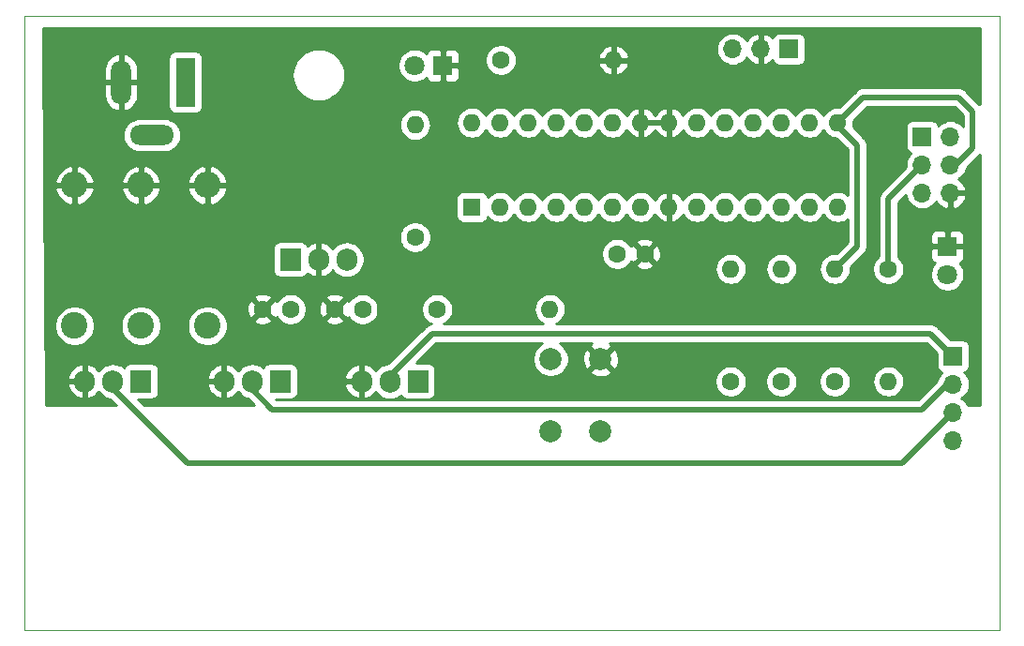
<source format=gbr>
G04 #@! TF.GenerationSoftware,KiCad,Pcbnew,(5.1.2)-2*
G04 #@! TF.CreationDate,2019-07-22T16:52:08+02:00*
G04 #@! TF.ProjectId,IR_RGB_LEDSTRIP_DRIVER,49525f52-4742-45f4-9c45-445354524950,rev?*
G04 #@! TF.SameCoordinates,Original*
G04 #@! TF.FileFunction,Copper,L2,Bot*
G04 #@! TF.FilePolarity,Positive*
%FSLAX46Y46*%
G04 Gerber Fmt 4.6, Leading zero omitted, Abs format (unit mm)*
G04 Created by KiCad (PCBNEW (5.1.2)-2) date 2019-07-22 16:52:08*
%MOMM*%
%LPD*%
G04 APERTURE LIST*
G04 #@! TA.AperFunction,NonConductor*
%ADD10C,0.050000*%
G04 #@! TD*
G04 #@! TA.AperFunction,ComponentPad*
%ADD11R,1.800000X4.400000*%
G04 #@! TD*
G04 #@! TA.AperFunction,ComponentPad*
%ADD12O,1.800000X4.000000*%
G04 #@! TD*
G04 #@! TA.AperFunction,ComponentPad*
%ADD13O,4.000000X1.800000*%
G04 #@! TD*
G04 #@! TA.AperFunction,ComponentPad*
%ADD14O,1.700000X1.700000*%
G04 #@! TD*
G04 #@! TA.AperFunction,ComponentPad*
%ADD15R,1.700000X1.700000*%
G04 #@! TD*
G04 #@! TA.AperFunction,ComponentPad*
%ADD16O,1.600000X1.600000*%
G04 #@! TD*
G04 #@! TA.AperFunction,ComponentPad*
%ADD17C,1.600000*%
G04 #@! TD*
G04 #@! TA.AperFunction,ComponentPad*
%ADD18C,1.800000*%
G04 #@! TD*
G04 #@! TA.AperFunction,ComponentPad*
%ADD19R,1.800000X1.800000*%
G04 #@! TD*
G04 #@! TA.AperFunction,ComponentPad*
%ADD20O,2.400000X2.400000*%
G04 #@! TD*
G04 #@! TA.AperFunction,ComponentPad*
%ADD21C,2.400000*%
G04 #@! TD*
G04 #@! TA.AperFunction,ComponentPad*
%ADD22C,2.000000*%
G04 #@! TD*
G04 #@! TA.AperFunction,ComponentPad*
%ADD23R,1.600000X1.600000*%
G04 #@! TD*
G04 #@! TA.AperFunction,ComponentPad*
%ADD24O,1.905000X2.000000*%
G04 #@! TD*
G04 #@! TA.AperFunction,ComponentPad*
%ADD25R,1.905000X2.000000*%
G04 #@! TD*
G04 #@! TA.AperFunction,Conductor*
%ADD26C,0.500000*%
G04 #@! TD*
G04 #@! TA.AperFunction,Conductor*
%ADD27C,0.254000*%
G04 #@! TD*
G04 APERTURE END LIST*
D10*
X88000000Y-55500000D02*
X88000000Y0D01*
X0Y-55500000D02*
X88000000Y-55500000D01*
X0Y0D02*
X0Y-55500000D01*
X82500000Y0D02*
X88000000Y0D01*
X0Y0D02*
X82500000Y0D01*
D11*
G04 #@! TO.P,J1,1*
G04 #@! TO.N,+12V*
X14500000Y-6000000D03*
D12*
G04 #@! TO.P,J1,2*
G04 #@! TO.N,GND*
X8700000Y-6000000D03*
D13*
G04 #@! TO.P,J1,3*
G04 #@! TO.N,N/C*
X11500000Y-10800000D03*
G04 #@! TD*
D14*
G04 #@! TO.P,J3,6*
G04 #@! TO.N,GND*
X83566000Y-16002000D03*
G04 #@! TO.P,J3,5*
G04 #@! TO.N,Net-(J3-Pad5)*
X81026000Y-16002000D03*
G04 #@! TO.P,J3,4*
G04 #@! TO.N,GREEN_SIGNAL*
X83566000Y-13462000D03*
G04 #@! TO.P,J3,3*
G04 #@! TO.N,Net-(J3-Pad3)*
X81026000Y-13462000D03*
G04 #@! TO.P,J3,2*
G04 #@! TO.N,VCC*
X83566000Y-10922000D03*
D15*
G04 #@! TO.P,J3,1*
G04 #@! TO.N,Net-(J3-Pad1)*
X81026000Y-10922000D03*
G04 #@! TD*
D16*
G04 #@! TO.P,R10,2*
G04 #@! TO.N,Net-(D2-Pad2)*
X77978000Y-33020000D03*
D17*
G04 #@! TO.P,R10,1*
G04 #@! TO.N,Net-(J3-Pad3)*
X77978000Y-22860000D03*
G04 #@! TD*
D16*
G04 #@! TO.P,R9,2*
G04 #@! TO.N,Net-(D1-Pad2)*
X35250000Y-9840000D03*
D17*
G04 #@! TO.P,R9,1*
G04 #@! TO.N,VCC*
X35250000Y-20000000D03*
G04 #@! TD*
D18*
G04 #@! TO.P,D2,2*
G04 #@! TO.N,Net-(D2-Pad2)*
X83312000Y-23368000D03*
D19*
G04 #@! TO.P,D2,1*
G04 #@! TO.N,GND*
X83312000Y-20828000D03*
G04 #@! TD*
D18*
G04 #@! TO.P,D1,2*
G04 #@! TO.N,Net-(D1-Pad2)*
X35210000Y-4500000D03*
D19*
G04 #@! TO.P,D1,1*
G04 #@! TO.N,GND*
X37750000Y-4500000D03*
G04 #@! TD*
D17*
G04 #@! TO.P,C1,2*
G04 #@! TO.N,GND*
X56000000Y-21500000D03*
G04 #@! TO.P,C1,1*
G04 #@! TO.N,VCC*
X53500000Y-21500000D03*
G04 #@! TD*
G04 #@! TO.P,C2,2*
G04 #@! TO.N,GND*
X28000000Y-26500000D03*
G04 #@! TO.P,C2,1*
G04 #@! TO.N,VCC*
X30500000Y-26500000D03*
G04 #@! TD*
G04 #@! TO.P,C3,2*
G04 #@! TO.N,GND*
X21500000Y-26500000D03*
G04 #@! TO.P,C3,1*
G04 #@! TO.N,+12V*
X24000000Y-26500000D03*
G04 #@! TD*
D14*
G04 #@! TO.P,J2,4*
G04 #@! TO.N,+12V*
X83820000Y-38354000D03*
G04 #@! TO.P,J2,3*
G04 #@! TO.N,Net-(J2-Pad3)*
X83820000Y-35814000D03*
G04 #@! TO.P,J2,2*
G04 #@! TO.N,Net-(J2-Pad2)*
X83820000Y-33274000D03*
D15*
G04 #@! TO.P,J2,1*
G04 #@! TO.N,Net-(J2-Pad1)*
X83820000Y-30734000D03*
G04 #@! TD*
D20*
G04 #@! TO.P,R1,2*
G04 #@! TO.N,GND*
X16500000Y-15300000D03*
D21*
G04 #@! TO.P,R1,1*
G04 #@! TO.N,Net-(Q1-Pad1)*
X16500000Y-28000000D03*
G04 #@! TD*
D20*
G04 #@! TO.P,R3,2*
G04 #@! TO.N,GND*
X10500000Y-15300000D03*
D21*
G04 #@! TO.P,R3,1*
G04 #@! TO.N,Net-(Q2-Pad1)*
X10500000Y-28000000D03*
G04 #@! TD*
D20*
G04 #@! TO.P,R5,2*
G04 #@! TO.N,GND*
X4500000Y-15300000D03*
D21*
G04 #@! TO.P,R5,1*
G04 #@! TO.N,Net-(Q3-Pad1)*
X4500000Y-28000000D03*
G04 #@! TD*
D22*
G04 #@! TO.P,SW1,1*
G04 #@! TO.N,Net-(J3-Pad5)*
X47500000Y-31000000D03*
G04 #@! TO.P,SW1,2*
G04 #@! TO.N,GND*
X52000000Y-31000000D03*
G04 #@! TO.P,SW1,1*
G04 #@! TO.N,Net-(J3-Pad5)*
X47500000Y-37500000D03*
G04 #@! TO.P,SW1,2*
G04 #@! TO.N,GND*
X52000000Y-37500000D03*
G04 #@! TD*
D14*
G04 #@! TO.P,U1,3*
G04 #@! TO.N,VCC*
X63920000Y-3000000D03*
G04 #@! TO.P,U1,2*
G04 #@! TO.N,GND*
X66460000Y-3000000D03*
D15*
G04 #@! TO.P,U1,1*
G04 #@! TO.N,Net-(R6-Pad1)*
X69000000Y-3000000D03*
G04 #@! TD*
D16*
G04 #@! TO.P,U3,28*
G04 #@! TO.N,Net-(R6-Pad1)*
X40386000Y-9652000D03*
G04 #@! TO.P,U3,14*
G04 #@! TO.N,Net-(U3-Pad14)*
X73406000Y-17272000D03*
G04 #@! TO.P,U3,27*
G04 #@! TO.N,Net-(U3-Pad27)*
X42926000Y-9652000D03*
G04 #@! TO.P,U3,13*
G04 #@! TO.N,Net-(U3-Pad13)*
X70866000Y-17272000D03*
G04 #@! TO.P,U3,26*
G04 #@! TO.N,Net-(U3-Pad26)*
X45466000Y-9652000D03*
G04 #@! TO.P,U3,12*
G04 #@! TO.N,RED_SIGNAL*
X68326000Y-17272000D03*
G04 #@! TO.P,U3,25*
G04 #@! TO.N,Net-(U3-Pad25)*
X48006000Y-9652000D03*
G04 #@! TO.P,U3,11*
G04 #@! TO.N,BLUE_SIGNAL*
X65786000Y-17272000D03*
G04 #@! TO.P,U3,24*
G04 #@! TO.N,Net-(U3-Pad24)*
X50546000Y-9652000D03*
G04 #@! TO.P,U3,10*
G04 #@! TO.N,Net-(U3-Pad10)*
X63246000Y-17272000D03*
G04 #@! TO.P,U3,23*
G04 #@! TO.N,Net-(U3-Pad23)*
X53086000Y-9652000D03*
G04 #@! TO.P,U3,9*
G04 #@! TO.N,Net-(U3-Pad9)*
X60706000Y-17272000D03*
G04 #@! TO.P,U3,22*
G04 #@! TO.N,GND*
X55626000Y-9652000D03*
G04 #@! TO.P,U3,8*
X58166000Y-17272000D03*
G04 #@! TO.P,U3,21*
X58166000Y-9652000D03*
G04 #@! TO.P,U3,7*
G04 #@! TO.N,VCC*
X55626000Y-17272000D03*
G04 #@! TO.P,U3,20*
X60706000Y-9652000D03*
G04 #@! TO.P,U3,6*
G04 #@! TO.N,Net-(U3-Pad6)*
X53086000Y-17272000D03*
G04 #@! TO.P,U3,19*
G04 #@! TO.N,Net-(U3-Pad19)*
X63246000Y-9652000D03*
G04 #@! TO.P,U3,5*
G04 #@! TO.N,Net-(U3-Pad5)*
X50546000Y-17272000D03*
G04 #@! TO.P,U3,18*
G04 #@! TO.N,Net-(U3-Pad18)*
X65786000Y-9652000D03*
G04 #@! TO.P,U3,4*
G04 #@! TO.N,Net-(U3-Pad4)*
X48006000Y-17272000D03*
G04 #@! TO.P,U3,17*
G04 #@! TO.N,Net-(J3-Pad3)*
X68326000Y-9652000D03*
G04 #@! TO.P,U3,3*
G04 #@! TO.N,Net-(U3-Pad3)*
X45466000Y-17272000D03*
G04 #@! TO.P,U3,16*
G04 #@! TO.N,Net-(J3-Pad1)*
X70866000Y-9652000D03*
G04 #@! TO.P,U3,2*
G04 #@! TO.N,Net-(U3-Pad2)*
X42926000Y-17272000D03*
G04 #@! TO.P,U3,15*
G04 #@! TO.N,GREEN_SIGNAL*
X73406000Y-9652000D03*
D23*
G04 #@! TO.P,U3,1*
G04 #@! TO.N,Net-(J3-Pad5)*
X40386000Y-17272000D03*
G04 #@! TD*
D24*
G04 #@! TO.P,Q1,3*
G04 #@! TO.N,GND*
X30420000Y-33000000D03*
G04 #@! TO.P,Q1,2*
G04 #@! TO.N,Net-(J2-Pad1)*
X32960000Y-33000000D03*
D25*
G04 #@! TO.P,Q1,1*
G04 #@! TO.N,Net-(Q1-Pad1)*
X35500000Y-33000000D03*
G04 #@! TD*
G04 #@! TO.P,Q2,1*
G04 #@! TO.N,Net-(Q2-Pad1)*
X23080000Y-33000000D03*
D24*
G04 #@! TO.P,Q2,2*
G04 #@! TO.N,Net-(J2-Pad2)*
X20540000Y-33000000D03*
G04 #@! TO.P,Q2,3*
G04 #@! TO.N,GND*
X18000000Y-33000000D03*
G04 #@! TD*
G04 #@! TO.P,Q3,3*
G04 #@! TO.N,GND*
X5420000Y-33000000D03*
G04 #@! TO.P,Q3,2*
G04 #@! TO.N,Net-(J2-Pad3)*
X7960000Y-33000000D03*
D25*
G04 #@! TO.P,Q3,1*
G04 #@! TO.N,Net-(Q3-Pad1)*
X10500000Y-33000000D03*
G04 #@! TD*
G04 #@! TO.P,U2,1*
G04 #@! TO.N,+12V*
X24000000Y-22000000D03*
D24*
G04 #@! TO.P,U2,2*
G04 #@! TO.N,GND*
X26540000Y-22000000D03*
G04 #@! TO.P,U2,3*
G04 #@! TO.N,VCC*
X29080000Y-22000000D03*
G04 #@! TD*
D16*
G04 #@! TO.P,R2,2*
G04 #@! TO.N,GREEN_SIGNAL*
X73152000Y-22860000D03*
D17*
G04 #@! TO.P,R2,1*
G04 #@! TO.N,Net-(Q1-Pad1)*
X73152000Y-33020000D03*
G04 #@! TD*
D16*
G04 #@! TO.P,R4,2*
G04 #@! TO.N,RED_SIGNAL*
X68326000Y-22860000D03*
D17*
G04 #@! TO.P,R4,1*
G04 #@! TO.N,Net-(Q2-Pad1)*
X68326000Y-33020000D03*
G04 #@! TD*
G04 #@! TO.P,R6,1*
G04 #@! TO.N,Net-(R6-Pad1)*
X43000000Y-4000000D03*
D16*
G04 #@! TO.P,R6,2*
G04 #@! TO.N,GND*
X53160000Y-4000000D03*
G04 #@! TD*
D17*
G04 #@! TO.P,R7,1*
G04 #@! TO.N,VCC*
X37250000Y-26500000D03*
D16*
G04 #@! TO.P,R7,2*
G04 #@! TO.N,Net-(J3-Pad5)*
X47410000Y-26500000D03*
G04 #@! TD*
D17*
G04 #@! TO.P,R8,1*
G04 #@! TO.N,Net-(Q3-Pad1)*
X63754000Y-33020000D03*
D16*
G04 #@! TO.P,R8,2*
G04 #@! TO.N,BLUE_SIGNAL*
X63754000Y-22860000D03*
G04 #@! TD*
D26*
G04 #@! TO.N,Net-(J2-Pad1)*
X32960000Y-32508250D02*
X32960000Y-33000000D01*
X36766250Y-28702000D02*
X32960000Y-32508250D01*
X83820000Y-30734000D02*
X81788000Y-28702000D01*
X81788000Y-28702000D02*
X36766250Y-28702000D01*
G04 #@! TO.N,Net-(J2-Pad2)*
X20540000Y-33748000D02*
X20540000Y-33000000D01*
X22352000Y-35560000D02*
X20540000Y-33748000D01*
X81026000Y-35560000D02*
X22352000Y-35560000D01*
X83820000Y-33274000D02*
X83312000Y-33274000D01*
X83312000Y-33274000D02*
X81026000Y-35560000D01*
G04 #@! TO.N,Net-(J2-Pad3)*
X7960000Y-33614000D02*
X7960000Y-33000000D01*
X14732000Y-40386000D02*
X7960000Y-33614000D01*
X83820000Y-35814000D02*
X79248000Y-40386000D01*
X79248000Y-40386000D02*
X14732000Y-40386000D01*
G04 #@! TO.N,Net-(J3-Pad3)*
X77978000Y-22606000D02*
X78232000Y-22860000D01*
X77978000Y-16510000D02*
X77978000Y-22606000D01*
X81026000Y-13462000D02*
X77978000Y-16510000D01*
G04 #@! TO.N,GREEN_SIGNAL*
X75184000Y-20828000D02*
X73152000Y-22860000D01*
X75184000Y-11684000D02*
X75184000Y-20828000D01*
X73406000Y-9652000D02*
X73406000Y-9906000D01*
X73406000Y-9906000D02*
X75184000Y-11684000D01*
X75692000Y-7366000D02*
X73406000Y-9652000D01*
X84328000Y-7366000D02*
X75692000Y-7366000D01*
X85598000Y-8636000D02*
X84328000Y-7366000D01*
X85598000Y-11938000D02*
X85598000Y-8636000D01*
X83566000Y-13462000D02*
X84074000Y-13462000D01*
X84074000Y-13462000D02*
X85598000Y-11938000D01*
G04 #@! TD*
D27*
G04 #@! TO.N,GND*
G36*
X86233000Y-8014717D02*
G01*
X86226817Y-8007183D01*
X86193049Y-7979470D01*
X84984534Y-6770956D01*
X84956817Y-6737183D01*
X84822059Y-6626589D01*
X84668313Y-6544411D01*
X84501490Y-6493805D01*
X84371477Y-6481000D01*
X84371469Y-6481000D01*
X84328000Y-6476719D01*
X84284531Y-6481000D01*
X75735465Y-6481000D01*
X75691999Y-6476719D01*
X75648533Y-6481000D01*
X75648523Y-6481000D01*
X75518510Y-6493805D01*
X75351687Y-6544411D01*
X75197941Y-6626589D01*
X75197939Y-6626590D01*
X75197940Y-6626590D01*
X75096953Y-6709468D01*
X75096951Y-6709470D01*
X75063183Y-6737183D01*
X75035470Y-6770951D01*
X73579296Y-8227125D01*
X73476492Y-8217000D01*
X73335508Y-8217000D01*
X73124691Y-8237764D01*
X72854192Y-8319818D01*
X72604899Y-8453068D01*
X72386392Y-8632392D01*
X72207068Y-8850899D01*
X72136000Y-8983858D01*
X72064932Y-8850899D01*
X71885608Y-8632392D01*
X71667101Y-8453068D01*
X71417808Y-8319818D01*
X71147309Y-8237764D01*
X70936492Y-8217000D01*
X70795508Y-8217000D01*
X70584691Y-8237764D01*
X70314192Y-8319818D01*
X70064899Y-8453068D01*
X69846392Y-8632392D01*
X69667068Y-8850899D01*
X69596000Y-8983858D01*
X69524932Y-8850899D01*
X69345608Y-8632392D01*
X69127101Y-8453068D01*
X68877808Y-8319818D01*
X68607309Y-8237764D01*
X68396492Y-8217000D01*
X68255508Y-8217000D01*
X68044691Y-8237764D01*
X67774192Y-8319818D01*
X67524899Y-8453068D01*
X67306392Y-8632392D01*
X67127068Y-8850899D01*
X67056000Y-8983858D01*
X66984932Y-8850899D01*
X66805608Y-8632392D01*
X66587101Y-8453068D01*
X66337808Y-8319818D01*
X66067309Y-8237764D01*
X65856492Y-8217000D01*
X65715508Y-8217000D01*
X65504691Y-8237764D01*
X65234192Y-8319818D01*
X64984899Y-8453068D01*
X64766392Y-8632392D01*
X64587068Y-8850899D01*
X64516000Y-8983858D01*
X64444932Y-8850899D01*
X64265608Y-8632392D01*
X64047101Y-8453068D01*
X63797808Y-8319818D01*
X63527309Y-8237764D01*
X63316492Y-8217000D01*
X63175508Y-8217000D01*
X62964691Y-8237764D01*
X62694192Y-8319818D01*
X62444899Y-8453068D01*
X62226392Y-8632392D01*
X62047068Y-8850899D01*
X61976000Y-8983858D01*
X61904932Y-8850899D01*
X61725608Y-8632392D01*
X61507101Y-8453068D01*
X61257808Y-8319818D01*
X60987309Y-8237764D01*
X60776492Y-8217000D01*
X60635508Y-8217000D01*
X60424691Y-8237764D01*
X60154192Y-8319818D01*
X59904899Y-8453068D01*
X59686392Y-8632392D01*
X59507068Y-8850899D01*
X59433421Y-8988682D01*
X59318385Y-8796869D01*
X59129414Y-8588481D01*
X58903420Y-8420963D01*
X58649087Y-8300754D01*
X58515039Y-8260096D01*
X58293000Y-8382085D01*
X58293000Y-9525000D01*
X58313000Y-9525000D01*
X58313000Y-9779000D01*
X58293000Y-9779000D01*
X58293000Y-10921915D01*
X58515039Y-11043904D01*
X58649087Y-11003246D01*
X58903420Y-10883037D01*
X59129414Y-10715519D01*
X59318385Y-10507131D01*
X59433421Y-10315318D01*
X59507068Y-10453101D01*
X59686392Y-10671608D01*
X59904899Y-10850932D01*
X60154192Y-10984182D01*
X60424691Y-11066236D01*
X60635508Y-11087000D01*
X60776492Y-11087000D01*
X60987309Y-11066236D01*
X61257808Y-10984182D01*
X61507101Y-10850932D01*
X61725608Y-10671608D01*
X61904932Y-10453101D01*
X61976000Y-10320142D01*
X62047068Y-10453101D01*
X62226392Y-10671608D01*
X62444899Y-10850932D01*
X62694192Y-10984182D01*
X62964691Y-11066236D01*
X63175508Y-11087000D01*
X63316492Y-11087000D01*
X63527309Y-11066236D01*
X63797808Y-10984182D01*
X64047101Y-10850932D01*
X64265608Y-10671608D01*
X64444932Y-10453101D01*
X64516000Y-10320142D01*
X64587068Y-10453101D01*
X64766392Y-10671608D01*
X64984899Y-10850932D01*
X65234192Y-10984182D01*
X65504691Y-11066236D01*
X65715508Y-11087000D01*
X65856492Y-11087000D01*
X66067309Y-11066236D01*
X66337808Y-10984182D01*
X66587101Y-10850932D01*
X66805608Y-10671608D01*
X66984932Y-10453101D01*
X67056000Y-10320142D01*
X67127068Y-10453101D01*
X67306392Y-10671608D01*
X67524899Y-10850932D01*
X67774192Y-10984182D01*
X68044691Y-11066236D01*
X68255508Y-11087000D01*
X68396492Y-11087000D01*
X68607309Y-11066236D01*
X68877808Y-10984182D01*
X69127101Y-10850932D01*
X69345608Y-10671608D01*
X69524932Y-10453101D01*
X69596000Y-10320142D01*
X69667068Y-10453101D01*
X69846392Y-10671608D01*
X70064899Y-10850932D01*
X70314192Y-10984182D01*
X70584691Y-11066236D01*
X70795508Y-11087000D01*
X70936492Y-11087000D01*
X71147309Y-11066236D01*
X71417808Y-10984182D01*
X71667101Y-10850932D01*
X71885608Y-10671608D01*
X72064932Y-10453101D01*
X72136000Y-10320142D01*
X72207068Y-10453101D01*
X72386392Y-10671608D01*
X72604899Y-10850932D01*
X72854192Y-10984182D01*
X73124691Y-11066236D01*
X73335412Y-11086991D01*
X74299000Y-12050579D01*
X74299000Y-16148488D01*
X74207101Y-16073068D01*
X73957808Y-15939818D01*
X73687309Y-15857764D01*
X73476492Y-15837000D01*
X73335508Y-15837000D01*
X73124691Y-15857764D01*
X72854192Y-15939818D01*
X72604899Y-16073068D01*
X72386392Y-16252392D01*
X72207068Y-16470899D01*
X72136000Y-16603858D01*
X72064932Y-16470899D01*
X71885608Y-16252392D01*
X71667101Y-16073068D01*
X71417808Y-15939818D01*
X71147309Y-15857764D01*
X70936492Y-15837000D01*
X70795508Y-15837000D01*
X70584691Y-15857764D01*
X70314192Y-15939818D01*
X70064899Y-16073068D01*
X69846392Y-16252392D01*
X69667068Y-16470899D01*
X69596000Y-16603858D01*
X69524932Y-16470899D01*
X69345608Y-16252392D01*
X69127101Y-16073068D01*
X68877808Y-15939818D01*
X68607309Y-15857764D01*
X68396492Y-15837000D01*
X68255508Y-15837000D01*
X68044691Y-15857764D01*
X67774192Y-15939818D01*
X67524899Y-16073068D01*
X67306392Y-16252392D01*
X67127068Y-16470899D01*
X67056000Y-16603858D01*
X66984932Y-16470899D01*
X66805608Y-16252392D01*
X66587101Y-16073068D01*
X66337808Y-15939818D01*
X66067309Y-15857764D01*
X65856492Y-15837000D01*
X65715508Y-15837000D01*
X65504691Y-15857764D01*
X65234192Y-15939818D01*
X64984899Y-16073068D01*
X64766392Y-16252392D01*
X64587068Y-16470899D01*
X64516000Y-16603858D01*
X64444932Y-16470899D01*
X64265608Y-16252392D01*
X64047101Y-16073068D01*
X63797808Y-15939818D01*
X63527309Y-15857764D01*
X63316492Y-15837000D01*
X63175508Y-15837000D01*
X62964691Y-15857764D01*
X62694192Y-15939818D01*
X62444899Y-16073068D01*
X62226392Y-16252392D01*
X62047068Y-16470899D01*
X61976000Y-16603858D01*
X61904932Y-16470899D01*
X61725608Y-16252392D01*
X61507101Y-16073068D01*
X61257808Y-15939818D01*
X60987309Y-15857764D01*
X60776492Y-15837000D01*
X60635508Y-15837000D01*
X60424691Y-15857764D01*
X60154192Y-15939818D01*
X59904899Y-16073068D01*
X59686392Y-16252392D01*
X59507068Y-16470899D01*
X59433421Y-16608682D01*
X59318385Y-16416869D01*
X59129414Y-16208481D01*
X58903420Y-16040963D01*
X58649087Y-15920754D01*
X58515039Y-15880096D01*
X58293000Y-16002085D01*
X58293000Y-17145000D01*
X58313000Y-17145000D01*
X58313000Y-17399000D01*
X58293000Y-17399000D01*
X58293000Y-18541915D01*
X58515039Y-18663904D01*
X58649087Y-18623246D01*
X58903420Y-18503037D01*
X59129414Y-18335519D01*
X59318385Y-18127131D01*
X59433421Y-17935318D01*
X59507068Y-18073101D01*
X59686392Y-18291608D01*
X59904899Y-18470932D01*
X60154192Y-18604182D01*
X60424691Y-18686236D01*
X60635508Y-18707000D01*
X60776492Y-18707000D01*
X60987309Y-18686236D01*
X61257808Y-18604182D01*
X61507101Y-18470932D01*
X61725608Y-18291608D01*
X61904932Y-18073101D01*
X61976000Y-17940142D01*
X62047068Y-18073101D01*
X62226392Y-18291608D01*
X62444899Y-18470932D01*
X62694192Y-18604182D01*
X62964691Y-18686236D01*
X63175508Y-18707000D01*
X63316492Y-18707000D01*
X63527309Y-18686236D01*
X63797808Y-18604182D01*
X64047101Y-18470932D01*
X64265608Y-18291608D01*
X64444932Y-18073101D01*
X64516000Y-17940142D01*
X64587068Y-18073101D01*
X64766392Y-18291608D01*
X64984899Y-18470932D01*
X65234192Y-18604182D01*
X65504691Y-18686236D01*
X65715508Y-18707000D01*
X65856492Y-18707000D01*
X66067309Y-18686236D01*
X66337808Y-18604182D01*
X66587101Y-18470932D01*
X66805608Y-18291608D01*
X66984932Y-18073101D01*
X67056000Y-17940142D01*
X67127068Y-18073101D01*
X67306392Y-18291608D01*
X67524899Y-18470932D01*
X67774192Y-18604182D01*
X68044691Y-18686236D01*
X68255508Y-18707000D01*
X68396492Y-18707000D01*
X68607309Y-18686236D01*
X68877808Y-18604182D01*
X69127101Y-18470932D01*
X69345608Y-18291608D01*
X69524932Y-18073101D01*
X69596000Y-17940142D01*
X69667068Y-18073101D01*
X69846392Y-18291608D01*
X70064899Y-18470932D01*
X70314192Y-18604182D01*
X70584691Y-18686236D01*
X70795508Y-18707000D01*
X70936492Y-18707000D01*
X71147309Y-18686236D01*
X71417808Y-18604182D01*
X71667101Y-18470932D01*
X71885608Y-18291608D01*
X72064932Y-18073101D01*
X72136000Y-17940142D01*
X72207068Y-18073101D01*
X72386392Y-18291608D01*
X72604899Y-18470932D01*
X72854192Y-18604182D01*
X73124691Y-18686236D01*
X73335508Y-18707000D01*
X73476492Y-18707000D01*
X73687309Y-18686236D01*
X73957808Y-18604182D01*
X74207101Y-18470932D01*
X74299001Y-18395512D01*
X74299001Y-20461420D01*
X73325296Y-21435125D01*
X73222492Y-21425000D01*
X73081508Y-21425000D01*
X72870691Y-21445764D01*
X72600192Y-21527818D01*
X72350899Y-21661068D01*
X72132392Y-21840392D01*
X71953068Y-22058899D01*
X71819818Y-22308192D01*
X71737764Y-22578691D01*
X71710057Y-22860000D01*
X71737764Y-23141309D01*
X71819818Y-23411808D01*
X71953068Y-23661101D01*
X72132392Y-23879608D01*
X72350899Y-24058932D01*
X72600192Y-24192182D01*
X72870691Y-24274236D01*
X73081508Y-24295000D01*
X73222492Y-24295000D01*
X73433309Y-24274236D01*
X73703808Y-24192182D01*
X73953101Y-24058932D01*
X74171608Y-23879608D01*
X74350932Y-23661101D01*
X74484182Y-23411808D01*
X74566236Y-23141309D01*
X74593943Y-22860000D01*
X74576875Y-22686704D01*
X75779049Y-21484530D01*
X75812817Y-21456817D01*
X75923411Y-21322059D01*
X76005589Y-21168313D01*
X76040843Y-21052097D01*
X76056195Y-21001491D01*
X76067795Y-20883708D01*
X76069000Y-20871477D01*
X76069000Y-20871469D01*
X76073281Y-20828000D01*
X76069000Y-20784531D01*
X76069000Y-11727469D01*
X76073281Y-11684000D01*
X76069000Y-11640531D01*
X76069000Y-11640523D01*
X76056195Y-11510510D01*
X76005589Y-11343687D01*
X75923411Y-11189941D01*
X75840532Y-11088953D01*
X75840530Y-11088951D01*
X75812817Y-11055183D01*
X75779050Y-11027471D01*
X74788735Y-10037156D01*
X74820236Y-9933309D01*
X74847943Y-9652000D01*
X74830875Y-9478704D01*
X76058579Y-8251000D01*
X83961422Y-8251000D01*
X84713001Y-9002580D01*
X84713001Y-9978806D01*
X84621134Y-9866866D01*
X84395014Y-9681294D01*
X84137034Y-9543401D01*
X83857111Y-9458487D01*
X83638950Y-9437000D01*
X83493050Y-9437000D01*
X83274889Y-9458487D01*
X82994966Y-9543401D01*
X82736986Y-9681294D01*
X82510866Y-9866866D01*
X82486393Y-9896687D01*
X82465502Y-9827820D01*
X82406537Y-9717506D01*
X82327185Y-9620815D01*
X82230494Y-9541463D01*
X82120180Y-9482498D01*
X82000482Y-9446188D01*
X81876000Y-9433928D01*
X80176000Y-9433928D01*
X80051518Y-9446188D01*
X79931820Y-9482498D01*
X79821506Y-9541463D01*
X79724815Y-9620815D01*
X79645463Y-9717506D01*
X79586498Y-9827820D01*
X79550188Y-9947518D01*
X79537928Y-10072000D01*
X79537928Y-11772000D01*
X79550188Y-11896482D01*
X79586498Y-12016180D01*
X79645463Y-12126494D01*
X79724815Y-12223185D01*
X79821506Y-12302537D01*
X79931820Y-12361502D01*
X80000687Y-12382393D01*
X79970866Y-12406866D01*
X79785294Y-12632986D01*
X79647401Y-12890966D01*
X79562487Y-13170889D01*
X79533815Y-13462000D01*
X79555388Y-13681033D01*
X77382956Y-15853466D01*
X77349183Y-15881183D01*
X77238589Y-16015942D01*
X77156411Y-16169688D01*
X77105805Y-16336511D01*
X77093000Y-16466524D01*
X77093000Y-16466531D01*
X77088719Y-16510000D01*
X77093000Y-16553469D01*
X77093001Y-21725478D01*
X77063241Y-21745363D01*
X76863363Y-21945241D01*
X76706320Y-22180273D01*
X76598147Y-22441426D01*
X76543000Y-22718665D01*
X76543000Y-23001335D01*
X76598147Y-23278574D01*
X76706320Y-23539727D01*
X76863363Y-23774759D01*
X77063241Y-23974637D01*
X77298273Y-24131680D01*
X77559426Y-24239853D01*
X77836665Y-24295000D01*
X78119335Y-24295000D01*
X78396574Y-24239853D01*
X78657727Y-24131680D01*
X78892759Y-23974637D01*
X79092637Y-23774759D01*
X79249680Y-23539727D01*
X79357853Y-23278574D01*
X79413000Y-23001335D01*
X79413000Y-22718665D01*
X79357853Y-22441426D01*
X79249680Y-22180273D01*
X79092637Y-21945241D01*
X78892759Y-21745363D01*
X78866774Y-21728000D01*
X81773928Y-21728000D01*
X81786188Y-21852482D01*
X81822498Y-21972180D01*
X81881463Y-22082494D01*
X81960815Y-22179185D01*
X82057506Y-22258537D01*
X82167820Y-22317502D01*
X82186127Y-22323056D01*
X82119688Y-22389495D01*
X81951701Y-22640905D01*
X81835989Y-22920257D01*
X81777000Y-23216816D01*
X81777000Y-23519184D01*
X81835989Y-23815743D01*
X81951701Y-24095095D01*
X82119688Y-24346505D01*
X82333495Y-24560312D01*
X82584905Y-24728299D01*
X82864257Y-24844011D01*
X83160816Y-24903000D01*
X83463184Y-24903000D01*
X83759743Y-24844011D01*
X84039095Y-24728299D01*
X84290505Y-24560312D01*
X84504312Y-24346505D01*
X84672299Y-24095095D01*
X84788011Y-23815743D01*
X84847000Y-23519184D01*
X84847000Y-23216816D01*
X84788011Y-22920257D01*
X84672299Y-22640905D01*
X84504312Y-22389495D01*
X84437873Y-22323056D01*
X84456180Y-22317502D01*
X84566494Y-22258537D01*
X84663185Y-22179185D01*
X84742537Y-22082494D01*
X84801502Y-21972180D01*
X84837812Y-21852482D01*
X84850072Y-21728000D01*
X84847000Y-21113750D01*
X84688250Y-20955000D01*
X83439000Y-20955000D01*
X83439000Y-20975000D01*
X83185000Y-20975000D01*
X83185000Y-20955000D01*
X81935750Y-20955000D01*
X81777000Y-21113750D01*
X81773928Y-21728000D01*
X78866774Y-21728000D01*
X78863000Y-21725479D01*
X78863000Y-19928000D01*
X81773928Y-19928000D01*
X81777000Y-20542250D01*
X81935750Y-20701000D01*
X83185000Y-20701000D01*
X83185000Y-19451750D01*
X83439000Y-19451750D01*
X83439000Y-20701000D01*
X84688250Y-20701000D01*
X84847000Y-20542250D01*
X84850072Y-19928000D01*
X84837812Y-19803518D01*
X84801502Y-19683820D01*
X84742537Y-19573506D01*
X84663185Y-19476815D01*
X84566494Y-19397463D01*
X84456180Y-19338498D01*
X84336482Y-19302188D01*
X84212000Y-19289928D01*
X83597750Y-19293000D01*
X83439000Y-19451750D01*
X83185000Y-19451750D01*
X83026250Y-19293000D01*
X82412000Y-19289928D01*
X82287518Y-19302188D01*
X82167820Y-19338498D01*
X82057506Y-19397463D01*
X81960815Y-19476815D01*
X81881463Y-19573506D01*
X81822498Y-19683820D01*
X81786188Y-19803518D01*
X81773928Y-19928000D01*
X78863000Y-19928000D01*
X78863000Y-16876578D01*
X79552085Y-16187494D01*
X79562487Y-16293111D01*
X79647401Y-16573034D01*
X79785294Y-16831014D01*
X79970866Y-17057134D01*
X80196986Y-17242706D01*
X80454966Y-17380599D01*
X80734889Y-17465513D01*
X80953050Y-17487000D01*
X81098950Y-17487000D01*
X81317111Y-17465513D01*
X81597034Y-17380599D01*
X81855014Y-17242706D01*
X82081134Y-17057134D01*
X82266706Y-16831014D01*
X82297584Y-16773244D01*
X82468412Y-17002269D01*
X82684645Y-17197178D01*
X82934748Y-17346157D01*
X83209109Y-17443481D01*
X83439000Y-17322814D01*
X83439000Y-16129000D01*
X83693000Y-16129000D01*
X83693000Y-17322814D01*
X83922891Y-17443481D01*
X84197252Y-17346157D01*
X84447355Y-17197178D01*
X84663588Y-17002269D01*
X84837641Y-16768920D01*
X84962825Y-16506099D01*
X85007476Y-16358890D01*
X84886155Y-16129000D01*
X83693000Y-16129000D01*
X83439000Y-16129000D01*
X83419000Y-16129000D01*
X83419000Y-15875000D01*
X83439000Y-15875000D01*
X83439000Y-15855000D01*
X83693000Y-15855000D01*
X83693000Y-15875000D01*
X84886155Y-15875000D01*
X85007476Y-15645110D01*
X84962825Y-15497901D01*
X84837641Y-15235080D01*
X84663588Y-15001731D01*
X84447355Y-14806822D01*
X84330477Y-14737201D01*
X84395014Y-14702706D01*
X84621134Y-14517134D01*
X84806706Y-14291014D01*
X84944599Y-14033034D01*
X85027356Y-13760222D01*
X86193050Y-12594529D01*
X86226817Y-12566817D01*
X86233000Y-12559283D01*
X86233000Y-35179000D01*
X85164409Y-35179000D01*
X85060706Y-34984986D01*
X84875134Y-34758866D01*
X84649014Y-34573294D01*
X84594209Y-34544000D01*
X84649014Y-34514706D01*
X84875134Y-34329134D01*
X85060706Y-34103014D01*
X85198599Y-33845034D01*
X85283513Y-33565111D01*
X85312185Y-33274000D01*
X85283513Y-32982889D01*
X85198599Y-32702966D01*
X85060706Y-32444986D01*
X84875134Y-32218866D01*
X84845313Y-32194393D01*
X84914180Y-32173502D01*
X85024494Y-32114537D01*
X85121185Y-32035185D01*
X85200537Y-31938494D01*
X85259502Y-31828180D01*
X85295812Y-31708482D01*
X85308072Y-31584000D01*
X85308072Y-29884000D01*
X85295812Y-29759518D01*
X85259502Y-29639820D01*
X85200537Y-29529506D01*
X85121185Y-29432815D01*
X85024494Y-29353463D01*
X84914180Y-29294498D01*
X84794482Y-29258188D01*
X84670000Y-29245928D01*
X83583507Y-29245928D01*
X82444534Y-28106956D01*
X82416817Y-28073183D01*
X82282059Y-27962589D01*
X82128313Y-27880411D01*
X81961490Y-27829805D01*
X81831477Y-27817000D01*
X81831469Y-27817000D01*
X81788000Y-27812719D01*
X81744531Y-27817000D01*
X47990211Y-27817000D01*
X48211101Y-27698932D01*
X48429608Y-27519608D01*
X48608932Y-27301101D01*
X48742182Y-27051808D01*
X48824236Y-26781309D01*
X48851943Y-26500000D01*
X48824236Y-26218691D01*
X48742182Y-25948192D01*
X48608932Y-25698899D01*
X48429608Y-25480392D01*
X48211101Y-25301068D01*
X47961808Y-25167818D01*
X47691309Y-25085764D01*
X47480492Y-25065000D01*
X47339508Y-25065000D01*
X47128691Y-25085764D01*
X46858192Y-25167818D01*
X46608899Y-25301068D01*
X46390392Y-25480392D01*
X46211068Y-25698899D01*
X46077818Y-25948192D01*
X45995764Y-26218691D01*
X45968057Y-26500000D01*
X45995764Y-26781309D01*
X46077818Y-27051808D01*
X46211068Y-27301101D01*
X46390392Y-27519608D01*
X46608899Y-27698932D01*
X46829789Y-27817000D01*
X37820315Y-27817000D01*
X37929727Y-27771680D01*
X38164759Y-27614637D01*
X38364637Y-27414759D01*
X38521680Y-27179727D01*
X38629853Y-26918574D01*
X38685000Y-26641335D01*
X38685000Y-26358665D01*
X38629853Y-26081426D01*
X38521680Y-25820273D01*
X38364637Y-25585241D01*
X38164759Y-25385363D01*
X37929727Y-25228320D01*
X37668574Y-25120147D01*
X37391335Y-25065000D01*
X37108665Y-25065000D01*
X36831426Y-25120147D01*
X36570273Y-25228320D01*
X36335241Y-25385363D01*
X36135363Y-25585241D01*
X35978320Y-25820273D01*
X35870147Y-26081426D01*
X35815000Y-26358665D01*
X35815000Y-26641335D01*
X35870147Y-26918574D01*
X35978320Y-27179727D01*
X36135363Y-27414759D01*
X36335241Y-27614637D01*
X36570273Y-27771680D01*
X36687962Y-27820428D01*
X36592760Y-27829805D01*
X36425937Y-27880411D01*
X36272191Y-27962589D01*
X36272189Y-27962590D01*
X36272190Y-27962590D01*
X36171203Y-28045468D01*
X36171201Y-28045470D01*
X36137433Y-28073183D01*
X36109720Y-28106951D01*
X32848357Y-31368315D01*
X32648797Y-31387970D01*
X32349552Y-31478745D01*
X32073766Y-31626155D01*
X31832037Y-31824537D01*
X31684837Y-32003899D01*
X31529437Y-31818685D01*
X31286923Y-31624031D01*
X31011094Y-31480429D01*
X30792980Y-31409437D01*
X30547000Y-31529406D01*
X30547000Y-32873000D01*
X30567000Y-32873000D01*
X30567000Y-33127000D01*
X30547000Y-33127000D01*
X30547000Y-34470594D01*
X30792980Y-34590563D01*
X31011094Y-34519571D01*
X31286923Y-34375969D01*
X31529437Y-34181315D01*
X31684838Y-33996100D01*
X31832037Y-34175463D01*
X32073765Y-34373845D01*
X32349551Y-34521255D01*
X32648796Y-34612030D01*
X32960000Y-34642681D01*
X33271203Y-34612030D01*
X33570448Y-34521255D01*
X33846234Y-34373845D01*
X33972095Y-34270553D01*
X34016963Y-34354494D01*
X34096315Y-34451185D01*
X34193006Y-34530537D01*
X34303320Y-34589502D01*
X34423018Y-34625812D01*
X34547500Y-34638072D01*
X36452500Y-34638072D01*
X36576982Y-34625812D01*
X36696680Y-34589502D01*
X36806994Y-34530537D01*
X36903685Y-34451185D01*
X36983037Y-34354494D01*
X37042002Y-34244180D01*
X37078312Y-34124482D01*
X37090572Y-34000000D01*
X37090572Y-32878665D01*
X62319000Y-32878665D01*
X62319000Y-33161335D01*
X62374147Y-33438574D01*
X62482320Y-33699727D01*
X62639363Y-33934759D01*
X62839241Y-34134637D01*
X63074273Y-34291680D01*
X63335426Y-34399853D01*
X63612665Y-34455000D01*
X63895335Y-34455000D01*
X64172574Y-34399853D01*
X64433727Y-34291680D01*
X64668759Y-34134637D01*
X64868637Y-33934759D01*
X65025680Y-33699727D01*
X65133853Y-33438574D01*
X65189000Y-33161335D01*
X65189000Y-32878665D01*
X66891000Y-32878665D01*
X66891000Y-33161335D01*
X66946147Y-33438574D01*
X67054320Y-33699727D01*
X67211363Y-33934759D01*
X67411241Y-34134637D01*
X67646273Y-34291680D01*
X67907426Y-34399853D01*
X68184665Y-34455000D01*
X68467335Y-34455000D01*
X68744574Y-34399853D01*
X69005727Y-34291680D01*
X69240759Y-34134637D01*
X69440637Y-33934759D01*
X69597680Y-33699727D01*
X69705853Y-33438574D01*
X69761000Y-33161335D01*
X69761000Y-32878665D01*
X71717000Y-32878665D01*
X71717000Y-33161335D01*
X71772147Y-33438574D01*
X71880320Y-33699727D01*
X72037363Y-33934759D01*
X72237241Y-34134637D01*
X72472273Y-34291680D01*
X72733426Y-34399853D01*
X73010665Y-34455000D01*
X73293335Y-34455000D01*
X73570574Y-34399853D01*
X73831727Y-34291680D01*
X74066759Y-34134637D01*
X74266637Y-33934759D01*
X74423680Y-33699727D01*
X74531853Y-33438574D01*
X74587000Y-33161335D01*
X74587000Y-33020000D01*
X76536057Y-33020000D01*
X76563764Y-33301309D01*
X76645818Y-33571808D01*
X76779068Y-33821101D01*
X76958392Y-34039608D01*
X77176899Y-34218932D01*
X77426192Y-34352182D01*
X77696691Y-34434236D01*
X77907508Y-34455000D01*
X78048492Y-34455000D01*
X78259309Y-34434236D01*
X78529808Y-34352182D01*
X78779101Y-34218932D01*
X78997608Y-34039608D01*
X79176932Y-33821101D01*
X79310182Y-33571808D01*
X79392236Y-33301309D01*
X79419943Y-33020000D01*
X79392236Y-32738691D01*
X79310182Y-32468192D01*
X79176932Y-32218899D01*
X78997608Y-32000392D01*
X78779101Y-31821068D01*
X78529808Y-31687818D01*
X78259309Y-31605764D01*
X78048492Y-31585000D01*
X77907508Y-31585000D01*
X77696691Y-31605764D01*
X77426192Y-31687818D01*
X77176899Y-31821068D01*
X76958392Y-32000392D01*
X76779068Y-32218899D01*
X76645818Y-32468192D01*
X76563764Y-32738691D01*
X76536057Y-33020000D01*
X74587000Y-33020000D01*
X74587000Y-32878665D01*
X74531853Y-32601426D01*
X74423680Y-32340273D01*
X74266637Y-32105241D01*
X74066759Y-31905363D01*
X73831727Y-31748320D01*
X73570574Y-31640147D01*
X73293335Y-31585000D01*
X73010665Y-31585000D01*
X72733426Y-31640147D01*
X72472273Y-31748320D01*
X72237241Y-31905363D01*
X72037363Y-32105241D01*
X71880320Y-32340273D01*
X71772147Y-32601426D01*
X71717000Y-32878665D01*
X69761000Y-32878665D01*
X69705853Y-32601426D01*
X69597680Y-32340273D01*
X69440637Y-32105241D01*
X69240759Y-31905363D01*
X69005727Y-31748320D01*
X68744574Y-31640147D01*
X68467335Y-31585000D01*
X68184665Y-31585000D01*
X67907426Y-31640147D01*
X67646273Y-31748320D01*
X67411241Y-31905363D01*
X67211363Y-32105241D01*
X67054320Y-32340273D01*
X66946147Y-32601426D01*
X66891000Y-32878665D01*
X65189000Y-32878665D01*
X65133853Y-32601426D01*
X65025680Y-32340273D01*
X64868637Y-32105241D01*
X64668759Y-31905363D01*
X64433727Y-31748320D01*
X64172574Y-31640147D01*
X63895335Y-31585000D01*
X63612665Y-31585000D01*
X63335426Y-31640147D01*
X63074273Y-31748320D01*
X62839241Y-31905363D01*
X62639363Y-32105241D01*
X62482320Y-32340273D01*
X62374147Y-32601426D01*
X62319000Y-32878665D01*
X37090572Y-32878665D01*
X37090572Y-32000000D01*
X37078312Y-31875518D01*
X37042002Y-31755820D01*
X36983037Y-31645506D01*
X36903685Y-31548815D01*
X36806994Y-31469463D01*
X36696680Y-31410498D01*
X36576982Y-31374188D01*
X36452500Y-31361928D01*
X35357900Y-31361928D01*
X37132829Y-29587000D01*
X46671782Y-29587000D01*
X46457748Y-29730013D01*
X46230013Y-29957748D01*
X46051082Y-30225537D01*
X45927832Y-30523088D01*
X45865000Y-30838967D01*
X45865000Y-31161033D01*
X45927832Y-31476912D01*
X46051082Y-31774463D01*
X46230013Y-32042252D01*
X46457748Y-32269987D01*
X46725537Y-32448918D01*
X47023088Y-32572168D01*
X47338967Y-32635000D01*
X47661033Y-32635000D01*
X47976912Y-32572168D01*
X48274463Y-32448918D01*
X48542252Y-32269987D01*
X48676826Y-32135413D01*
X51044192Y-32135413D01*
X51139956Y-32399814D01*
X51429571Y-32540704D01*
X51741108Y-32622384D01*
X52062595Y-32641718D01*
X52381675Y-32597961D01*
X52686088Y-32492795D01*
X52860044Y-32399814D01*
X52955808Y-32135413D01*
X52000000Y-31179605D01*
X51044192Y-32135413D01*
X48676826Y-32135413D01*
X48769987Y-32042252D01*
X48948918Y-31774463D01*
X49072168Y-31476912D01*
X49135000Y-31161033D01*
X49135000Y-31062595D01*
X50358282Y-31062595D01*
X50402039Y-31381675D01*
X50507205Y-31686088D01*
X50600186Y-31860044D01*
X50864587Y-31955808D01*
X51820395Y-31000000D01*
X52179605Y-31000000D01*
X53135413Y-31955808D01*
X53399814Y-31860044D01*
X53540704Y-31570429D01*
X53622384Y-31258892D01*
X53641718Y-30937405D01*
X53597961Y-30618325D01*
X53492795Y-30313912D01*
X53399814Y-30139956D01*
X53135413Y-30044192D01*
X52179605Y-31000000D01*
X51820395Y-31000000D01*
X50864587Y-30044192D01*
X50600186Y-30139956D01*
X50459296Y-30429571D01*
X50377616Y-30741108D01*
X50358282Y-31062595D01*
X49135000Y-31062595D01*
X49135000Y-30838967D01*
X49072168Y-30523088D01*
X48948918Y-30225537D01*
X48769987Y-29957748D01*
X48542252Y-29730013D01*
X48328218Y-29587000D01*
X51164625Y-29587000D01*
X51139956Y-29600186D01*
X51044192Y-29864587D01*
X52000000Y-30820395D01*
X52955808Y-29864587D01*
X52860044Y-29600186D01*
X52832939Y-29587000D01*
X81421422Y-29587000D01*
X82331928Y-30497507D01*
X82331928Y-31584000D01*
X82344188Y-31708482D01*
X82380498Y-31828180D01*
X82439463Y-31938494D01*
X82518815Y-32035185D01*
X82615506Y-32114537D01*
X82725820Y-32173502D01*
X82794687Y-32194393D01*
X82764866Y-32218866D01*
X82579294Y-32444986D01*
X82441401Y-32702966D01*
X82358645Y-32975777D01*
X80659422Y-34675000D01*
X22718579Y-34675000D01*
X22681651Y-34638072D01*
X24032500Y-34638072D01*
X24156982Y-34625812D01*
X24276680Y-34589502D01*
X24386994Y-34530537D01*
X24483685Y-34451185D01*
X24563037Y-34354494D01*
X24622002Y-34244180D01*
X24658312Y-34124482D01*
X24670572Y-34000000D01*
X24670572Y-33373863D01*
X28867622Y-33373863D01*
X28961121Y-33670446D01*
X29110684Y-33943089D01*
X29310563Y-34181315D01*
X29553077Y-34375969D01*
X29828906Y-34519571D01*
X30047020Y-34590563D01*
X30293000Y-34470594D01*
X30293000Y-33127000D01*
X28994430Y-33127000D01*
X28867622Y-33373863D01*
X24670572Y-33373863D01*
X24670572Y-32626137D01*
X28867622Y-32626137D01*
X28994430Y-32873000D01*
X30293000Y-32873000D01*
X30293000Y-31529406D01*
X30047020Y-31409437D01*
X29828906Y-31480429D01*
X29553077Y-31624031D01*
X29310563Y-31818685D01*
X29110684Y-32056911D01*
X28961121Y-32329554D01*
X28867622Y-32626137D01*
X24670572Y-32626137D01*
X24670572Y-32000000D01*
X24658312Y-31875518D01*
X24622002Y-31755820D01*
X24563037Y-31645506D01*
X24483685Y-31548815D01*
X24386994Y-31469463D01*
X24276680Y-31410498D01*
X24156982Y-31374188D01*
X24032500Y-31361928D01*
X22127500Y-31361928D01*
X22003018Y-31374188D01*
X21883320Y-31410498D01*
X21773006Y-31469463D01*
X21676315Y-31548815D01*
X21596963Y-31645506D01*
X21552095Y-31729446D01*
X21426235Y-31626155D01*
X21150449Y-31478745D01*
X20851204Y-31387970D01*
X20540000Y-31357319D01*
X20228797Y-31387970D01*
X19929552Y-31478745D01*
X19653766Y-31626155D01*
X19412037Y-31824537D01*
X19264837Y-32003899D01*
X19109437Y-31818685D01*
X18866923Y-31624031D01*
X18591094Y-31480429D01*
X18372980Y-31409437D01*
X18127000Y-31529406D01*
X18127000Y-32873000D01*
X18147000Y-32873000D01*
X18147000Y-33127000D01*
X18127000Y-33127000D01*
X18127000Y-34470594D01*
X18372980Y-34590563D01*
X18591094Y-34519571D01*
X18866923Y-34375969D01*
X19109437Y-34181315D01*
X19264838Y-33996100D01*
X19412037Y-34175463D01*
X19653765Y-34373845D01*
X19929551Y-34521255D01*
X20119209Y-34578787D01*
X20719422Y-35179000D01*
X10776578Y-35179000D01*
X10235650Y-34638072D01*
X11452500Y-34638072D01*
X11576982Y-34625812D01*
X11696680Y-34589502D01*
X11806994Y-34530537D01*
X11903685Y-34451185D01*
X11983037Y-34354494D01*
X12042002Y-34244180D01*
X12078312Y-34124482D01*
X12090572Y-34000000D01*
X12090572Y-33373863D01*
X16447622Y-33373863D01*
X16541121Y-33670446D01*
X16690684Y-33943089D01*
X16890563Y-34181315D01*
X17133077Y-34375969D01*
X17408906Y-34519571D01*
X17627020Y-34590563D01*
X17873000Y-34470594D01*
X17873000Y-33127000D01*
X16574430Y-33127000D01*
X16447622Y-33373863D01*
X12090572Y-33373863D01*
X12090572Y-32626137D01*
X16447622Y-32626137D01*
X16574430Y-32873000D01*
X17873000Y-32873000D01*
X17873000Y-31529406D01*
X17627020Y-31409437D01*
X17408906Y-31480429D01*
X17133077Y-31624031D01*
X16890563Y-31818685D01*
X16690684Y-32056911D01*
X16541121Y-32329554D01*
X16447622Y-32626137D01*
X12090572Y-32626137D01*
X12090572Y-32000000D01*
X12078312Y-31875518D01*
X12042002Y-31755820D01*
X11983037Y-31645506D01*
X11903685Y-31548815D01*
X11806994Y-31469463D01*
X11696680Y-31410498D01*
X11576982Y-31374188D01*
X11452500Y-31361928D01*
X9547500Y-31361928D01*
X9423018Y-31374188D01*
X9303320Y-31410498D01*
X9193006Y-31469463D01*
X9096315Y-31548815D01*
X9016963Y-31645506D01*
X8972095Y-31729446D01*
X8846235Y-31626155D01*
X8570449Y-31478745D01*
X8271204Y-31387970D01*
X7960000Y-31357319D01*
X7648797Y-31387970D01*
X7349552Y-31478745D01*
X7073766Y-31626155D01*
X6832037Y-31824537D01*
X6684837Y-32003899D01*
X6529437Y-31818685D01*
X6286923Y-31624031D01*
X6011094Y-31480429D01*
X5792980Y-31409437D01*
X5547000Y-31529406D01*
X5547000Y-32873000D01*
X5567000Y-32873000D01*
X5567000Y-33127000D01*
X5547000Y-33127000D01*
X5547000Y-34470594D01*
X5792980Y-34590563D01*
X6011094Y-34519571D01*
X6286923Y-34375969D01*
X6529437Y-34181315D01*
X6684838Y-33996100D01*
X6832037Y-34175463D01*
X7073765Y-34373845D01*
X7349551Y-34521255D01*
X7648796Y-34612030D01*
X7712751Y-34618329D01*
X8273422Y-35179000D01*
X1904063Y-35179000D01*
X1890692Y-33373863D01*
X3867622Y-33373863D01*
X3961121Y-33670446D01*
X4110684Y-33943089D01*
X4310563Y-34181315D01*
X4553077Y-34375969D01*
X4828906Y-34519571D01*
X5047020Y-34590563D01*
X5293000Y-34470594D01*
X5293000Y-33127000D01*
X3994430Y-33127000D01*
X3867622Y-33373863D01*
X1890692Y-33373863D01*
X1885154Y-32626137D01*
X3867622Y-32626137D01*
X3994430Y-32873000D01*
X5293000Y-32873000D01*
X5293000Y-31529406D01*
X5047020Y-31409437D01*
X4828906Y-31480429D01*
X4553077Y-31624031D01*
X4310563Y-31818685D01*
X4110684Y-32056911D01*
X3961121Y-32329554D01*
X3867622Y-32626137D01*
X1885154Y-32626137D01*
X1849547Y-27819268D01*
X2665000Y-27819268D01*
X2665000Y-28180732D01*
X2735518Y-28535250D01*
X2873844Y-28869199D01*
X3074662Y-29169744D01*
X3330256Y-29425338D01*
X3630801Y-29626156D01*
X3964750Y-29764482D01*
X4319268Y-29835000D01*
X4680732Y-29835000D01*
X5035250Y-29764482D01*
X5369199Y-29626156D01*
X5669744Y-29425338D01*
X5925338Y-29169744D01*
X6126156Y-28869199D01*
X6264482Y-28535250D01*
X6335000Y-28180732D01*
X6335000Y-27819268D01*
X8665000Y-27819268D01*
X8665000Y-28180732D01*
X8735518Y-28535250D01*
X8873844Y-28869199D01*
X9074662Y-29169744D01*
X9330256Y-29425338D01*
X9630801Y-29626156D01*
X9964750Y-29764482D01*
X10319268Y-29835000D01*
X10680732Y-29835000D01*
X11035250Y-29764482D01*
X11369199Y-29626156D01*
X11669744Y-29425338D01*
X11925338Y-29169744D01*
X12126156Y-28869199D01*
X12264482Y-28535250D01*
X12335000Y-28180732D01*
X12335000Y-27819268D01*
X14665000Y-27819268D01*
X14665000Y-28180732D01*
X14735518Y-28535250D01*
X14873844Y-28869199D01*
X15074662Y-29169744D01*
X15330256Y-29425338D01*
X15630801Y-29626156D01*
X15964750Y-29764482D01*
X16319268Y-29835000D01*
X16680732Y-29835000D01*
X17035250Y-29764482D01*
X17369199Y-29626156D01*
X17669744Y-29425338D01*
X17925338Y-29169744D01*
X18126156Y-28869199D01*
X18264482Y-28535250D01*
X18335000Y-28180732D01*
X18335000Y-27819268D01*
X18270042Y-27492702D01*
X20686903Y-27492702D01*
X20758486Y-27736671D01*
X21013996Y-27857571D01*
X21288184Y-27926300D01*
X21570512Y-27940217D01*
X21850130Y-27898787D01*
X22116292Y-27803603D01*
X22241514Y-27736671D01*
X22313097Y-27492702D01*
X21500000Y-26679605D01*
X20686903Y-27492702D01*
X18270042Y-27492702D01*
X18264482Y-27464750D01*
X18126156Y-27130801D01*
X17925338Y-26830256D01*
X17669744Y-26574662D01*
X17663534Y-26570512D01*
X20059783Y-26570512D01*
X20101213Y-26850130D01*
X20196397Y-27116292D01*
X20263329Y-27241514D01*
X20507298Y-27313097D01*
X21320395Y-26500000D01*
X21679605Y-26500000D01*
X22492702Y-27313097D01*
X22736671Y-27241514D01*
X22750324Y-27212659D01*
X22885363Y-27414759D01*
X23085241Y-27614637D01*
X23320273Y-27771680D01*
X23581426Y-27879853D01*
X23858665Y-27935000D01*
X24141335Y-27935000D01*
X24418574Y-27879853D01*
X24679727Y-27771680D01*
X24914759Y-27614637D01*
X25036694Y-27492702D01*
X27186903Y-27492702D01*
X27258486Y-27736671D01*
X27513996Y-27857571D01*
X27788184Y-27926300D01*
X28070512Y-27940217D01*
X28350130Y-27898787D01*
X28616292Y-27803603D01*
X28741514Y-27736671D01*
X28813097Y-27492702D01*
X28000000Y-26679605D01*
X27186903Y-27492702D01*
X25036694Y-27492702D01*
X25114637Y-27414759D01*
X25271680Y-27179727D01*
X25379853Y-26918574D01*
X25435000Y-26641335D01*
X25435000Y-26570512D01*
X26559783Y-26570512D01*
X26601213Y-26850130D01*
X26696397Y-27116292D01*
X26763329Y-27241514D01*
X27007298Y-27313097D01*
X27820395Y-26500000D01*
X28179605Y-26500000D01*
X28992702Y-27313097D01*
X29236671Y-27241514D01*
X29250324Y-27212659D01*
X29385363Y-27414759D01*
X29585241Y-27614637D01*
X29820273Y-27771680D01*
X30081426Y-27879853D01*
X30358665Y-27935000D01*
X30641335Y-27935000D01*
X30918574Y-27879853D01*
X31179727Y-27771680D01*
X31414759Y-27614637D01*
X31614637Y-27414759D01*
X31771680Y-27179727D01*
X31879853Y-26918574D01*
X31935000Y-26641335D01*
X31935000Y-26358665D01*
X31879853Y-26081426D01*
X31771680Y-25820273D01*
X31614637Y-25585241D01*
X31414759Y-25385363D01*
X31179727Y-25228320D01*
X30918574Y-25120147D01*
X30641335Y-25065000D01*
X30358665Y-25065000D01*
X30081426Y-25120147D01*
X29820273Y-25228320D01*
X29585241Y-25385363D01*
X29385363Y-25585241D01*
X29251308Y-25785869D01*
X29236671Y-25758486D01*
X28992702Y-25686903D01*
X28179605Y-26500000D01*
X27820395Y-26500000D01*
X27007298Y-25686903D01*
X26763329Y-25758486D01*
X26642429Y-26013996D01*
X26573700Y-26288184D01*
X26559783Y-26570512D01*
X25435000Y-26570512D01*
X25435000Y-26358665D01*
X25379853Y-26081426D01*
X25271680Y-25820273D01*
X25114637Y-25585241D01*
X25036694Y-25507298D01*
X27186903Y-25507298D01*
X28000000Y-26320395D01*
X28813097Y-25507298D01*
X28741514Y-25263329D01*
X28486004Y-25142429D01*
X28211816Y-25073700D01*
X27929488Y-25059783D01*
X27649870Y-25101213D01*
X27383708Y-25196397D01*
X27258486Y-25263329D01*
X27186903Y-25507298D01*
X25036694Y-25507298D01*
X24914759Y-25385363D01*
X24679727Y-25228320D01*
X24418574Y-25120147D01*
X24141335Y-25065000D01*
X23858665Y-25065000D01*
X23581426Y-25120147D01*
X23320273Y-25228320D01*
X23085241Y-25385363D01*
X22885363Y-25585241D01*
X22751308Y-25785869D01*
X22736671Y-25758486D01*
X22492702Y-25686903D01*
X21679605Y-26500000D01*
X21320395Y-26500000D01*
X20507298Y-25686903D01*
X20263329Y-25758486D01*
X20142429Y-26013996D01*
X20073700Y-26288184D01*
X20059783Y-26570512D01*
X17663534Y-26570512D01*
X17369199Y-26373844D01*
X17035250Y-26235518D01*
X16680732Y-26165000D01*
X16319268Y-26165000D01*
X15964750Y-26235518D01*
X15630801Y-26373844D01*
X15330256Y-26574662D01*
X15074662Y-26830256D01*
X14873844Y-27130801D01*
X14735518Y-27464750D01*
X14665000Y-27819268D01*
X12335000Y-27819268D01*
X12264482Y-27464750D01*
X12126156Y-27130801D01*
X11925338Y-26830256D01*
X11669744Y-26574662D01*
X11369199Y-26373844D01*
X11035250Y-26235518D01*
X10680732Y-26165000D01*
X10319268Y-26165000D01*
X9964750Y-26235518D01*
X9630801Y-26373844D01*
X9330256Y-26574662D01*
X9074662Y-26830256D01*
X8873844Y-27130801D01*
X8735518Y-27464750D01*
X8665000Y-27819268D01*
X6335000Y-27819268D01*
X6264482Y-27464750D01*
X6126156Y-27130801D01*
X5925338Y-26830256D01*
X5669744Y-26574662D01*
X5369199Y-26373844D01*
X5035250Y-26235518D01*
X4680732Y-26165000D01*
X4319268Y-26165000D01*
X3964750Y-26235518D01*
X3630801Y-26373844D01*
X3330256Y-26574662D01*
X3074662Y-26830256D01*
X2873844Y-27130801D01*
X2735518Y-27464750D01*
X2665000Y-27819268D01*
X1849547Y-27819268D01*
X1832422Y-25507298D01*
X20686903Y-25507298D01*
X21500000Y-26320395D01*
X22313097Y-25507298D01*
X22241514Y-25263329D01*
X21986004Y-25142429D01*
X21711816Y-25073700D01*
X21429488Y-25059783D01*
X21149870Y-25101213D01*
X20883708Y-25196397D01*
X20758486Y-25263329D01*
X20686903Y-25507298D01*
X1832422Y-25507298D01*
X1799035Y-21000000D01*
X22409428Y-21000000D01*
X22409428Y-23000000D01*
X22421688Y-23124482D01*
X22457998Y-23244180D01*
X22516963Y-23354494D01*
X22596315Y-23451185D01*
X22693006Y-23530537D01*
X22803320Y-23589502D01*
X22923018Y-23625812D01*
X23047500Y-23638072D01*
X24952500Y-23638072D01*
X25076982Y-23625812D01*
X25196680Y-23589502D01*
X25306994Y-23530537D01*
X25403685Y-23451185D01*
X25483037Y-23354494D01*
X25532059Y-23262781D01*
X25673077Y-23375969D01*
X25948906Y-23519571D01*
X26167020Y-23590563D01*
X26413000Y-23470594D01*
X26413000Y-22127000D01*
X26393000Y-22127000D01*
X26393000Y-21873000D01*
X26413000Y-21873000D01*
X26413000Y-20529406D01*
X26667000Y-20529406D01*
X26667000Y-21873000D01*
X26687000Y-21873000D01*
X26687000Y-22127000D01*
X26667000Y-22127000D01*
X26667000Y-23470594D01*
X26912980Y-23590563D01*
X27131094Y-23519571D01*
X27406923Y-23375969D01*
X27649437Y-23181315D01*
X27804837Y-22996101D01*
X27952037Y-23175463D01*
X28193766Y-23373845D01*
X28469552Y-23521255D01*
X28768797Y-23612030D01*
X29080000Y-23642681D01*
X29391204Y-23612030D01*
X29690449Y-23521255D01*
X29966235Y-23373845D01*
X30207963Y-23175463D01*
X30406345Y-22933734D01*
X30553755Y-22657948D01*
X30644530Y-22358703D01*
X30667500Y-22125485D01*
X30667500Y-21874514D01*
X30644530Y-21641296D01*
X30553755Y-21342051D01*
X30406345Y-21066265D01*
X30207963Y-20824537D01*
X29966234Y-20626155D01*
X29690448Y-20478745D01*
X29391203Y-20387970D01*
X29080000Y-20357319D01*
X28768796Y-20387970D01*
X28469551Y-20478745D01*
X28193765Y-20626155D01*
X27952037Y-20824537D01*
X27804838Y-21003900D01*
X27649437Y-20818685D01*
X27406923Y-20624031D01*
X27131094Y-20480429D01*
X26912980Y-20409437D01*
X26667000Y-20529406D01*
X26413000Y-20529406D01*
X26167020Y-20409437D01*
X25948906Y-20480429D01*
X25673077Y-20624031D01*
X25532059Y-20737219D01*
X25483037Y-20645506D01*
X25403685Y-20548815D01*
X25306994Y-20469463D01*
X25196680Y-20410498D01*
X25076982Y-20374188D01*
X24952500Y-20361928D01*
X23047500Y-20361928D01*
X22923018Y-20374188D01*
X22803320Y-20410498D01*
X22693006Y-20469463D01*
X22596315Y-20548815D01*
X22516963Y-20645506D01*
X22457998Y-20755820D01*
X22421688Y-20875518D01*
X22409428Y-21000000D01*
X1799035Y-21000000D01*
X1790581Y-19858665D01*
X33815000Y-19858665D01*
X33815000Y-20141335D01*
X33870147Y-20418574D01*
X33978320Y-20679727D01*
X34135363Y-20914759D01*
X34335241Y-21114637D01*
X34570273Y-21271680D01*
X34831426Y-21379853D01*
X35108665Y-21435000D01*
X35391335Y-21435000D01*
X35668574Y-21379853D01*
X35719726Y-21358665D01*
X52065000Y-21358665D01*
X52065000Y-21641335D01*
X52120147Y-21918574D01*
X52228320Y-22179727D01*
X52385363Y-22414759D01*
X52585241Y-22614637D01*
X52820273Y-22771680D01*
X53081426Y-22879853D01*
X53358665Y-22935000D01*
X53641335Y-22935000D01*
X53918574Y-22879853D01*
X54179727Y-22771680D01*
X54414759Y-22614637D01*
X54536694Y-22492702D01*
X55186903Y-22492702D01*
X55258486Y-22736671D01*
X55513996Y-22857571D01*
X55788184Y-22926300D01*
X56070512Y-22940217D01*
X56350130Y-22898787D01*
X56458589Y-22860000D01*
X62312057Y-22860000D01*
X62339764Y-23141309D01*
X62421818Y-23411808D01*
X62555068Y-23661101D01*
X62734392Y-23879608D01*
X62952899Y-24058932D01*
X63202192Y-24192182D01*
X63472691Y-24274236D01*
X63683508Y-24295000D01*
X63824492Y-24295000D01*
X64035309Y-24274236D01*
X64305808Y-24192182D01*
X64555101Y-24058932D01*
X64773608Y-23879608D01*
X64952932Y-23661101D01*
X65086182Y-23411808D01*
X65168236Y-23141309D01*
X65195943Y-22860000D01*
X66884057Y-22860000D01*
X66911764Y-23141309D01*
X66993818Y-23411808D01*
X67127068Y-23661101D01*
X67306392Y-23879608D01*
X67524899Y-24058932D01*
X67774192Y-24192182D01*
X68044691Y-24274236D01*
X68255508Y-24295000D01*
X68396492Y-24295000D01*
X68607309Y-24274236D01*
X68877808Y-24192182D01*
X69127101Y-24058932D01*
X69345608Y-23879608D01*
X69524932Y-23661101D01*
X69658182Y-23411808D01*
X69740236Y-23141309D01*
X69767943Y-22860000D01*
X69740236Y-22578691D01*
X69658182Y-22308192D01*
X69524932Y-22058899D01*
X69345608Y-21840392D01*
X69127101Y-21661068D01*
X68877808Y-21527818D01*
X68607309Y-21445764D01*
X68396492Y-21425000D01*
X68255508Y-21425000D01*
X68044691Y-21445764D01*
X67774192Y-21527818D01*
X67524899Y-21661068D01*
X67306392Y-21840392D01*
X67127068Y-22058899D01*
X66993818Y-22308192D01*
X66911764Y-22578691D01*
X66884057Y-22860000D01*
X65195943Y-22860000D01*
X65168236Y-22578691D01*
X65086182Y-22308192D01*
X64952932Y-22058899D01*
X64773608Y-21840392D01*
X64555101Y-21661068D01*
X64305808Y-21527818D01*
X64035309Y-21445764D01*
X63824492Y-21425000D01*
X63683508Y-21425000D01*
X63472691Y-21445764D01*
X63202192Y-21527818D01*
X62952899Y-21661068D01*
X62734392Y-21840392D01*
X62555068Y-22058899D01*
X62421818Y-22308192D01*
X62339764Y-22578691D01*
X62312057Y-22860000D01*
X56458589Y-22860000D01*
X56616292Y-22803603D01*
X56741514Y-22736671D01*
X56813097Y-22492702D01*
X56000000Y-21679605D01*
X55186903Y-22492702D01*
X54536694Y-22492702D01*
X54614637Y-22414759D01*
X54748692Y-22214131D01*
X54763329Y-22241514D01*
X55007298Y-22313097D01*
X55820395Y-21500000D01*
X56179605Y-21500000D01*
X56992702Y-22313097D01*
X57236671Y-22241514D01*
X57357571Y-21986004D01*
X57426300Y-21711816D01*
X57440217Y-21429488D01*
X57398787Y-21149870D01*
X57303603Y-20883708D01*
X57236671Y-20758486D01*
X56992702Y-20686903D01*
X56179605Y-21500000D01*
X55820395Y-21500000D01*
X55007298Y-20686903D01*
X54763329Y-20758486D01*
X54749676Y-20787341D01*
X54614637Y-20585241D01*
X54536694Y-20507298D01*
X55186903Y-20507298D01*
X56000000Y-21320395D01*
X56813097Y-20507298D01*
X56741514Y-20263329D01*
X56486004Y-20142429D01*
X56211816Y-20073700D01*
X55929488Y-20059783D01*
X55649870Y-20101213D01*
X55383708Y-20196397D01*
X55258486Y-20263329D01*
X55186903Y-20507298D01*
X54536694Y-20507298D01*
X54414759Y-20385363D01*
X54179727Y-20228320D01*
X53918574Y-20120147D01*
X53641335Y-20065000D01*
X53358665Y-20065000D01*
X53081426Y-20120147D01*
X52820273Y-20228320D01*
X52585241Y-20385363D01*
X52385363Y-20585241D01*
X52228320Y-20820273D01*
X52120147Y-21081426D01*
X52065000Y-21358665D01*
X35719726Y-21358665D01*
X35929727Y-21271680D01*
X36164759Y-21114637D01*
X36364637Y-20914759D01*
X36521680Y-20679727D01*
X36629853Y-20418574D01*
X36685000Y-20141335D01*
X36685000Y-19858665D01*
X36629853Y-19581426D01*
X36521680Y-19320273D01*
X36364637Y-19085241D01*
X36164759Y-18885363D01*
X35929727Y-18728320D01*
X35668574Y-18620147D01*
X35391335Y-18565000D01*
X35108665Y-18565000D01*
X34831426Y-18620147D01*
X34570273Y-18728320D01*
X34335241Y-18885363D01*
X34135363Y-19085241D01*
X33978320Y-19320273D01*
X33870147Y-19581426D01*
X33815000Y-19858665D01*
X1790581Y-19858665D01*
X1759863Y-15711806D01*
X2711801Y-15711806D01*
X2826500Y-16052754D01*
X3005511Y-16364774D01*
X3241954Y-16635875D01*
X3526743Y-16855639D01*
X3848934Y-17015621D01*
X4088195Y-17088195D01*
X4373000Y-16971432D01*
X4373000Y-15427000D01*
X4627000Y-15427000D01*
X4627000Y-16971432D01*
X4911805Y-17088195D01*
X5151066Y-17015621D01*
X5473257Y-16855639D01*
X5758046Y-16635875D01*
X5994489Y-16364774D01*
X6173500Y-16052754D01*
X6288199Y-15711806D01*
X8711801Y-15711806D01*
X8826500Y-16052754D01*
X9005511Y-16364774D01*
X9241954Y-16635875D01*
X9526743Y-16855639D01*
X9848934Y-17015621D01*
X10088195Y-17088195D01*
X10373000Y-16971432D01*
X10373000Y-15427000D01*
X10627000Y-15427000D01*
X10627000Y-16971432D01*
X10911805Y-17088195D01*
X11151066Y-17015621D01*
X11473257Y-16855639D01*
X11758046Y-16635875D01*
X11994489Y-16364774D01*
X12173500Y-16052754D01*
X12288199Y-15711806D01*
X14711801Y-15711806D01*
X14826500Y-16052754D01*
X15005511Y-16364774D01*
X15241954Y-16635875D01*
X15526743Y-16855639D01*
X15848934Y-17015621D01*
X16088195Y-17088195D01*
X16373000Y-16971432D01*
X16373000Y-15427000D01*
X16627000Y-15427000D01*
X16627000Y-16971432D01*
X16911805Y-17088195D01*
X17151066Y-17015621D01*
X17473257Y-16855639D01*
X17758046Y-16635875D01*
X17900970Y-16472000D01*
X38947928Y-16472000D01*
X38947928Y-18072000D01*
X38960188Y-18196482D01*
X38996498Y-18316180D01*
X39055463Y-18426494D01*
X39134815Y-18523185D01*
X39231506Y-18602537D01*
X39341820Y-18661502D01*
X39461518Y-18697812D01*
X39586000Y-18710072D01*
X41186000Y-18710072D01*
X41310482Y-18697812D01*
X41430180Y-18661502D01*
X41540494Y-18602537D01*
X41637185Y-18523185D01*
X41716537Y-18426494D01*
X41775502Y-18316180D01*
X41811812Y-18196482D01*
X41813581Y-18178518D01*
X41906392Y-18291608D01*
X42124899Y-18470932D01*
X42374192Y-18604182D01*
X42644691Y-18686236D01*
X42855508Y-18707000D01*
X42996492Y-18707000D01*
X43207309Y-18686236D01*
X43477808Y-18604182D01*
X43727101Y-18470932D01*
X43945608Y-18291608D01*
X44124932Y-18073101D01*
X44196000Y-17940142D01*
X44267068Y-18073101D01*
X44446392Y-18291608D01*
X44664899Y-18470932D01*
X44914192Y-18604182D01*
X45184691Y-18686236D01*
X45395508Y-18707000D01*
X45536492Y-18707000D01*
X45747309Y-18686236D01*
X46017808Y-18604182D01*
X46267101Y-18470932D01*
X46485608Y-18291608D01*
X46664932Y-18073101D01*
X46736000Y-17940142D01*
X46807068Y-18073101D01*
X46986392Y-18291608D01*
X47204899Y-18470932D01*
X47454192Y-18604182D01*
X47724691Y-18686236D01*
X47935508Y-18707000D01*
X48076492Y-18707000D01*
X48287309Y-18686236D01*
X48557808Y-18604182D01*
X48807101Y-18470932D01*
X49025608Y-18291608D01*
X49204932Y-18073101D01*
X49276000Y-17940142D01*
X49347068Y-18073101D01*
X49526392Y-18291608D01*
X49744899Y-18470932D01*
X49994192Y-18604182D01*
X50264691Y-18686236D01*
X50475508Y-18707000D01*
X50616492Y-18707000D01*
X50827309Y-18686236D01*
X51097808Y-18604182D01*
X51347101Y-18470932D01*
X51565608Y-18291608D01*
X51744932Y-18073101D01*
X51816000Y-17940142D01*
X51887068Y-18073101D01*
X52066392Y-18291608D01*
X52284899Y-18470932D01*
X52534192Y-18604182D01*
X52804691Y-18686236D01*
X53015508Y-18707000D01*
X53156492Y-18707000D01*
X53367309Y-18686236D01*
X53637808Y-18604182D01*
X53887101Y-18470932D01*
X54105608Y-18291608D01*
X54284932Y-18073101D01*
X54356000Y-17940142D01*
X54427068Y-18073101D01*
X54606392Y-18291608D01*
X54824899Y-18470932D01*
X55074192Y-18604182D01*
X55344691Y-18686236D01*
X55555508Y-18707000D01*
X55696492Y-18707000D01*
X55907309Y-18686236D01*
X56177808Y-18604182D01*
X56427101Y-18470932D01*
X56645608Y-18291608D01*
X56824932Y-18073101D01*
X56898579Y-17935318D01*
X57013615Y-18127131D01*
X57202586Y-18335519D01*
X57428580Y-18503037D01*
X57682913Y-18623246D01*
X57816961Y-18663904D01*
X58039000Y-18541915D01*
X58039000Y-17399000D01*
X58019000Y-17399000D01*
X58019000Y-17145000D01*
X58039000Y-17145000D01*
X58039000Y-16002085D01*
X57816961Y-15880096D01*
X57682913Y-15920754D01*
X57428580Y-16040963D01*
X57202586Y-16208481D01*
X57013615Y-16416869D01*
X56898579Y-16608682D01*
X56824932Y-16470899D01*
X56645608Y-16252392D01*
X56427101Y-16073068D01*
X56177808Y-15939818D01*
X55907309Y-15857764D01*
X55696492Y-15837000D01*
X55555508Y-15837000D01*
X55344691Y-15857764D01*
X55074192Y-15939818D01*
X54824899Y-16073068D01*
X54606392Y-16252392D01*
X54427068Y-16470899D01*
X54356000Y-16603858D01*
X54284932Y-16470899D01*
X54105608Y-16252392D01*
X53887101Y-16073068D01*
X53637808Y-15939818D01*
X53367309Y-15857764D01*
X53156492Y-15837000D01*
X53015508Y-15837000D01*
X52804691Y-15857764D01*
X52534192Y-15939818D01*
X52284899Y-16073068D01*
X52066392Y-16252392D01*
X51887068Y-16470899D01*
X51816000Y-16603858D01*
X51744932Y-16470899D01*
X51565608Y-16252392D01*
X51347101Y-16073068D01*
X51097808Y-15939818D01*
X50827309Y-15857764D01*
X50616492Y-15837000D01*
X50475508Y-15837000D01*
X50264691Y-15857764D01*
X49994192Y-15939818D01*
X49744899Y-16073068D01*
X49526392Y-16252392D01*
X49347068Y-16470899D01*
X49276000Y-16603858D01*
X49204932Y-16470899D01*
X49025608Y-16252392D01*
X48807101Y-16073068D01*
X48557808Y-15939818D01*
X48287309Y-15857764D01*
X48076492Y-15837000D01*
X47935508Y-15837000D01*
X47724691Y-15857764D01*
X47454192Y-15939818D01*
X47204899Y-16073068D01*
X46986392Y-16252392D01*
X46807068Y-16470899D01*
X46736000Y-16603858D01*
X46664932Y-16470899D01*
X46485608Y-16252392D01*
X46267101Y-16073068D01*
X46017808Y-15939818D01*
X45747309Y-15857764D01*
X45536492Y-15837000D01*
X45395508Y-15837000D01*
X45184691Y-15857764D01*
X44914192Y-15939818D01*
X44664899Y-16073068D01*
X44446392Y-16252392D01*
X44267068Y-16470899D01*
X44196000Y-16603858D01*
X44124932Y-16470899D01*
X43945608Y-16252392D01*
X43727101Y-16073068D01*
X43477808Y-15939818D01*
X43207309Y-15857764D01*
X42996492Y-15837000D01*
X42855508Y-15837000D01*
X42644691Y-15857764D01*
X42374192Y-15939818D01*
X42124899Y-16073068D01*
X41906392Y-16252392D01*
X41813581Y-16365482D01*
X41811812Y-16347518D01*
X41775502Y-16227820D01*
X41716537Y-16117506D01*
X41637185Y-16020815D01*
X41540494Y-15941463D01*
X41430180Y-15882498D01*
X41310482Y-15846188D01*
X41186000Y-15833928D01*
X39586000Y-15833928D01*
X39461518Y-15846188D01*
X39341820Y-15882498D01*
X39231506Y-15941463D01*
X39134815Y-16020815D01*
X39055463Y-16117506D01*
X38996498Y-16227820D01*
X38960188Y-16347518D01*
X38947928Y-16472000D01*
X17900970Y-16472000D01*
X17994489Y-16364774D01*
X18173500Y-16052754D01*
X18288199Y-15711806D01*
X18171854Y-15427000D01*
X16627000Y-15427000D01*
X16373000Y-15427000D01*
X14828146Y-15427000D01*
X14711801Y-15711806D01*
X12288199Y-15711806D01*
X12171854Y-15427000D01*
X10627000Y-15427000D01*
X10373000Y-15427000D01*
X8828146Y-15427000D01*
X8711801Y-15711806D01*
X6288199Y-15711806D01*
X6171854Y-15427000D01*
X4627000Y-15427000D01*
X4373000Y-15427000D01*
X2828146Y-15427000D01*
X2711801Y-15711806D01*
X1759863Y-15711806D01*
X1753763Y-14888194D01*
X2711801Y-14888194D01*
X2828146Y-15173000D01*
X4373000Y-15173000D01*
X4373000Y-13628568D01*
X4627000Y-13628568D01*
X4627000Y-15173000D01*
X6171854Y-15173000D01*
X6288199Y-14888194D01*
X8711801Y-14888194D01*
X8828146Y-15173000D01*
X10373000Y-15173000D01*
X10373000Y-13628568D01*
X10627000Y-13628568D01*
X10627000Y-15173000D01*
X12171854Y-15173000D01*
X12288199Y-14888194D01*
X14711801Y-14888194D01*
X14828146Y-15173000D01*
X16373000Y-15173000D01*
X16373000Y-13628568D01*
X16627000Y-13628568D01*
X16627000Y-15173000D01*
X18171854Y-15173000D01*
X18288199Y-14888194D01*
X18173500Y-14547246D01*
X17994489Y-14235226D01*
X17758046Y-13964125D01*
X17473257Y-13744361D01*
X17151066Y-13584379D01*
X16911805Y-13511805D01*
X16627000Y-13628568D01*
X16373000Y-13628568D01*
X16088195Y-13511805D01*
X15848934Y-13584379D01*
X15526743Y-13744361D01*
X15241954Y-13964125D01*
X15005511Y-14235226D01*
X14826500Y-14547246D01*
X14711801Y-14888194D01*
X12288199Y-14888194D01*
X12173500Y-14547246D01*
X11994489Y-14235226D01*
X11758046Y-13964125D01*
X11473257Y-13744361D01*
X11151066Y-13584379D01*
X10911805Y-13511805D01*
X10627000Y-13628568D01*
X10373000Y-13628568D01*
X10088195Y-13511805D01*
X9848934Y-13584379D01*
X9526743Y-13744361D01*
X9241954Y-13964125D01*
X9005511Y-14235226D01*
X8826500Y-14547246D01*
X8711801Y-14888194D01*
X6288199Y-14888194D01*
X6173500Y-14547246D01*
X5994489Y-14235226D01*
X5758046Y-13964125D01*
X5473257Y-13744361D01*
X5151066Y-13584379D01*
X4911805Y-13511805D01*
X4627000Y-13628568D01*
X4373000Y-13628568D01*
X4088195Y-13511805D01*
X3848934Y-13584379D01*
X3526743Y-13744361D01*
X3241954Y-13964125D01*
X3005511Y-14235226D01*
X2826500Y-14547246D01*
X2711801Y-14888194D01*
X1753763Y-14888194D01*
X1723480Y-10800000D01*
X8857573Y-10800000D01*
X8887210Y-11100913D01*
X8974983Y-11390261D01*
X9117519Y-11656927D01*
X9309339Y-11890661D01*
X9543073Y-12082481D01*
X9809739Y-12225017D01*
X10099087Y-12312790D01*
X10324592Y-12335000D01*
X12675408Y-12335000D01*
X12900913Y-12312790D01*
X13190261Y-12225017D01*
X13456927Y-12082481D01*
X13690661Y-11890661D01*
X13882481Y-11656927D01*
X14025017Y-11390261D01*
X14112790Y-11100913D01*
X14142427Y-10800000D01*
X14112790Y-10499087D01*
X14025017Y-10209739D01*
X13882481Y-9943073D01*
X13797892Y-9840000D01*
X33808057Y-9840000D01*
X33835764Y-10121309D01*
X33917818Y-10391808D01*
X34051068Y-10641101D01*
X34230392Y-10859608D01*
X34448899Y-11038932D01*
X34698192Y-11172182D01*
X34968691Y-11254236D01*
X35179508Y-11275000D01*
X35320492Y-11275000D01*
X35531309Y-11254236D01*
X35801808Y-11172182D01*
X36051101Y-11038932D01*
X36269608Y-10859608D01*
X36448932Y-10641101D01*
X36582182Y-10391808D01*
X36664236Y-10121309D01*
X36691943Y-9840000D01*
X36673427Y-9652000D01*
X38944057Y-9652000D01*
X38971764Y-9933309D01*
X39053818Y-10203808D01*
X39187068Y-10453101D01*
X39366392Y-10671608D01*
X39584899Y-10850932D01*
X39834192Y-10984182D01*
X40104691Y-11066236D01*
X40315508Y-11087000D01*
X40456492Y-11087000D01*
X40667309Y-11066236D01*
X40937808Y-10984182D01*
X41187101Y-10850932D01*
X41405608Y-10671608D01*
X41584932Y-10453101D01*
X41656000Y-10320142D01*
X41727068Y-10453101D01*
X41906392Y-10671608D01*
X42124899Y-10850932D01*
X42374192Y-10984182D01*
X42644691Y-11066236D01*
X42855508Y-11087000D01*
X42996492Y-11087000D01*
X43207309Y-11066236D01*
X43477808Y-10984182D01*
X43727101Y-10850932D01*
X43945608Y-10671608D01*
X44124932Y-10453101D01*
X44196000Y-10320142D01*
X44267068Y-10453101D01*
X44446392Y-10671608D01*
X44664899Y-10850932D01*
X44914192Y-10984182D01*
X45184691Y-11066236D01*
X45395508Y-11087000D01*
X45536492Y-11087000D01*
X45747309Y-11066236D01*
X46017808Y-10984182D01*
X46267101Y-10850932D01*
X46485608Y-10671608D01*
X46664932Y-10453101D01*
X46736000Y-10320142D01*
X46807068Y-10453101D01*
X46986392Y-10671608D01*
X47204899Y-10850932D01*
X47454192Y-10984182D01*
X47724691Y-11066236D01*
X47935508Y-11087000D01*
X48076492Y-11087000D01*
X48287309Y-11066236D01*
X48557808Y-10984182D01*
X48807101Y-10850932D01*
X49025608Y-10671608D01*
X49204932Y-10453101D01*
X49276000Y-10320142D01*
X49347068Y-10453101D01*
X49526392Y-10671608D01*
X49744899Y-10850932D01*
X49994192Y-10984182D01*
X50264691Y-11066236D01*
X50475508Y-11087000D01*
X50616492Y-11087000D01*
X50827309Y-11066236D01*
X51097808Y-10984182D01*
X51347101Y-10850932D01*
X51565608Y-10671608D01*
X51744932Y-10453101D01*
X51816000Y-10320142D01*
X51887068Y-10453101D01*
X52066392Y-10671608D01*
X52284899Y-10850932D01*
X52534192Y-10984182D01*
X52804691Y-11066236D01*
X53015508Y-11087000D01*
X53156492Y-11087000D01*
X53367309Y-11066236D01*
X53637808Y-10984182D01*
X53887101Y-10850932D01*
X54105608Y-10671608D01*
X54284932Y-10453101D01*
X54358579Y-10315318D01*
X54473615Y-10507131D01*
X54662586Y-10715519D01*
X54888580Y-10883037D01*
X55142913Y-11003246D01*
X55276961Y-11043904D01*
X55499000Y-10921915D01*
X55499000Y-9779000D01*
X55753000Y-9779000D01*
X55753000Y-10921915D01*
X55975039Y-11043904D01*
X56109087Y-11003246D01*
X56363420Y-10883037D01*
X56589414Y-10715519D01*
X56778385Y-10507131D01*
X56896000Y-10311018D01*
X57013615Y-10507131D01*
X57202586Y-10715519D01*
X57428580Y-10883037D01*
X57682913Y-11003246D01*
X57816961Y-11043904D01*
X58039000Y-10921915D01*
X58039000Y-9779000D01*
X55753000Y-9779000D01*
X55499000Y-9779000D01*
X55479000Y-9779000D01*
X55479000Y-9525000D01*
X55499000Y-9525000D01*
X55499000Y-8382085D01*
X55753000Y-8382085D01*
X55753000Y-9525000D01*
X58039000Y-9525000D01*
X58039000Y-8382085D01*
X57816961Y-8260096D01*
X57682913Y-8300754D01*
X57428580Y-8420963D01*
X57202586Y-8588481D01*
X57013615Y-8796869D01*
X56896000Y-8992982D01*
X56778385Y-8796869D01*
X56589414Y-8588481D01*
X56363420Y-8420963D01*
X56109087Y-8300754D01*
X55975039Y-8260096D01*
X55753000Y-8382085D01*
X55499000Y-8382085D01*
X55276961Y-8260096D01*
X55142913Y-8300754D01*
X54888580Y-8420963D01*
X54662586Y-8588481D01*
X54473615Y-8796869D01*
X54358579Y-8988682D01*
X54284932Y-8850899D01*
X54105608Y-8632392D01*
X53887101Y-8453068D01*
X53637808Y-8319818D01*
X53367309Y-8237764D01*
X53156492Y-8217000D01*
X53015508Y-8217000D01*
X52804691Y-8237764D01*
X52534192Y-8319818D01*
X52284899Y-8453068D01*
X52066392Y-8632392D01*
X51887068Y-8850899D01*
X51816000Y-8983858D01*
X51744932Y-8850899D01*
X51565608Y-8632392D01*
X51347101Y-8453068D01*
X51097808Y-8319818D01*
X50827309Y-8237764D01*
X50616492Y-8217000D01*
X50475508Y-8217000D01*
X50264691Y-8237764D01*
X49994192Y-8319818D01*
X49744899Y-8453068D01*
X49526392Y-8632392D01*
X49347068Y-8850899D01*
X49276000Y-8983858D01*
X49204932Y-8850899D01*
X49025608Y-8632392D01*
X48807101Y-8453068D01*
X48557808Y-8319818D01*
X48287309Y-8237764D01*
X48076492Y-8217000D01*
X47935508Y-8217000D01*
X47724691Y-8237764D01*
X47454192Y-8319818D01*
X47204899Y-8453068D01*
X46986392Y-8632392D01*
X46807068Y-8850899D01*
X46736000Y-8983858D01*
X46664932Y-8850899D01*
X46485608Y-8632392D01*
X46267101Y-8453068D01*
X46017808Y-8319818D01*
X45747309Y-8237764D01*
X45536492Y-8217000D01*
X45395508Y-8217000D01*
X45184691Y-8237764D01*
X44914192Y-8319818D01*
X44664899Y-8453068D01*
X44446392Y-8632392D01*
X44267068Y-8850899D01*
X44196000Y-8983858D01*
X44124932Y-8850899D01*
X43945608Y-8632392D01*
X43727101Y-8453068D01*
X43477808Y-8319818D01*
X43207309Y-8237764D01*
X42996492Y-8217000D01*
X42855508Y-8217000D01*
X42644691Y-8237764D01*
X42374192Y-8319818D01*
X42124899Y-8453068D01*
X41906392Y-8632392D01*
X41727068Y-8850899D01*
X41656000Y-8983858D01*
X41584932Y-8850899D01*
X41405608Y-8632392D01*
X41187101Y-8453068D01*
X40937808Y-8319818D01*
X40667309Y-8237764D01*
X40456492Y-8217000D01*
X40315508Y-8217000D01*
X40104691Y-8237764D01*
X39834192Y-8319818D01*
X39584899Y-8453068D01*
X39366392Y-8632392D01*
X39187068Y-8850899D01*
X39053818Y-9100192D01*
X38971764Y-9370691D01*
X38944057Y-9652000D01*
X36673427Y-9652000D01*
X36664236Y-9558691D01*
X36582182Y-9288192D01*
X36448932Y-9038899D01*
X36269608Y-8820392D01*
X36051101Y-8641068D01*
X35801808Y-8507818D01*
X35531309Y-8425764D01*
X35320492Y-8405000D01*
X35179508Y-8405000D01*
X34968691Y-8425764D01*
X34698192Y-8507818D01*
X34448899Y-8641068D01*
X34230392Y-8820392D01*
X34051068Y-9038899D01*
X33917818Y-9288192D01*
X33835764Y-9558691D01*
X33808057Y-9840000D01*
X13797892Y-9840000D01*
X13690661Y-9709339D01*
X13456927Y-9517519D01*
X13190261Y-9374983D01*
X12900913Y-9287210D01*
X12675408Y-9265000D01*
X10324592Y-9265000D01*
X10099087Y-9287210D01*
X9809739Y-9374983D01*
X9543073Y-9517519D01*
X9309339Y-9709339D01*
X9117519Y-9943073D01*
X8974983Y-10209739D01*
X8887210Y-10499087D01*
X8857573Y-10800000D01*
X1723480Y-10800000D01*
X1688865Y-6127000D01*
X7165000Y-6127000D01*
X7165000Y-7227000D01*
X7219271Y-7524023D01*
X7330446Y-7804751D01*
X7494252Y-8058396D01*
X7704394Y-8275210D01*
X7952796Y-8446862D01*
X8229913Y-8566755D01*
X8335260Y-8591036D01*
X8573000Y-8470378D01*
X8573000Y-6127000D01*
X8827000Y-6127000D01*
X8827000Y-8470378D01*
X9064740Y-8591036D01*
X9170087Y-8566755D01*
X9447204Y-8446862D01*
X9695606Y-8275210D01*
X9905748Y-8058396D01*
X10069554Y-7804751D01*
X10180729Y-7524023D01*
X10235000Y-7227000D01*
X10235000Y-6127000D01*
X8827000Y-6127000D01*
X8573000Y-6127000D01*
X7165000Y-6127000D01*
X1688865Y-6127000D01*
X1678835Y-4773000D01*
X7165000Y-4773000D01*
X7165000Y-5873000D01*
X8573000Y-5873000D01*
X8573000Y-3529622D01*
X8827000Y-3529622D01*
X8827000Y-5873000D01*
X10235000Y-5873000D01*
X10235000Y-4773000D01*
X10180729Y-4475977D01*
X10069554Y-4195249D01*
X9905748Y-3941604D01*
X9768502Y-3800000D01*
X12961928Y-3800000D01*
X12961928Y-8200000D01*
X12974188Y-8324482D01*
X13010498Y-8444180D01*
X13069463Y-8554494D01*
X13148815Y-8651185D01*
X13245506Y-8730537D01*
X13355820Y-8789502D01*
X13475518Y-8825812D01*
X13600000Y-8838072D01*
X15400000Y-8838072D01*
X15524482Y-8825812D01*
X15644180Y-8789502D01*
X15754494Y-8730537D01*
X15851185Y-8651185D01*
X15930537Y-8554494D01*
X15989502Y-8444180D01*
X16025812Y-8324482D01*
X16038072Y-8200000D01*
X16038072Y-5340000D01*
X24143461Y-5340000D01*
X24189510Y-5807542D01*
X24325887Y-6257116D01*
X24547351Y-6671446D01*
X24845391Y-7034609D01*
X25208554Y-7332649D01*
X25622884Y-7554113D01*
X26072458Y-7690490D01*
X26422843Y-7725000D01*
X26657157Y-7725000D01*
X27007542Y-7690490D01*
X27457116Y-7554113D01*
X27871446Y-7332649D01*
X28234609Y-7034609D01*
X28532649Y-6671446D01*
X28754113Y-6257116D01*
X28890490Y-5807542D01*
X28936539Y-5340000D01*
X28890490Y-4872458D01*
X28754113Y-4422884D01*
X28714523Y-4348816D01*
X33675000Y-4348816D01*
X33675000Y-4651184D01*
X33733989Y-4947743D01*
X33849701Y-5227095D01*
X34017688Y-5478505D01*
X34231495Y-5692312D01*
X34482905Y-5860299D01*
X34762257Y-5976011D01*
X35058816Y-6035000D01*
X35361184Y-6035000D01*
X35657743Y-5976011D01*
X35937095Y-5860299D01*
X36188505Y-5692312D01*
X36254944Y-5625873D01*
X36260498Y-5644180D01*
X36319463Y-5754494D01*
X36398815Y-5851185D01*
X36495506Y-5930537D01*
X36605820Y-5989502D01*
X36725518Y-6025812D01*
X36850000Y-6038072D01*
X37464250Y-6035000D01*
X37623000Y-5876250D01*
X37623000Y-4627000D01*
X37877000Y-4627000D01*
X37877000Y-5876250D01*
X38035750Y-6035000D01*
X38650000Y-6038072D01*
X38774482Y-6025812D01*
X38894180Y-5989502D01*
X39004494Y-5930537D01*
X39101185Y-5851185D01*
X39180537Y-5754494D01*
X39239502Y-5644180D01*
X39275812Y-5524482D01*
X39288072Y-5400000D01*
X39285000Y-4785750D01*
X39126250Y-4627000D01*
X37877000Y-4627000D01*
X37623000Y-4627000D01*
X37603000Y-4627000D01*
X37603000Y-4373000D01*
X37623000Y-4373000D01*
X37623000Y-3123750D01*
X37877000Y-3123750D01*
X37877000Y-4373000D01*
X39126250Y-4373000D01*
X39285000Y-4214250D01*
X39286778Y-3858665D01*
X41565000Y-3858665D01*
X41565000Y-4141335D01*
X41620147Y-4418574D01*
X41728320Y-4679727D01*
X41885363Y-4914759D01*
X42085241Y-5114637D01*
X42320273Y-5271680D01*
X42581426Y-5379853D01*
X42858665Y-5435000D01*
X43141335Y-5435000D01*
X43418574Y-5379853D01*
X43679727Y-5271680D01*
X43914759Y-5114637D01*
X44114637Y-4914759D01*
X44271680Y-4679727D01*
X44379853Y-4418574D01*
X44393684Y-4349039D01*
X51768096Y-4349039D01*
X51808754Y-4483087D01*
X51928963Y-4737420D01*
X52096481Y-4963414D01*
X52304869Y-5152385D01*
X52546119Y-5297070D01*
X52810960Y-5391909D01*
X53033000Y-5270624D01*
X53033000Y-4127000D01*
X53287000Y-4127000D01*
X53287000Y-5270624D01*
X53509040Y-5391909D01*
X53773881Y-5297070D01*
X54015131Y-5152385D01*
X54223519Y-4963414D01*
X54391037Y-4737420D01*
X54511246Y-4483087D01*
X54551904Y-4349039D01*
X54429915Y-4127000D01*
X53287000Y-4127000D01*
X53033000Y-4127000D01*
X51890085Y-4127000D01*
X51768096Y-4349039D01*
X44393684Y-4349039D01*
X44435000Y-4141335D01*
X44435000Y-3858665D01*
X44393685Y-3650961D01*
X51768096Y-3650961D01*
X51890085Y-3873000D01*
X53033000Y-3873000D01*
X53033000Y-2729376D01*
X53287000Y-2729376D01*
X53287000Y-3873000D01*
X54429915Y-3873000D01*
X54551904Y-3650961D01*
X54511246Y-3516913D01*
X54391037Y-3262580D01*
X54223519Y-3036586D01*
X54183174Y-3000000D01*
X62427815Y-3000000D01*
X62456487Y-3291111D01*
X62541401Y-3571034D01*
X62679294Y-3829014D01*
X62864866Y-4055134D01*
X63090986Y-4240706D01*
X63348966Y-4378599D01*
X63628889Y-4463513D01*
X63847050Y-4485000D01*
X63992950Y-4485000D01*
X64211111Y-4463513D01*
X64491034Y-4378599D01*
X64749014Y-4240706D01*
X64975134Y-4055134D01*
X65160706Y-3829014D01*
X65195201Y-3764477D01*
X65264822Y-3881355D01*
X65459731Y-4097588D01*
X65693080Y-4271641D01*
X65955901Y-4396825D01*
X66103110Y-4441476D01*
X66333000Y-4320155D01*
X66333000Y-3127000D01*
X66313000Y-3127000D01*
X66313000Y-2873000D01*
X66333000Y-2873000D01*
X66333000Y-1679845D01*
X66587000Y-1679845D01*
X66587000Y-2873000D01*
X66607000Y-2873000D01*
X66607000Y-3127000D01*
X66587000Y-3127000D01*
X66587000Y-4320155D01*
X66816890Y-4441476D01*
X66964099Y-4396825D01*
X67226920Y-4271641D01*
X67460269Y-4097588D01*
X67536034Y-4013534D01*
X67560498Y-4094180D01*
X67619463Y-4204494D01*
X67698815Y-4301185D01*
X67795506Y-4380537D01*
X67905820Y-4439502D01*
X68025518Y-4475812D01*
X68150000Y-4488072D01*
X69850000Y-4488072D01*
X69974482Y-4475812D01*
X70094180Y-4439502D01*
X70204494Y-4380537D01*
X70301185Y-4301185D01*
X70380537Y-4204494D01*
X70439502Y-4094180D01*
X70475812Y-3974482D01*
X70488072Y-3850000D01*
X70488072Y-2150000D01*
X70475812Y-2025518D01*
X70439502Y-1905820D01*
X70380537Y-1795506D01*
X70301185Y-1698815D01*
X70204494Y-1619463D01*
X70094180Y-1560498D01*
X69974482Y-1524188D01*
X69850000Y-1511928D01*
X68150000Y-1511928D01*
X68025518Y-1524188D01*
X67905820Y-1560498D01*
X67795506Y-1619463D01*
X67698815Y-1698815D01*
X67619463Y-1795506D01*
X67560498Y-1905820D01*
X67536034Y-1986466D01*
X67460269Y-1902412D01*
X67226920Y-1728359D01*
X66964099Y-1603175D01*
X66816890Y-1558524D01*
X66587000Y-1679845D01*
X66333000Y-1679845D01*
X66103110Y-1558524D01*
X65955901Y-1603175D01*
X65693080Y-1728359D01*
X65459731Y-1902412D01*
X65264822Y-2118645D01*
X65195201Y-2235523D01*
X65160706Y-2170986D01*
X64975134Y-1944866D01*
X64749014Y-1759294D01*
X64491034Y-1621401D01*
X64211111Y-1536487D01*
X63992950Y-1515000D01*
X63847050Y-1515000D01*
X63628889Y-1536487D01*
X63348966Y-1621401D01*
X63090986Y-1759294D01*
X62864866Y-1944866D01*
X62679294Y-2170986D01*
X62541401Y-2428966D01*
X62456487Y-2708889D01*
X62427815Y-3000000D01*
X54183174Y-3000000D01*
X54015131Y-2847615D01*
X53773881Y-2702930D01*
X53509040Y-2608091D01*
X53287000Y-2729376D01*
X53033000Y-2729376D01*
X52810960Y-2608091D01*
X52546119Y-2702930D01*
X52304869Y-2847615D01*
X52096481Y-3036586D01*
X51928963Y-3262580D01*
X51808754Y-3516913D01*
X51768096Y-3650961D01*
X44393685Y-3650961D01*
X44379853Y-3581426D01*
X44271680Y-3320273D01*
X44114637Y-3085241D01*
X43914759Y-2885363D01*
X43679727Y-2728320D01*
X43418574Y-2620147D01*
X43141335Y-2565000D01*
X42858665Y-2565000D01*
X42581426Y-2620147D01*
X42320273Y-2728320D01*
X42085241Y-2885363D01*
X41885363Y-3085241D01*
X41728320Y-3320273D01*
X41620147Y-3581426D01*
X41565000Y-3858665D01*
X39286778Y-3858665D01*
X39288072Y-3600000D01*
X39275812Y-3475518D01*
X39239502Y-3355820D01*
X39180537Y-3245506D01*
X39101185Y-3148815D01*
X39004494Y-3069463D01*
X38894180Y-3010498D01*
X38774482Y-2974188D01*
X38650000Y-2961928D01*
X38035750Y-2965000D01*
X37877000Y-3123750D01*
X37623000Y-3123750D01*
X37464250Y-2965000D01*
X36850000Y-2961928D01*
X36725518Y-2974188D01*
X36605820Y-3010498D01*
X36495506Y-3069463D01*
X36398815Y-3148815D01*
X36319463Y-3245506D01*
X36260498Y-3355820D01*
X36254944Y-3374127D01*
X36188505Y-3307688D01*
X35937095Y-3139701D01*
X35657743Y-3023989D01*
X35361184Y-2965000D01*
X35058816Y-2965000D01*
X34762257Y-3023989D01*
X34482905Y-3139701D01*
X34231495Y-3307688D01*
X34017688Y-3521495D01*
X33849701Y-3772905D01*
X33733989Y-4052257D01*
X33675000Y-4348816D01*
X28714523Y-4348816D01*
X28532649Y-4008554D01*
X28234609Y-3645391D01*
X27871446Y-3347351D01*
X27457116Y-3125887D01*
X27007542Y-2989510D01*
X26657157Y-2955000D01*
X26422843Y-2955000D01*
X26072458Y-2989510D01*
X25622884Y-3125887D01*
X25208554Y-3347351D01*
X24845391Y-3645391D01*
X24547351Y-4008554D01*
X24325887Y-4422884D01*
X24189510Y-4872458D01*
X24143461Y-5340000D01*
X16038072Y-5340000D01*
X16038072Y-3800000D01*
X16025812Y-3675518D01*
X15989502Y-3555820D01*
X15930537Y-3445506D01*
X15851185Y-3348815D01*
X15754494Y-3269463D01*
X15644180Y-3210498D01*
X15524482Y-3174188D01*
X15400000Y-3161928D01*
X13600000Y-3161928D01*
X13475518Y-3174188D01*
X13355820Y-3210498D01*
X13245506Y-3269463D01*
X13148815Y-3348815D01*
X13069463Y-3445506D01*
X13010498Y-3555820D01*
X12974188Y-3675518D01*
X12961928Y-3800000D01*
X9768502Y-3800000D01*
X9695606Y-3724790D01*
X9447204Y-3553138D01*
X9170087Y-3433245D01*
X9064740Y-3408964D01*
X8827000Y-3529622D01*
X8573000Y-3529622D01*
X8335260Y-3408964D01*
X8229913Y-3433245D01*
X7952796Y-3553138D01*
X7704394Y-3724790D01*
X7494252Y-3941604D01*
X7330446Y-4195249D01*
X7219271Y-4475977D01*
X7165000Y-4773000D01*
X1678835Y-4773000D01*
X1651945Y-1143000D01*
X86233000Y-1143000D01*
X86233000Y-8014717D01*
X86233000Y-8014717D01*
G37*
X86233000Y-8014717D02*
X86226817Y-8007183D01*
X86193049Y-7979470D01*
X84984534Y-6770956D01*
X84956817Y-6737183D01*
X84822059Y-6626589D01*
X84668313Y-6544411D01*
X84501490Y-6493805D01*
X84371477Y-6481000D01*
X84371469Y-6481000D01*
X84328000Y-6476719D01*
X84284531Y-6481000D01*
X75735465Y-6481000D01*
X75691999Y-6476719D01*
X75648533Y-6481000D01*
X75648523Y-6481000D01*
X75518510Y-6493805D01*
X75351687Y-6544411D01*
X75197941Y-6626589D01*
X75197939Y-6626590D01*
X75197940Y-6626590D01*
X75096953Y-6709468D01*
X75096951Y-6709470D01*
X75063183Y-6737183D01*
X75035470Y-6770951D01*
X73579296Y-8227125D01*
X73476492Y-8217000D01*
X73335508Y-8217000D01*
X73124691Y-8237764D01*
X72854192Y-8319818D01*
X72604899Y-8453068D01*
X72386392Y-8632392D01*
X72207068Y-8850899D01*
X72136000Y-8983858D01*
X72064932Y-8850899D01*
X71885608Y-8632392D01*
X71667101Y-8453068D01*
X71417808Y-8319818D01*
X71147309Y-8237764D01*
X70936492Y-8217000D01*
X70795508Y-8217000D01*
X70584691Y-8237764D01*
X70314192Y-8319818D01*
X70064899Y-8453068D01*
X69846392Y-8632392D01*
X69667068Y-8850899D01*
X69596000Y-8983858D01*
X69524932Y-8850899D01*
X69345608Y-8632392D01*
X69127101Y-8453068D01*
X68877808Y-8319818D01*
X68607309Y-8237764D01*
X68396492Y-8217000D01*
X68255508Y-8217000D01*
X68044691Y-8237764D01*
X67774192Y-8319818D01*
X67524899Y-8453068D01*
X67306392Y-8632392D01*
X67127068Y-8850899D01*
X67056000Y-8983858D01*
X66984932Y-8850899D01*
X66805608Y-8632392D01*
X66587101Y-8453068D01*
X66337808Y-8319818D01*
X66067309Y-8237764D01*
X65856492Y-8217000D01*
X65715508Y-8217000D01*
X65504691Y-8237764D01*
X65234192Y-8319818D01*
X64984899Y-8453068D01*
X64766392Y-8632392D01*
X64587068Y-8850899D01*
X64516000Y-8983858D01*
X64444932Y-8850899D01*
X64265608Y-8632392D01*
X64047101Y-8453068D01*
X63797808Y-8319818D01*
X63527309Y-8237764D01*
X63316492Y-8217000D01*
X63175508Y-8217000D01*
X62964691Y-8237764D01*
X62694192Y-8319818D01*
X62444899Y-8453068D01*
X62226392Y-8632392D01*
X62047068Y-8850899D01*
X61976000Y-8983858D01*
X61904932Y-8850899D01*
X61725608Y-8632392D01*
X61507101Y-8453068D01*
X61257808Y-8319818D01*
X60987309Y-8237764D01*
X60776492Y-8217000D01*
X60635508Y-8217000D01*
X60424691Y-8237764D01*
X60154192Y-8319818D01*
X59904899Y-8453068D01*
X59686392Y-8632392D01*
X59507068Y-8850899D01*
X59433421Y-8988682D01*
X59318385Y-8796869D01*
X59129414Y-8588481D01*
X58903420Y-8420963D01*
X58649087Y-8300754D01*
X58515039Y-8260096D01*
X58293000Y-8382085D01*
X58293000Y-9525000D01*
X58313000Y-9525000D01*
X58313000Y-9779000D01*
X58293000Y-9779000D01*
X58293000Y-10921915D01*
X58515039Y-11043904D01*
X58649087Y-11003246D01*
X58903420Y-10883037D01*
X59129414Y-10715519D01*
X59318385Y-10507131D01*
X59433421Y-10315318D01*
X59507068Y-10453101D01*
X59686392Y-10671608D01*
X59904899Y-10850932D01*
X60154192Y-10984182D01*
X60424691Y-11066236D01*
X60635508Y-11087000D01*
X60776492Y-11087000D01*
X60987309Y-11066236D01*
X61257808Y-10984182D01*
X61507101Y-10850932D01*
X61725608Y-10671608D01*
X61904932Y-10453101D01*
X61976000Y-10320142D01*
X62047068Y-10453101D01*
X62226392Y-10671608D01*
X62444899Y-10850932D01*
X62694192Y-10984182D01*
X62964691Y-11066236D01*
X63175508Y-11087000D01*
X63316492Y-11087000D01*
X63527309Y-11066236D01*
X63797808Y-10984182D01*
X64047101Y-10850932D01*
X64265608Y-10671608D01*
X64444932Y-10453101D01*
X64516000Y-10320142D01*
X64587068Y-10453101D01*
X64766392Y-10671608D01*
X64984899Y-10850932D01*
X65234192Y-10984182D01*
X65504691Y-11066236D01*
X65715508Y-11087000D01*
X65856492Y-11087000D01*
X66067309Y-11066236D01*
X66337808Y-10984182D01*
X66587101Y-10850932D01*
X66805608Y-10671608D01*
X66984932Y-10453101D01*
X67056000Y-10320142D01*
X67127068Y-10453101D01*
X67306392Y-10671608D01*
X67524899Y-10850932D01*
X67774192Y-10984182D01*
X68044691Y-11066236D01*
X68255508Y-11087000D01*
X68396492Y-11087000D01*
X68607309Y-11066236D01*
X68877808Y-10984182D01*
X69127101Y-10850932D01*
X69345608Y-10671608D01*
X69524932Y-10453101D01*
X69596000Y-10320142D01*
X69667068Y-10453101D01*
X69846392Y-10671608D01*
X70064899Y-10850932D01*
X70314192Y-10984182D01*
X70584691Y-11066236D01*
X70795508Y-11087000D01*
X70936492Y-11087000D01*
X71147309Y-11066236D01*
X71417808Y-10984182D01*
X71667101Y-10850932D01*
X71885608Y-10671608D01*
X72064932Y-10453101D01*
X72136000Y-10320142D01*
X72207068Y-10453101D01*
X72386392Y-10671608D01*
X72604899Y-10850932D01*
X72854192Y-10984182D01*
X73124691Y-11066236D01*
X73335412Y-11086991D01*
X74299000Y-12050579D01*
X74299000Y-16148488D01*
X74207101Y-16073068D01*
X73957808Y-15939818D01*
X73687309Y-15857764D01*
X73476492Y-15837000D01*
X73335508Y-15837000D01*
X73124691Y-15857764D01*
X72854192Y-15939818D01*
X72604899Y-16073068D01*
X72386392Y-16252392D01*
X72207068Y-16470899D01*
X72136000Y-16603858D01*
X72064932Y-16470899D01*
X71885608Y-16252392D01*
X71667101Y-16073068D01*
X71417808Y-15939818D01*
X71147309Y-15857764D01*
X70936492Y-15837000D01*
X70795508Y-15837000D01*
X70584691Y-15857764D01*
X70314192Y-15939818D01*
X70064899Y-16073068D01*
X69846392Y-16252392D01*
X69667068Y-16470899D01*
X69596000Y-16603858D01*
X69524932Y-16470899D01*
X69345608Y-16252392D01*
X69127101Y-16073068D01*
X68877808Y-15939818D01*
X68607309Y-15857764D01*
X68396492Y-15837000D01*
X68255508Y-15837000D01*
X68044691Y-15857764D01*
X67774192Y-15939818D01*
X67524899Y-16073068D01*
X67306392Y-16252392D01*
X67127068Y-16470899D01*
X67056000Y-16603858D01*
X66984932Y-16470899D01*
X66805608Y-16252392D01*
X66587101Y-16073068D01*
X66337808Y-15939818D01*
X66067309Y-15857764D01*
X65856492Y-15837000D01*
X65715508Y-15837000D01*
X65504691Y-15857764D01*
X65234192Y-15939818D01*
X64984899Y-16073068D01*
X64766392Y-16252392D01*
X64587068Y-16470899D01*
X64516000Y-16603858D01*
X64444932Y-16470899D01*
X64265608Y-16252392D01*
X64047101Y-16073068D01*
X63797808Y-15939818D01*
X63527309Y-15857764D01*
X63316492Y-15837000D01*
X63175508Y-15837000D01*
X62964691Y-15857764D01*
X62694192Y-15939818D01*
X62444899Y-16073068D01*
X62226392Y-16252392D01*
X62047068Y-16470899D01*
X61976000Y-16603858D01*
X61904932Y-16470899D01*
X61725608Y-16252392D01*
X61507101Y-16073068D01*
X61257808Y-15939818D01*
X60987309Y-15857764D01*
X60776492Y-15837000D01*
X60635508Y-15837000D01*
X60424691Y-15857764D01*
X60154192Y-15939818D01*
X59904899Y-16073068D01*
X59686392Y-16252392D01*
X59507068Y-16470899D01*
X59433421Y-16608682D01*
X59318385Y-16416869D01*
X59129414Y-16208481D01*
X58903420Y-16040963D01*
X58649087Y-15920754D01*
X58515039Y-15880096D01*
X58293000Y-16002085D01*
X58293000Y-17145000D01*
X58313000Y-17145000D01*
X58313000Y-17399000D01*
X58293000Y-17399000D01*
X58293000Y-18541915D01*
X58515039Y-18663904D01*
X58649087Y-18623246D01*
X58903420Y-18503037D01*
X59129414Y-18335519D01*
X59318385Y-18127131D01*
X59433421Y-17935318D01*
X59507068Y-18073101D01*
X59686392Y-18291608D01*
X59904899Y-18470932D01*
X60154192Y-18604182D01*
X60424691Y-18686236D01*
X60635508Y-18707000D01*
X60776492Y-18707000D01*
X60987309Y-18686236D01*
X61257808Y-18604182D01*
X61507101Y-18470932D01*
X61725608Y-18291608D01*
X61904932Y-18073101D01*
X61976000Y-17940142D01*
X62047068Y-18073101D01*
X62226392Y-18291608D01*
X62444899Y-18470932D01*
X62694192Y-18604182D01*
X62964691Y-18686236D01*
X63175508Y-18707000D01*
X63316492Y-18707000D01*
X63527309Y-18686236D01*
X63797808Y-18604182D01*
X64047101Y-18470932D01*
X64265608Y-18291608D01*
X64444932Y-18073101D01*
X64516000Y-17940142D01*
X64587068Y-18073101D01*
X64766392Y-18291608D01*
X64984899Y-18470932D01*
X65234192Y-18604182D01*
X65504691Y-18686236D01*
X65715508Y-18707000D01*
X65856492Y-18707000D01*
X66067309Y-18686236D01*
X66337808Y-18604182D01*
X66587101Y-18470932D01*
X66805608Y-18291608D01*
X66984932Y-18073101D01*
X67056000Y-17940142D01*
X67127068Y-18073101D01*
X67306392Y-18291608D01*
X67524899Y-18470932D01*
X67774192Y-18604182D01*
X68044691Y-18686236D01*
X68255508Y-18707000D01*
X68396492Y-18707000D01*
X68607309Y-18686236D01*
X68877808Y-18604182D01*
X69127101Y-18470932D01*
X69345608Y-18291608D01*
X69524932Y-18073101D01*
X69596000Y-17940142D01*
X69667068Y-18073101D01*
X69846392Y-18291608D01*
X70064899Y-18470932D01*
X70314192Y-18604182D01*
X70584691Y-18686236D01*
X70795508Y-18707000D01*
X70936492Y-18707000D01*
X71147309Y-18686236D01*
X71417808Y-18604182D01*
X71667101Y-18470932D01*
X71885608Y-18291608D01*
X72064932Y-18073101D01*
X72136000Y-17940142D01*
X72207068Y-18073101D01*
X72386392Y-18291608D01*
X72604899Y-18470932D01*
X72854192Y-18604182D01*
X73124691Y-18686236D01*
X73335508Y-18707000D01*
X73476492Y-18707000D01*
X73687309Y-18686236D01*
X73957808Y-18604182D01*
X74207101Y-18470932D01*
X74299001Y-18395512D01*
X74299001Y-20461420D01*
X73325296Y-21435125D01*
X73222492Y-21425000D01*
X73081508Y-21425000D01*
X72870691Y-21445764D01*
X72600192Y-21527818D01*
X72350899Y-21661068D01*
X72132392Y-21840392D01*
X71953068Y-22058899D01*
X71819818Y-22308192D01*
X71737764Y-22578691D01*
X71710057Y-22860000D01*
X71737764Y-23141309D01*
X71819818Y-23411808D01*
X71953068Y-23661101D01*
X72132392Y-23879608D01*
X72350899Y-24058932D01*
X72600192Y-24192182D01*
X72870691Y-24274236D01*
X73081508Y-24295000D01*
X73222492Y-24295000D01*
X73433309Y-24274236D01*
X73703808Y-24192182D01*
X73953101Y-24058932D01*
X74171608Y-23879608D01*
X74350932Y-23661101D01*
X74484182Y-23411808D01*
X74566236Y-23141309D01*
X74593943Y-22860000D01*
X74576875Y-22686704D01*
X75779049Y-21484530D01*
X75812817Y-21456817D01*
X75923411Y-21322059D01*
X76005589Y-21168313D01*
X76040843Y-21052097D01*
X76056195Y-21001491D01*
X76067795Y-20883708D01*
X76069000Y-20871477D01*
X76069000Y-20871469D01*
X76073281Y-20828000D01*
X76069000Y-20784531D01*
X76069000Y-11727469D01*
X76073281Y-11684000D01*
X76069000Y-11640531D01*
X76069000Y-11640523D01*
X76056195Y-11510510D01*
X76005589Y-11343687D01*
X75923411Y-11189941D01*
X75840532Y-11088953D01*
X75840530Y-11088951D01*
X75812817Y-11055183D01*
X75779050Y-11027471D01*
X74788735Y-10037156D01*
X74820236Y-9933309D01*
X74847943Y-9652000D01*
X74830875Y-9478704D01*
X76058579Y-8251000D01*
X83961422Y-8251000D01*
X84713001Y-9002580D01*
X84713001Y-9978806D01*
X84621134Y-9866866D01*
X84395014Y-9681294D01*
X84137034Y-9543401D01*
X83857111Y-9458487D01*
X83638950Y-9437000D01*
X83493050Y-9437000D01*
X83274889Y-9458487D01*
X82994966Y-9543401D01*
X82736986Y-9681294D01*
X82510866Y-9866866D01*
X82486393Y-9896687D01*
X82465502Y-9827820D01*
X82406537Y-9717506D01*
X82327185Y-9620815D01*
X82230494Y-9541463D01*
X82120180Y-9482498D01*
X82000482Y-9446188D01*
X81876000Y-9433928D01*
X80176000Y-9433928D01*
X80051518Y-9446188D01*
X79931820Y-9482498D01*
X79821506Y-9541463D01*
X79724815Y-9620815D01*
X79645463Y-9717506D01*
X79586498Y-9827820D01*
X79550188Y-9947518D01*
X79537928Y-10072000D01*
X79537928Y-11772000D01*
X79550188Y-11896482D01*
X79586498Y-12016180D01*
X79645463Y-12126494D01*
X79724815Y-12223185D01*
X79821506Y-12302537D01*
X79931820Y-12361502D01*
X80000687Y-12382393D01*
X79970866Y-12406866D01*
X79785294Y-12632986D01*
X79647401Y-12890966D01*
X79562487Y-13170889D01*
X79533815Y-13462000D01*
X79555388Y-13681033D01*
X77382956Y-15853466D01*
X77349183Y-15881183D01*
X77238589Y-16015942D01*
X77156411Y-16169688D01*
X77105805Y-16336511D01*
X77093000Y-16466524D01*
X77093000Y-16466531D01*
X77088719Y-16510000D01*
X77093000Y-16553469D01*
X77093001Y-21725478D01*
X77063241Y-21745363D01*
X76863363Y-21945241D01*
X76706320Y-22180273D01*
X76598147Y-22441426D01*
X76543000Y-22718665D01*
X76543000Y-23001335D01*
X76598147Y-23278574D01*
X76706320Y-23539727D01*
X76863363Y-23774759D01*
X77063241Y-23974637D01*
X77298273Y-24131680D01*
X77559426Y-24239853D01*
X77836665Y-24295000D01*
X78119335Y-24295000D01*
X78396574Y-24239853D01*
X78657727Y-24131680D01*
X78892759Y-23974637D01*
X79092637Y-23774759D01*
X79249680Y-23539727D01*
X79357853Y-23278574D01*
X79413000Y-23001335D01*
X79413000Y-22718665D01*
X79357853Y-22441426D01*
X79249680Y-22180273D01*
X79092637Y-21945241D01*
X78892759Y-21745363D01*
X78866774Y-21728000D01*
X81773928Y-21728000D01*
X81786188Y-21852482D01*
X81822498Y-21972180D01*
X81881463Y-22082494D01*
X81960815Y-22179185D01*
X82057506Y-22258537D01*
X82167820Y-22317502D01*
X82186127Y-22323056D01*
X82119688Y-22389495D01*
X81951701Y-22640905D01*
X81835989Y-22920257D01*
X81777000Y-23216816D01*
X81777000Y-23519184D01*
X81835989Y-23815743D01*
X81951701Y-24095095D01*
X82119688Y-24346505D01*
X82333495Y-24560312D01*
X82584905Y-24728299D01*
X82864257Y-24844011D01*
X83160816Y-24903000D01*
X83463184Y-24903000D01*
X83759743Y-24844011D01*
X84039095Y-24728299D01*
X84290505Y-24560312D01*
X84504312Y-24346505D01*
X84672299Y-24095095D01*
X84788011Y-23815743D01*
X84847000Y-23519184D01*
X84847000Y-23216816D01*
X84788011Y-22920257D01*
X84672299Y-22640905D01*
X84504312Y-22389495D01*
X84437873Y-22323056D01*
X84456180Y-22317502D01*
X84566494Y-22258537D01*
X84663185Y-22179185D01*
X84742537Y-22082494D01*
X84801502Y-21972180D01*
X84837812Y-21852482D01*
X84850072Y-21728000D01*
X84847000Y-21113750D01*
X84688250Y-20955000D01*
X83439000Y-20955000D01*
X83439000Y-20975000D01*
X83185000Y-20975000D01*
X83185000Y-20955000D01*
X81935750Y-20955000D01*
X81777000Y-21113750D01*
X81773928Y-21728000D01*
X78866774Y-21728000D01*
X78863000Y-21725479D01*
X78863000Y-19928000D01*
X81773928Y-19928000D01*
X81777000Y-20542250D01*
X81935750Y-20701000D01*
X83185000Y-20701000D01*
X83185000Y-19451750D01*
X83439000Y-19451750D01*
X83439000Y-20701000D01*
X84688250Y-20701000D01*
X84847000Y-20542250D01*
X84850072Y-19928000D01*
X84837812Y-19803518D01*
X84801502Y-19683820D01*
X84742537Y-19573506D01*
X84663185Y-19476815D01*
X84566494Y-19397463D01*
X84456180Y-19338498D01*
X84336482Y-19302188D01*
X84212000Y-19289928D01*
X83597750Y-19293000D01*
X83439000Y-19451750D01*
X83185000Y-19451750D01*
X83026250Y-19293000D01*
X82412000Y-19289928D01*
X82287518Y-19302188D01*
X82167820Y-19338498D01*
X82057506Y-19397463D01*
X81960815Y-19476815D01*
X81881463Y-19573506D01*
X81822498Y-19683820D01*
X81786188Y-19803518D01*
X81773928Y-19928000D01*
X78863000Y-19928000D01*
X78863000Y-16876578D01*
X79552085Y-16187494D01*
X79562487Y-16293111D01*
X79647401Y-16573034D01*
X79785294Y-16831014D01*
X79970866Y-17057134D01*
X80196986Y-17242706D01*
X80454966Y-17380599D01*
X80734889Y-17465513D01*
X80953050Y-17487000D01*
X81098950Y-17487000D01*
X81317111Y-17465513D01*
X81597034Y-17380599D01*
X81855014Y-17242706D01*
X82081134Y-17057134D01*
X82266706Y-16831014D01*
X82297584Y-16773244D01*
X82468412Y-17002269D01*
X82684645Y-17197178D01*
X82934748Y-17346157D01*
X83209109Y-17443481D01*
X83439000Y-17322814D01*
X83439000Y-16129000D01*
X83693000Y-16129000D01*
X83693000Y-17322814D01*
X83922891Y-17443481D01*
X84197252Y-17346157D01*
X84447355Y-17197178D01*
X84663588Y-17002269D01*
X84837641Y-16768920D01*
X84962825Y-16506099D01*
X85007476Y-16358890D01*
X84886155Y-16129000D01*
X83693000Y-16129000D01*
X83439000Y-16129000D01*
X83419000Y-16129000D01*
X83419000Y-15875000D01*
X83439000Y-15875000D01*
X83439000Y-15855000D01*
X83693000Y-15855000D01*
X83693000Y-15875000D01*
X84886155Y-15875000D01*
X85007476Y-15645110D01*
X84962825Y-15497901D01*
X84837641Y-15235080D01*
X84663588Y-15001731D01*
X84447355Y-14806822D01*
X84330477Y-14737201D01*
X84395014Y-14702706D01*
X84621134Y-14517134D01*
X84806706Y-14291014D01*
X84944599Y-14033034D01*
X85027356Y-13760222D01*
X86193050Y-12594529D01*
X86226817Y-12566817D01*
X86233000Y-12559283D01*
X86233000Y-35179000D01*
X85164409Y-35179000D01*
X85060706Y-34984986D01*
X84875134Y-34758866D01*
X84649014Y-34573294D01*
X84594209Y-34544000D01*
X84649014Y-34514706D01*
X84875134Y-34329134D01*
X85060706Y-34103014D01*
X85198599Y-33845034D01*
X85283513Y-33565111D01*
X85312185Y-33274000D01*
X85283513Y-32982889D01*
X85198599Y-32702966D01*
X85060706Y-32444986D01*
X84875134Y-32218866D01*
X84845313Y-32194393D01*
X84914180Y-32173502D01*
X85024494Y-32114537D01*
X85121185Y-32035185D01*
X85200537Y-31938494D01*
X85259502Y-31828180D01*
X85295812Y-31708482D01*
X85308072Y-31584000D01*
X85308072Y-29884000D01*
X85295812Y-29759518D01*
X85259502Y-29639820D01*
X85200537Y-29529506D01*
X85121185Y-29432815D01*
X85024494Y-29353463D01*
X84914180Y-29294498D01*
X84794482Y-29258188D01*
X84670000Y-29245928D01*
X83583507Y-29245928D01*
X82444534Y-28106956D01*
X82416817Y-28073183D01*
X82282059Y-27962589D01*
X82128313Y-27880411D01*
X81961490Y-27829805D01*
X81831477Y-27817000D01*
X81831469Y-27817000D01*
X81788000Y-27812719D01*
X81744531Y-27817000D01*
X47990211Y-27817000D01*
X48211101Y-27698932D01*
X48429608Y-27519608D01*
X48608932Y-27301101D01*
X48742182Y-27051808D01*
X48824236Y-26781309D01*
X48851943Y-26500000D01*
X48824236Y-26218691D01*
X48742182Y-25948192D01*
X48608932Y-25698899D01*
X48429608Y-25480392D01*
X48211101Y-25301068D01*
X47961808Y-25167818D01*
X47691309Y-25085764D01*
X47480492Y-25065000D01*
X47339508Y-25065000D01*
X47128691Y-25085764D01*
X46858192Y-25167818D01*
X46608899Y-25301068D01*
X46390392Y-25480392D01*
X46211068Y-25698899D01*
X46077818Y-25948192D01*
X45995764Y-26218691D01*
X45968057Y-26500000D01*
X45995764Y-26781309D01*
X46077818Y-27051808D01*
X46211068Y-27301101D01*
X46390392Y-27519608D01*
X46608899Y-27698932D01*
X46829789Y-27817000D01*
X37820315Y-27817000D01*
X37929727Y-27771680D01*
X38164759Y-27614637D01*
X38364637Y-27414759D01*
X38521680Y-27179727D01*
X38629853Y-26918574D01*
X38685000Y-26641335D01*
X38685000Y-26358665D01*
X38629853Y-26081426D01*
X38521680Y-25820273D01*
X38364637Y-25585241D01*
X38164759Y-25385363D01*
X37929727Y-25228320D01*
X37668574Y-25120147D01*
X37391335Y-25065000D01*
X37108665Y-25065000D01*
X36831426Y-25120147D01*
X36570273Y-25228320D01*
X36335241Y-25385363D01*
X36135363Y-25585241D01*
X35978320Y-25820273D01*
X35870147Y-26081426D01*
X35815000Y-26358665D01*
X35815000Y-26641335D01*
X35870147Y-26918574D01*
X35978320Y-27179727D01*
X36135363Y-27414759D01*
X36335241Y-27614637D01*
X36570273Y-27771680D01*
X36687962Y-27820428D01*
X36592760Y-27829805D01*
X36425937Y-27880411D01*
X36272191Y-27962589D01*
X36272189Y-27962590D01*
X36272190Y-27962590D01*
X36171203Y-28045468D01*
X36171201Y-28045470D01*
X36137433Y-28073183D01*
X36109720Y-28106951D01*
X32848357Y-31368315D01*
X32648797Y-31387970D01*
X32349552Y-31478745D01*
X32073766Y-31626155D01*
X31832037Y-31824537D01*
X31684837Y-32003899D01*
X31529437Y-31818685D01*
X31286923Y-31624031D01*
X31011094Y-31480429D01*
X30792980Y-31409437D01*
X30547000Y-31529406D01*
X30547000Y-32873000D01*
X30567000Y-32873000D01*
X30567000Y-33127000D01*
X30547000Y-33127000D01*
X30547000Y-34470594D01*
X30792980Y-34590563D01*
X31011094Y-34519571D01*
X31286923Y-34375969D01*
X31529437Y-34181315D01*
X31684838Y-33996100D01*
X31832037Y-34175463D01*
X32073765Y-34373845D01*
X32349551Y-34521255D01*
X32648796Y-34612030D01*
X32960000Y-34642681D01*
X33271203Y-34612030D01*
X33570448Y-34521255D01*
X33846234Y-34373845D01*
X33972095Y-34270553D01*
X34016963Y-34354494D01*
X34096315Y-34451185D01*
X34193006Y-34530537D01*
X34303320Y-34589502D01*
X34423018Y-34625812D01*
X34547500Y-34638072D01*
X36452500Y-34638072D01*
X36576982Y-34625812D01*
X36696680Y-34589502D01*
X36806994Y-34530537D01*
X36903685Y-34451185D01*
X36983037Y-34354494D01*
X37042002Y-34244180D01*
X37078312Y-34124482D01*
X37090572Y-34000000D01*
X37090572Y-32878665D01*
X62319000Y-32878665D01*
X62319000Y-33161335D01*
X62374147Y-33438574D01*
X62482320Y-33699727D01*
X62639363Y-33934759D01*
X62839241Y-34134637D01*
X63074273Y-34291680D01*
X63335426Y-34399853D01*
X63612665Y-34455000D01*
X63895335Y-34455000D01*
X64172574Y-34399853D01*
X64433727Y-34291680D01*
X64668759Y-34134637D01*
X64868637Y-33934759D01*
X65025680Y-33699727D01*
X65133853Y-33438574D01*
X65189000Y-33161335D01*
X65189000Y-32878665D01*
X66891000Y-32878665D01*
X66891000Y-33161335D01*
X66946147Y-33438574D01*
X67054320Y-33699727D01*
X67211363Y-33934759D01*
X67411241Y-34134637D01*
X67646273Y-34291680D01*
X67907426Y-34399853D01*
X68184665Y-34455000D01*
X68467335Y-34455000D01*
X68744574Y-34399853D01*
X69005727Y-34291680D01*
X69240759Y-34134637D01*
X69440637Y-33934759D01*
X69597680Y-33699727D01*
X69705853Y-33438574D01*
X69761000Y-33161335D01*
X69761000Y-32878665D01*
X71717000Y-32878665D01*
X71717000Y-33161335D01*
X71772147Y-33438574D01*
X71880320Y-33699727D01*
X72037363Y-33934759D01*
X72237241Y-34134637D01*
X72472273Y-34291680D01*
X72733426Y-34399853D01*
X73010665Y-34455000D01*
X73293335Y-34455000D01*
X73570574Y-34399853D01*
X73831727Y-34291680D01*
X74066759Y-34134637D01*
X74266637Y-33934759D01*
X74423680Y-33699727D01*
X74531853Y-33438574D01*
X74587000Y-33161335D01*
X74587000Y-33020000D01*
X76536057Y-33020000D01*
X76563764Y-33301309D01*
X76645818Y-33571808D01*
X76779068Y-33821101D01*
X76958392Y-34039608D01*
X77176899Y-34218932D01*
X77426192Y-34352182D01*
X77696691Y-34434236D01*
X77907508Y-34455000D01*
X78048492Y-34455000D01*
X78259309Y-34434236D01*
X78529808Y-34352182D01*
X78779101Y-34218932D01*
X78997608Y-34039608D01*
X79176932Y-33821101D01*
X79310182Y-33571808D01*
X79392236Y-33301309D01*
X79419943Y-33020000D01*
X79392236Y-32738691D01*
X79310182Y-32468192D01*
X79176932Y-32218899D01*
X78997608Y-32000392D01*
X78779101Y-31821068D01*
X78529808Y-31687818D01*
X78259309Y-31605764D01*
X78048492Y-31585000D01*
X77907508Y-31585000D01*
X77696691Y-31605764D01*
X77426192Y-31687818D01*
X77176899Y-31821068D01*
X76958392Y-32000392D01*
X76779068Y-32218899D01*
X76645818Y-32468192D01*
X76563764Y-32738691D01*
X76536057Y-33020000D01*
X74587000Y-33020000D01*
X74587000Y-32878665D01*
X74531853Y-32601426D01*
X74423680Y-32340273D01*
X74266637Y-32105241D01*
X74066759Y-31905363D01*
X73831727Y-31748320D01*
X73570574Y-31640147D01*
X73293335Y-31585000D01*
X73010665Y-31585000D01*
X72733426Y-31640147D01*
X72472273Y-31748320D01*
X72237241Y-31905363D01*
X72037363Y-32105241D01*
X71880320Y-32340273D01*
X71772147Y-32601426D01*
X71717000Y-32878665D01*
X69761000Y-32878665D01*
X69705853Y-32601426D01*
X69597680Y-32340273D01*
X69440637Y-32105241D01*
X69240759Y-31905363D01*
X69005727Y-31748320D01*
X68744574Y-31640147D01*
X68467335Y-31585000D01*
X68184665Y-31585000D01*
X67907426Y-31640147D01*
X67646273Y-31748320D01*
X67411241Y-31905363D01*
X67211363Y-32105241D01*
X67054320Y-32340273D01*
X66946147Y-32601426D01*
X66891000Y-32878665D01*
X65189000Y-32878665D01*
X65133853Y-32601426D01*
X65025680Y-32340273D01*
X64868637Y-32105241D01*
X64668759Y-31905363D01*
X64433727Y-31748320D01*
X64172574Y-31640147D01*
X63895335Y-31585000D01*
X63612665Y-31585000D01*
X63335426Y-31640147D01*
X63074273Y-31748320D01*
X62839241Y-31905363D01*
X62639363Y-32105241D01*
X62482320Y-32340273D01*
X62374147Y-32601426D01*
X62319000Y-32878665D01*
X37090572Y-32878665D01*
X37090572Y-32000000D01*
X37078312Y-31875518D01*
X37042002Y-31755820D01*
X36983037Y-31645506D01*
X36903685Y-31548815D01*
X36806994Y-31469463D01*
X36696680Y-31410498D01*
X36576982Y-31374188D01*
X36452500Y-31361928D01*
X35357900Y-31361928D01*
X37132829Y-29587000D01*
X46671782Y-29587000D01*
X46457748Y-29730013D01*
X46230013Y-29957748D01*
X46051082Y-30225537D01*
X45927832Y-30523088D01*
X45865000Y-30838967D01*
X45865000Y-31161033D01*
X45927832Y-31476912D01*
X46051082Y-31774463D01*
X46230013Y-32042252D01*
X46457748Y-32269987D01*
X46725537Y-32448918D01*
X47023088Y-32572168D01*
X47338967Y-32635000D01*
X47661033Y-32635000D01*
X47976912Y-32572168D01*
X48274463Y-32448918D01*
X48542252Y-32269987D01*
X48676826Y-32135413D01*
X51044192Y-32135413D01*
X51139956Y-32399814D01*
X51429571Y-32540704D01*
X51741108Y-32622384D01*
X52062595Y-32641718D01*
X52381675Y-32597961D01*
X52686088Y-32492795D01*
X52860044Y-32399814D01*
X52955808Y-32135413D01*
X52000000Y-31179605D01*
X51044192Y-32135413D01*
X48676826Y-32135413D01*
X48769987Y-32042252D01*
X48948918Y-31774463D01*
X49072168Y-31476912D01*
X49135000Y-31161033D01*
X49135000Y-31062595D01*
X50358282Y-31062595D01*
X50402039Y-31381675D01*
X50507205Y-31686088D01*
X50600186Y-31860044D01*
X50864587Y-31955808D01*
X51820395Y-31000000D01*
X52179605Y-31000000D01*
X53135413Y-31955808D01*
X53399814Y-31860044D01*
X53540704Y-31570429D01*
X53622384Y-31258892D01*
X53641718Y-30937405D01*
X53597961Y-30618325D01*
X53492795Y-30313912D01*
X53399814Y-30139956D01*
X53135413Y-30044192D01*
X52179605Y-31000000D01*
X51820395Y-31000000D01*
X50864587Y-30044192D01*
X50600186Y-30139956D01*
X50459296Y-30429571D01*
X50377616Y-30741108D01*
X50358282Y-31062595D01*
X49135000Y-31062595D01*
X49135000Y-30838967D01*
X49072168Y-30523088D01*
X48948918Y-30225537D01*
X48769987Y-29957748D01*
X48542252Y-29730013D01*
X48328218Y-29587000D01*
X51164625Y-29587000D01*
X51139956Y-29600186D01*
X51044192Y-29864587D01*
X52000000Y-30820395D01*
X52955808Y-29864587D01*
X52860044Y-29600186D01*
X52832939Y-29587000D01*
X81421422Y-29587000D01*
X82331928Y-30497507D01*
X82331928Y-31584000D01*
X82344188Y-31708482D01*
X82380498Y-31828180D01*
X82439463Y-31938494D01*
X82518815Y-32035185D01*
X82615506Y-32114537D01*
X82725820Y-32173502D01*
X82794687Y-32194393D01*
X82764866Y-32218866D01*
X82579294Y-32444986D01*
X82441401Y-32702966D01*
X82358645Y-32975777D01*
X80659422Y-34675000D01*
X22718579Y-34675000D01*
X22681651Y-34638072D01*
X24032500Y-34638072D01*
X24156982Y-34625812D01*
X24276680Y-34589502D01*
X24386994Y-34530537D01*
X24483685Y-34451185D01*
X24563037Y-34354494D01*
X24622002Y-34244180D01*
X24658312Y-34124482D01*
X24670572Y-34000000D01*
X24670572Y-33373863D01*
X28867622Y-33373863D01*
X28961121Y-33670446D01*
X29110684Y-33943089D01*
X29310563Y-34181315D01*
X29553077Y-34375969D01*
X29828906Y-34519571D01*
X30047020Y-34590563D01*
X30293000Y-34470594D01*
X30293000Y-33127000D01*
X28994430Y-33127000D01*
X28867622Y-33373863D01*
X24670572Y-33373863D01*
X24670572Y-32626137D01*
X28867622Y-32626137D01*
X28994430Y-32873000D01*
X30293000Y-32873000D01*
X30293000Y-31529406D01*
X30047020Y-31409437D01*
X29828906Y-31480429D01*
X29553077Y-31624031D01*
X29310563Y-31818685D01*
X29110684Y-32056911D01*
X28961121Y-32329554D01*
X28867622Y-32626137D01*
X24670572Y-32626137D01*
X24670572Y-32000000D01*
X24658312Y-31875518D01*
X24622002Y-31755820D01*
X24563037Y-31645506D01*
X24483685Y-31548815D01*
X24386994Y-31469463D01*
X24276680Y-31410498D01*
X24156982Y-31374188D01*
X24032500Y-31361928D01*
X22127500Y-31361928D01*
X22003018Y-31374188D01*
X21883320Y-31410498D01*
X21773006Y-31469463D01*
X21676315Y-31548815D01*
X21596963Y-31645506D01*
X21552095Y-31729446D01*
X21426235Y-31626155D01*
X21150449Y-31478745D01*
X20851204Y-31387970D01*
X20540000Y-31357319D01*
X20228797Y-31387970D01*
X19929552Y-31478745D01*
X19653766Y-31626155D01*
X19412037Y-31824537D01*
X19264837Y-32003899D01*
X19109437Y-31818685D01*
X18866923Y-31624031D01*
X18591094Y-31480429D01*
X18372980Y-31409437D01*
X18127000Y-31529406D01*
X18127000Y-32873000D01*
X18147000Y-32873000D01*
X18147000Y-33127000D01*
X18127000Y-33127000D01*
X18127000Y-34470594D01*
X18372980Y-34590563D01*
X18591094Y-34519571D01*
X18866923Y-34375969D01*
X19109437Y-34181315D01*
X19264838Y-33996100D01*
X19412037Y-34175463D01*
X19653765Y-34373845D01*
X19929551Y-34521255D01*
X20119209Y-34578787D01*
X20719422Y-35179000D01*
X10776578Y-35179000D01*
X10235650Y-34638072D01*
X11452500Y-34638072D01*
X11576982Y-34625812D01*
X11696680Y-34589502D01*
X11806994Y-34530537D01*
X11903685Y-34451185D01*
X11983037Y-34354494D01*
X12042002Y-34244180D01*
X12078312Y-34124482D01*
X12090572Y-34000000D01*
X12090572Y-33373863D01*
X16447622Y-33373863D01*
X16541121Y-33670446D01*
X16690684Y-33943089D01*
X16890563Y-34181315D01*
X17133077Y-34375969D01*
X17408906Y-34519571D01*
X17627020Y-34590563D01*
X17873000Y-34470594D01*
X17873000Y-33127000D01*
X16574430Y-33127000D01*
X16447622Y-33373863D01*
X12090572Y-33373863D01*
X12090572Y-32626137D01*
X16447622Y-32626137D01*
X16574430Y-32873000D01*
X17873000Y-32873000D01*
X17873000Y-31529406D01*
X17627020Y-31409437D01*
X17408906Y-31480429D01*
X17133077Y-31624031D01*
X16890563Y-31818685D01*
X16690684Y-32056911D01*
X16541121Y-32329554D01*
X16447622Y-32626137D01*
X12090572Y-32626137D01*
X12090572Y-32000000D01*
X12078312Y-31875518D01*
X12042002Y-31755820D01*
X11983037Y-31645506D01*
X11903685Y-31548815D01*
X11806994Y-31469463D01*
X11696680Y-31410498D01*
X11576982Y-31374188D01*
X11452500Y-31361928D01*
X9547500Y-31361928D01*
X9423018Y-31374188D01*
X9303320Y-31410498D01*
X9193006Y-31469463D01*
X9096315Y-31548815D01*
X9016963Y-31645506D01*
X8972095Y-31729446D01*
X8846235Y-31626155D01*
X8570449Y-31478745D01*
X8271204Y-31387970D01*
X7960000Y-31357319D01*
X7648797Y-31387970D01*
X7349552Y-31478745D01*
X7073766Y-31626155D01*
X6832037Y-31824537D01*
X6684837Y-32003899D01*
X6529437Y-31818685D01*
X6286923Y-31624031D01*
X6011094Y-31480429D01*
X5792980Y-31409437D01*
X5547000Y-31529406D01*
X5547000Y-32873000D01*
X5567000Y-32873000D01*
X5567000Y-33127000D01*
X5547000Y-33127000D01*
X5547000Y-34470594D01*
X5792980Y-34590563D01*
X6011094Y-34519571D01*
X6286923Y-34375969D01*
X6529437Y-34181315D01*
X6684838Y-33996100D01*
X6832037Y-34175463D01*
X7073765Y-34373845D01*
X7349551Y-34521255D01*
X7648796Y-34612030D01*
X7712751Y-34618329D01*
X8273422Y-35179000D01*
X1904063Y-35179000D01*
X1890692Y-33373863D01*
X3867622Y-33373863D01*
X3961121Y-33670446D01*
X4110684Y-33943089D01*
X4310563Y-34181315D01*
X4553077Y-34375969D01*
X4828906Y-34519571D01*
X5047020Y-34590563D01*
X5293000Y-34470594D01*
X5293000Y-33127000D01*
X3994430Y-33127000D01*
X3867622Y-33373863D01*
X1890692Y-33373863D01*
X1885154Y-32626137D01*
X3867622Y-32626137D01*
X3994430Y-32873000D01*
X5293000Y-32873000D01*
X5293000Y-31529406D01*
X5047020Y-31409437D01*
X4828906Y-31480429D01*
X4553077Y-31624031D01*
X4310563Y-31818685D01*
X4110684Y-32056911D01*
X3961121Y-32329554D01*
X3867622Y-32626137D01*
X1885154Y-32626137D01*
X1849547Y-27819268D01*
X2665000Y-27819268D01*
X2665000Y-28180732D01*
X2735518Y-28535250D01*
X2873844Y-28869199D01*
X3074662Y-29169744D01*
X3330256Y-29425338D01*
X3630801Y-29626156D01*
X3964750Y-29764482D01*
X4319268Y-29835000D01*
X4680732Y-29835000D01*
X5035250Y-29764482D01*
X5369199Y-29626156D01*
X5669744Y-29425338D01*
X5925338Y-29169744D01*
X6126156Y-28869199D01*
X6264482Y-28535250D01*
X6335000Y-28180732D01*
X6335000Y-27819268D01*
X8665000Y-27819268D01*
X8665000Y-28180732D01*
X8735518Y-28535250D01*
X8873844Y-28869199D01*
X9074662Y-29169744D01*
X9330256Y-29425338D01*
X9630801Y-29626156D01*
X9964750Y-29764482D01*
X10319268Y-29835000D01*
X10680732Y-29835000D01*
X11035250Y-29764482D01*
X11369199Y-29626156D01*
X11669744Y-29425338D01*
X11925338Y-29169744D01*
X12126156Y-28869199D01*
X12264482Y-28535250D01*
X12335000Y-28180732D01*
X12335000Y-27819268D01*
X14665000Y-27819268D01*
X14665000Y-28180732D01*
X14735518Y-28535250D01*
X14873844Y-28869199D01*
X15074662Y-29169744D01*
X15330256Y-29425338D01*
X15630801Y-29626156D01*
X15964750Y-29764482D01*
X16319268Y-29835000D01*
X16680732Y-29835000D01*
X17035250Y-29764482D01*
X17369199Y-29626156D01*
X17669744Y-29425338D01*
X17925338Y-29169744D01*
X18126156Y-28869199D01*
X18264482Y-28535250D01*
X18335000Y-28180732D01*
X18335000Y-27819268D01*
X18270042Y-27492702D01*
X20686903Y-27492702D01*
X20758486Y-27736671D01*
X21013996Y-27857571D01*
X21288184Y-27926300D01*
X21570512Y-27940217D01*
X21850130Y-27898787D01*
X22116292Y-27803603D01*
X22241514Y-27736671D01*
X22313097Y-27492702D01*
X21500000Y-26679605D01*
X20686903Y-27492702D01*
X18270042Y-27492702D01*
X18264482Y-27464750D01*
X18126156Y-27130801D01*
X17925338Y-26830256D01*
X17669744Y-26574662D01*
X17663534Y-26570512D01*
X20059783Y-26570512D01*
X20101213Y-26850130D01*
X20196397Y-27116292D01*
X20263329Y-27241514D01*
X20507298Y-27313097D01*
X21320395Y-26500000D01*
X21679605Y-26500000D01*
X22492702Y-27313097D01*
X22736671Y-27241514D01*
X22750324Y-27212659D01*
X22885363Y-27414759D01*
X23085241Y-27614637D01*
X23320273Y-27771680D01*
X23581426Y-27879853D01*
X23858665Y-27935000D01*
X24141335Y-27935000D01*
X24418574Y-27879853D01*
X24679727Y-27771680D01*
X24914759Y-27614637D01*
X25036694Y-27492702D01*
X27186903Y-27492702D01*
X27258486Y-27736671D01*
X27513996Y-27857571D01*
X27788184Y-27926300D01*
X28070512Y-27940217D01*
X28350130Y-27898787D01*
X28616292Y-27803603D01*
X28741514Y-27736671D01*
X28813097Y-27492702D01*
X28000000Y-26679605D01*
X27186903Y-27492702D01*
X25036694Y-27492702D01*
X25114637Y-27414759D01*
X25271680Y-27179727D01*
X25379853Y-26918574D01*
X25435000Y-26641335D01*
X25435000Y-26570512D01*
X26559783Y-26570512D01*
X26601213Y-26850130D01*
X26696397Y-27116292D01*
X26763329Y-27241514D01*
X27007298Y-27313097D01*
X27820395Y-26500000D01*
X28179605Y-26500000D01*
X28992702Y-27313097D01*
X29236671Y-27241514D01*
X29250324Y-27212659D01*
X29385363Y-27414759D01*
X29585241Y-27614637D01*
X29820273Y-27771680D01*
X30081426Y-27879853D01*
X30358665Y-27935000D01*
X30641335Y-27935000D01*
X30918574Y-27879853D01*
X31179727Y-27771680D01*
X31414759Y-27614637D01*
X31614637Y-27414759D01*
X31771680Y-27179727D01*
X31879853Y-26918574D01*
X31935000Y-26641335D01*
X31935000Y-26358665D01*
X31879853Y-26081426D01*
X31771680Y-25820273D01*
X31614637Y-25585241D01*
X31414759Y-25385363D01*
X31179727Y-25228320D01*
X30918574Y-25120147D01*
X30641335Y-25065000D01*
X30358665Y-25065000D01*
X30081426Y-25120147D01*
X29820273Y-25228320D01*
X29585241Y-25385363D01*
X29385363Y-25585241D01*
X29251308Y-25785869D01*
X29236671Y-25758486D01*
X28992702Y-25686903D01*
X28179605Y-26500000D01*
X27820395Y-26500000D01*
X27007298Y-25686903D01*
X26763329Y-25758486D01*
X26642429Y-26013996D01*
X26573700Y-26288184D01*
X26559783Y-26570512D01*
X25435000Y-26570512D01*
X25435000Y-26358665D01*
X25379853Y-26081426D01*
X25271680Y-25820273D01*
X25114637Y-25585241D01*
X25036694Y-25507298D01*
X27186903Y-25507298D01*
X28000000Y-26320395D01*
X28813097Y-25507298D01*
X28741514Y-25263329D01*
X28486004Y-25142429D01*
X28211816Y-25073700D01*
X27929488Y-25059783D01*
X27649870Y-25101213D01*
X27383708Y-25196397D01*
X27258486Y-25263329D01*
X27186903Y-25507298D01*
X25036694Y-25507298D01*
X24914759Y-25385363D01*
X24679727Y-25228320D01*
X24418574Y-25120147D01*
X24141335Y-25065000D01*
X23858665Y-25065000D01*
X23581426Y-25120147D01*
X23320273Y-25228320D01*
X23085241Y-25385363D01*
X22885363Y-25585241D01*
X22751308Y-25785869D01*
X22736671Y-25758486D01*
X22492702Y-25686903D01*
X21679605Y-26500000D01*
X21320395Y-26500000D01*
X20507298Y-25686903D01*
X20263329Y-25758486D01*
X20142429Y-26013996D01*
X20073700Y-26288184D01*
X20059783Y-26570512D01*
X17663534Y-26570512D01*
X17369199Y-26373844D01*
X17035250Y-26235518D01*
X16680732Y-26165000D01*
X16319268Y-26165000D01*
X15964750Y-26235518D01*
X15630801Y-26373844D01*
X15330256Y-26574662D01*
X15074662Y-26830256D01*
X14873844Y-27130801D01*
X14735518Y-27464750D01*
X14665000Y-27819268D01*
X12335000Y-27819268D01*
X12264482Y-27464750D01*
X12126156Y-27130801D01*
X11925338Y-26830256D01*
X11669744Y-26574662D01*
X11369199Y-26373844D01*
X11035250Y-26235518D01*
X10680732Y-26165000D01*
X10319268Y-26165000D01*
X9964750Y-26235518D01*
X9630801Y-26373844D01*
X9330256Y-26574662D01*
X9074662Y-26830256D01*
X8873844Y-27130801D01*
X8735518Y-27464750D01*
X8665000Y-27819268D01*
X6335000Y-27819268D01*
X6264482Y-27464750D01*
X6126156Y-27130801D01*
X5925338Y-26830256D01*
X5669744Y-26574662D01*
X5369199Y-26373844D01*
X5035250Y-26235518D01*
X4680732Y-26165000D01*
X4319268Y-26165000D01*
X3964750Y-26235518D01*
X3630801Y-26373844D01*
X3330256Y-26574662D01*
X3074662Y-26830256D01*
X2873844Y-27130801D01*
X2735518Y-27464750D01*
X2665000Y-27819268D01*
X1849547Y-27819268D01*
X1832422Y-25507298D01*
X20686903Y-25507298D01*
X21500000Y-26320395D01*
X22313097Y-25507298D01*
X22241514Y-25263329D01*
X21986004Y-25142429D01*
X21711816Y-25073700D01*
X21429488Y-25059783D01*
X21149870Y-25101213D01*
X20883708Y-25196397D01*
X20758486Y-25263329D01*
X20686903Y-25507298D01*
X1832422Y-25507298D01*
X1799035Y-21000000D01*
X22409428Y-21000000D01*
X22409428Y-23000000D01*
X22421688Y-23124482D01*
X22457998Y-23244180D01*
X22516963Y-23354494D01*
X22596315Y-23451185D01*
X22693006Y-23530537D01*
X22803320Y-23589502D01*
X22923018Y-23625812D01*
X23047500Y-23638072D01*
X24952500Y-23638072D01*
X25076982Y-23625812D01*
X25196680Y-23589502D01*
X25306994Y-23530537D01*
X25403685Y-23451185D01*
X25483037Y-23354494D01*
X25532059Y-23262781D01*
X25673077Y-23375969D01*
X25948906Y-23519571D01*
X26167020Y-23590563D01*
X26413000Y-23470594D01*
X26413000Y-22127000D01*
X26393000Y-22127000D01*
X26393000Y-21873000D01*
X26413000Y-21873000D01*
X26413000Y-20529406D01*
X26667000Y-20529406D01*
X26667000Y-21873000D01*
X26687000Y-21873000D01*
X26687000Y-22127000D01*
X26667000Y-22127000D01*
X26667000Y-23470594D01*
X26912980Y-23590563D01*
X27131094Y-23519571D01*
X27406923Y-23375969D01*
X27649437Y-23181315D01*
X27804837Y-22996101D01*
X27952037Y-23175463D01*
X28193766Y-23373845D01*
X28469552Y-23521255D01*
X28768797Y-23612030D01*
X29080000Y-23642681D01*
X29391204Y-23612030D01*
X29690449Y-23521255D01*
X29966235Y-23373845D01*
X30207963Y-23175463D01*
X30406345Y-22933734D01*
X30553755Y-22657948D01*
X30644530Y-22358703D01*
X30667500Y-22125485D01*
X30667500Y-21874514D01*
X30644530Y-21641296D01*
X30553755Y-21342051D01*
X30406345Y-21066265D01*
X30207963Y-20824537D01*
X29966234Y-20626155D01*
X29690448Y-20478745D01*
X29391203Y-20387970D01*
X29080000Y-20357319D01*
X28768796Y-20387970D01*
X28469551Y-20478745D01*
X28193765Y-20626155D01*
X27952037Y-20824537D01*
X27804838Y-21003900D01*
X27649437Y-20818685D01*
X27406923Y-20624031D01*
X27131094Y-20480429D01*
X26912980Y-20409437D01*
X26667000Y-20529406D01*
X26413000Y-20529406D01*
X26167020Y-20409437D01*
X25948906Y-20480429D01*
X25673077Y-20624031D01*
X25532059Y-20737219D01*
X25483037Y-20645506D01*
X25403685Y-20548815D01*
X25306994Y-20469463D01*
X25196680Y-20410498D01*
X25076982Y-20374188D01*
X24952500Y-20361928D01*
X23047500Y-20361928D01*
X22923018Y-20374188D01*
X22803320Y-20410498D01*
X22693006Y-20469463D01*
X22596315Y-20548815D01*
X22516963Y-20645506D01*
X22457998Y-20755820D01*
X22421688Y-20875518D01*
X22409428Y-21000000D01*
X1799035Y-21000000D01*
X1790581Y-19858665D01*
X33815000Y-19858665D01*
X33815000Y-20141335D01*
X33870147Y-20418574D01*
X33978320Y-20679727D01*
X34135363Y-20914759D01*
X34335241Y-21114637D01*
X34570273Y-21271680D01*
X34831426Y-21379853D01*
X35108665Y-21435000D01*
X35391335Y-21435000D01*
X35668574Y-21379853D01*
X35719726Y-21358665D01*
X52065000Y-21358665D01*
X52065000Y-21641335D01*
X52120147Y-21918574D01*
X52228320Y-22179727D01*
X52385363Y-22414759D01*
X52585241Y-22614637D01*
X52820273Y-22771680D01*
X53081426Y-22879853D01*
X53358665Y-22935000D01*
X53641335Y-22935000D01*
X53918574Y-22879853D01*
X54179727Y-22771680D01*
X54414759Y-22614637D01*
X54536694Y-22492702D01*
X55186903Y-22492702D01*
X55258486Y-22736671D01*
X55513996Y-22857571D01*
X55788184Y-22926300D01*
X56070512Y-22940217D01*
X56350130Y-22898787D01*
X56458589Y-22860000D01*
X62312057Y-22860000D01*
X62339764Y-23141309D01*
X62421818Y-23411808D01*
X62555068Y-23661101D01*
X62734392Y-23879608D01*
X62952899Y-24058932D01*
X63202192Y-24192182D01*
X63472691Y-24274236D01*
X63683508Y-24295000D01*
X63824492Y-24295000D01*
X64035309Y-24274236D01*
X64305808Y-24192182D01*
X64555101Y-24058932D01*
X64773608Y-23879608D01*
X64952932Y-23661101D01*
X65086182Y-23411808D01*
X65168236Y-23141309D01*
X65195943Y-22860000D01*
X66884057Y-22860000D01*
X66911764Y-23141309D01*
X66993818Y-23411808D01*
X67127068Y-23661101D01*
X67306392Y-23879608D01*
X67524899Y-24058932D01*
X67774192Y-24192182D01*
X68044691Y-24274236D01*
X68255508Y-24295000D01*
X68396492Y-24295000D01*
X68607309Y-24274236D01*
X68877808Y-24192182D01*
X69127101Y-24058932D01*
X69345608Y-23879608D01*
X69524932Y-23661101D01*
X69658182Y-23411808D01*
X69740236Y-23141309D01*
X69767943Y-22860000D01*
X69740236Y-22578691D01*
X69658182Y-22308192D01*
X69524932Y-22058899D01*
X69345608Y-21840392D01*
X69127101Y-21661068D01*
X68877808Y-21527818D01*
X68607309Y-21445764D01*
X68396492Y-21425000D01*
X68255508Y-21425000D01*
X68044691Y-21445764D01*
X67774192Y-21527818D01*
X67524899Y-21661068D01*
X67306392Y-21840392D01*
X67127068Y-22058899D01*
X66993818Y-22308192D01*
X66911764Y-22578691D01*
X66884057Y-22860000D01*
X65195943Y-22860000D01*
X65168236Y-22578691D01*
X65086182Y-22308192D01*
X64952932Y-22058899D01*
X64773608Y-21840392D01*
X64555101Y-21661068D01*
X64305808Y-21527818D01*
X64035309Y-21445764D01*
X63824492Y-21425000D01*
X63683508Y-21425000D01*
X63472691Y-21445764D01*
X63202192Y-21527818D01*
X62952899Y-21661068D01*
X62734392Y-21840392D01*
X62555068Y-22058899D01*
X62421818Y-22308192D01*
X62339764Y-22578691D01*
X62312057Y-22860000D01*
X56458589Y-22860000D01*
X56616292Y-22803603D01*
X56741514Y-22736671D01*
X56813097Y-22492702D01*
X56000000Y-21679605D01*
X55186903Y-22492702D01*
X54536694Y-22492702D01*
X54614637Y-22414759D01*
X54748692Y-22214131D01*
X54763329Y-22241514D01*
X55007298Y-22313097D01*
X55820395Y-21500000D01*
X56179605Y-21500000D01*
X56992702Y-22313097D01*
X57236671Y-22241514D01*
X57357571Y-21986004D01*
X57426300Y-21711816D01*
X57440217Y-21429488D01*
X57398787Y-21149870D01*
X57303603Y-20883708D01*
X57236671Y-20758486D01*
X56992702Y-20686903D01*
X56179605Y-21500000D01*
X55820395Y-21500000D01*
X55007298Y-20686903D01*
X54763329Y-20758486D01*
X54749676Y-20787341D01*
X54614637Y-20585241D01*
X54536694Y-20507298D01*
X55186903Y-20507298D01*
X56000000Y-21320395D01*
X56813097Y-20507298D01*
X56741514Y-20263329D01*
X56486004Y-20142429D01*
X56211816Y-20073700D01*
X55929488Y-20059783D01*
X55649870Y-20101213D01*
X55383708Y-20196397D01*
X55258486Y-20263329D01*
X55186903Y-20507298D01*
X54536694Y-20507298D01*
X54414759Y-20385363D01*
X54179727Y-20228320D01*
X53918574Y-20120147D01*
X53641335Y-20065000D01*
X53358665Y-20065000D01*
X53081426Y-20120147D01*
X52820273Y-20228320D01*
X52585241Y-20385363D01*
X52385363Y-20585241D01*
X52228320Y-20820273D01*
X52120147Y-21081426D01*
X52065000Y-21358665D01*
X35719726Y-21358665D01*
X35929727Y-21271680D01*
X36164759Y-21114637D01*
X36364637Y-20914759D01*
X36521680Y-20679727D01*
X36629853Y-20418574D01*
X36685000Y-20141335D01*
X36685000Y-19858665D01*
X36629853Y-19581426D01*
X36521680Y-19320273D01*
X36364637Y-19085241D01*
X36164759Y-18885363D01*
X35929727Y-18728320D01*
X35668574Y-18620147D01*
X35391335Y-18565000D01*
X35108665Y-18565000D01*
X34831426Y-18620147D01*
X34570273Y-18728320D01*
X34335241Y-18885363D01*
X34135363Y-19085241D01*
X33978320Y-19320273D01*
X33870147Y-19581426D01*
X33815000Y-19858665D01*
X1790581Y-19858665D01*
X1759863Y-15711806D01*
X2711801Y-15711806D01*
X2826500Y-16052754D01*
X3005511Y-16364774D01*
X3241954Y-16635875D01*
X3526743Y-16855639D01*
X3848934Y-17015621D01*
X4088195Y-17088195D01*
X4373000Y-16971432D01*
X4373000Y-15427000D01*
X4627000Y-15427000D01*
X4627000Y-16971432D01*
X4911805Y-17088195D01*
X5151066Y-17015621D01*
X5473257Y-16855639D01*
X5758046Y-16635875D01*
X5994489Y-16364774D01*
X6173500Y-16052754D01*
X6288199Y-15711806D01*
X8711801Y-15711806D01*
X8826500Y-16052754D01*
X9005511Y-16364774D01*
X9241954Y-16635875D01*
X9526743Y-16855639D01*
X9848934Y-17015621D01*
X10088195Y-17088195D01*
X10373000Y-16971432D01*
X10373000Y-15427000D01*
X10627000Y-15427000D01*
X10627000Y-16971432D01*
X10911805Y-17088195D01*
X11151066Y-17015621D01*
X11473257Y-16855639D01*
X11758046Y-16635875D01*
X11994489Y-16364774D01*
X12173500Y-16052754D01*
X12288199Y-15711806D01*
X14711801Y-15711806D01*
X14826500Y-16052754D01*
X15005511Y-16364774D01*
X15241954Y-16635875D01*
X15526743Y-16855639D01*
X15848934Y-17015621D01*
X16088195Y-17088195D01*
X16373000Y-16971432D01*
X16373000Y-15427000D01*
X16627000Y-15427000D01*
X16627000Y-16971432D01*
X16911805Y-17088195D01*
X17151066Y-17015621D01*
X17473257Y-16855639D01*
X17758046Y-16635875D01*
X17900970Y-16472000D01*
X38947928Y-16472000D01*
X38947928Y-18072000D01*
X38960188Y-18196482D01*
X38996498Y-18316180D01*
X39055463Y-18426494D01*
X39134815Y-18523185D01*
X39231506Y-18602537D01*
X39341820Y-18661502D01*
X39461518Y-18697812D01*
X39586000Y-18710072D01*
X41186000Y-18710072D01*
X41310482Y-18697812D01*
X41430180Y-18661502D01*
X41540494Y-18602537D01*
X41637185Y-18523185D01*
X41716537Y-18426494D01*
X41775502Y-18316180D01*
X41811812Y-18196482D01*
X41813581Y-18178518D01*
X41906392Y-18291608D01*
X42124899Y-18470932D01*
X42374192Y-18604182D01*
X42644691Y-18686236D01*
X42855508Y-18707000D01*
X42996492Y-18707000D01*
X43207309Y-18686236D01*
X43477808Y-18604182D01*
X43727101Y-18470932D01*
X43945608Y-18291608D01*
X44124932Y-18073101D01*
X44196000Y-17940142D01*
X44267068Y-18073101D01*
X44446392Y-18291608D01*
X44664899Y-18470932D01*
X44914192Y-18604182D01*
X45184691Y-18686236D01*
X45395508Y-18707000D01*
X45536492Y-18707000D01*
X45747309Y-18686236D01*
X46017808Y-18604182D01*
X46267101Y-18470932D01*
X46485608Y-18291608D01*
X46664932Y-18073101D01*
X46736000Y-17940142D01*
X46807068Y-18073101D01*
X46986392Y-18291608D01*
X47204899Y-18470932D01*
X47454192Y-18604182D01*
X47724691Y-18686236D01*
X47935508Y-18707000D01*
X48076492Y-18707000D01*
X48287309Y-18686236D01*
X48557808Y-18604182D01*
X48807101Y-18470932D01*
X49025608Y-18291608D01*
X49204932Y-18073101D01*
X49276000Y-17940142D01*
X49347068Y-18073101D01*
X49526392Y-18291608D01*
X49744899Y-18470932D01*
X49994192Y-18604182D01*
X50264691Y-18686236D01*
X50475508Y-18707000D01*
X50616492Y-18707000D01*
X50827309Y-18686236D01*
X51097808Y-18604182D01*
X51347101Y-18470932D01*
X51565608Y-18291608D01*
X51744932Y-18073101D01*
X51816000Y-17940142D01*
X51887068Y-18073101D01*
X52066392Y-18291608D01*
X52284899Y-18470932D01*
X52534192Y-18604182D01*
X52804691Y-18686236D01*
X53015508Y-18707000D01*
X53156492Y-18707000D01*
X53367309Y-18686236D01*
X53637808Y-18604182D01*
X53887101Y-18470932D01*
X54105608Y-18291608D01*
X54284932Y-18073101D01*
X54356000Y-17940142D01*
X54427068Y-18073101D01*
X54606392Y-18291608D01*
X54824899Y-18470932D01*
X55074192Y-18604182D01*
X55344691Y-18686236D01*
X55555508Y-18707000D01*
X55696492Y-18707000D01*
X55907309Y-18686236D01*
X56177808Y-18604182D01*
X56427101Y-18470932D01*
X56645608Y-18291608D01*
X56824932Y-18073101D01*
X56898579Y-17935318D01*
X57013615Y-18127131D01*
X57202586Y-18335519D01*
X57428580Y-18503037D01*
X57682913Y-18623246D01*
X57816961Y-18663904D01*
X58039000Y-18541915D01*
X58039000Y-17399000D01*
X58019000Y-17399000D01*
X58019000Y-17145000D01*
X58039000Y-17145000D01*
X58039000Y-16002085D01*
X57816961Y-15880096D01*
X57682913Y-15920754D01*
X57428580Y-16040963D01*
X57202586Y-16208481D01*
X57013615Y-16416869D01*
X56898579Y-16608682D01*
X56824932Y-16470899D01*
X56645608Y-16252392D01*
X56427101Y-16073068D01*
X56177808Y-15939818D01*
X55907309Y-15857764D01*
X55696492Y-15837000D01*
X55555508Y-15837000D01*
X55344691Y-15857764D01*
X55074192Y-15939818D01*
X54824899Y-16073068D01*
X54606392Y-16252392D01*
X54427068Y-16470899D01*
X54356000Y-16603858D01*
X54284932Y-16470899D01*
X54105608Y-16252392D01*
X53887101Y-16073068D01*
X53637808Y-15939818D01*
X53367309Y-15857764D01*
X53156492Y-15837000D01*
X53015508Y-15837000D01*
X52804691Y-15857764D01*
X52534192Y-15939818D01*
X52284899Y-16073068D01*
X52066392Y-16252392D01*
X51887068Y-16470899D01*
X51816000Y-16603858D01*
X51744932Y-16470899D01*
X51565608Y-16252392D01*
X51347101Y-16073068D01*
X51097808Y-15939818D01*
X50827309Y-15857764D01*
X50616492Y-15837000D01*
X50475508Y-15837000D01*
X50264691Y-15857764D01*
X49994192Y-15939818D01*
X49744899Y-16073068D01*
X49526392Y-16252392D01*
X49347068Y-16470899D01*
X49276000Y-16603858D01*
X49204932Y-16470899D01*
X49025608Y-16252392D01*
X48807101Y-16073068D01*
X48557808Y-15939818D01*
X48287309Y-15857764D01*
X48076492Y-15837000D01*
X47935508Y-15837000D01*
X47724691Y-15857764D01*
X47454192Y-15939818D01*
X47204899Y-16073068D01*
X46986392Y-16252392D01*
X46807068Y-16470899D01*
X46736000Y-16603858D01*
X46664932Y-16470899D01*
X46485608Y-16252392D01*
X46267101Y-16073068D01*
X46017808Y-15939818D01*
X45747309Y-15857764D01*
X45536492Y-15837000D01*
X45395508Y-15837000D01*
X45184691Y-15857764D01*
X44914192Y-15939818D01*
X44664899Y-16073068D01*
X44446392Y-16252392D01*
X44267068Y-16470899D01*
X44196000Y-16603858D01*
X44124932Y-16470899D01*
X43945608Y-16252392D01*
X43727101Y-16073068D01*
X43477808Y-15939818D01*
X43207309Y-15857764D01*
X42996492Y-15837000D01*
X42855508Y-15837000D01*
X42644691Y-15857764D01*
X42374192Y-15939818D01*
X42124899Y-16073068D01*
X41906392Y-16252392D01*
X41813581Y-16365482D01*
X41811812Y-16347518D01*
X41775502Y-16227820D01*
X41716537Y-16117506D01*
X41637185Y-16020815D01*
X41540494Y-15941463D01*
X41430180Y-15882498D01*
X41310482Y-15846188D01*
X41186000Y-15833928D01*
X39586000Y-15833928D01*
X39461518Y-15846188D01*
X39341820Y-15882498D01*
X39231506Y-15941463D01*
X39134815Y-16020815D01*
X39055463Y-16117506D01*
X38996498Y-16227820D01*
X38960188Y-16347518D01*
X38947928Y-16472000D01*
X17900970Y-16472000D01*
X17994489Y-16364774D01*
X18173500Y-16052754D01*
X18288199Y-15711806D01*
X18171854Y-15427000D01*
X16627000Y-15427000D01*
X16373000Y-15427000D01*
X14828146Y-15427000D01*
X14711801Y-15711806D01*
X12288199Y-15711806D01*
X12171854Y-15427000D01*
X10627000Y-15427000D01*
X10373000Y-15427000D01*
X8828146Y-15427000D01*
X8711801Y-15711806D01*
X6288199Y-15711806D01*
X6171854Y-15427000D01*
X4627000Y-15427000D01*
X4373000Y-15427000D01*
X2828146Y-15427000D01*
X2711801Y-15711806D01*
X1759863Y-15711806D01*
X1753763Y-14888194D01*
X2711801Y-14888194D01*
X2828146Y-15173000D01*
X4373000Y-15173000D01*
X4373000Y-13628568D01*
X4627000Y-13628568D01*
X4627000Y-15173000D01*
X6171854Y-15173000D01*
X6288199Y-14888194D01*
X8711801Y-14888194D01*
X8828146Y-15173000D01*
X10373000Y-15173000D01*
X10373000Y-13628568D01*
X10627000Y-13628568D01*
X10627000Y-15173000D01*
X12171854Y-15173000D01*
X12288199Y-14888194D01*
X14711801Y-14888194D01*
X14828146Y-15173000D01*
X16373000Y-15173000D01*
X16373000Y-13628568D01*
X16627000Y-13628568D01*
X16627000Y-15173000D01*
X18171854Y-15173000D01*
X18288199Y-14888194D01*
X18173500Y-14547246D01*
X17994489Y-14235226D01*
X17758046Y-13964125D01*
X17473257Y-13744361D01*
X17151066Y-13584379D01*
X16911805Y-13511805D01*
X16627000Y-13628568D01*
X16373000Y-13628568D01*
X16088195Y-13511805D01*
X15848934Y-13584379D01*
X15526743Y-13744361D01*
X15241954Y-13964125D01*
X15005511Y-14235226D01*
X14826500Y-14547246D01*
X14711801Y-14888194D01*
X12288199Y-14888194D01*
X12173500Y-14547246D01*
X11994489Y-14235226D01*
X11758046Y-13964125D01*
X11473257Y-13744361D01*
X11151066Y-13584379D01*
X10911805Y-13511805D01*
X10627000Y-13628568D01*
X10373000Y-13628568D01*
X10088195Y-13511805D01*
X9848934Y-13584379D01*
X9526743Y-13744361D01*
X9241954Y-13964125D01*
X9005511Y-14235226D01*
X8826500Y-14547246D01*
X8711801Y-14888194D01*
X6288199Y-14888194D01*
X6173500Y-14547246D01*
X5994489Y-14235226D01*
X5758046Y-13964125D01*
X5473257Y-13744361D01*
X5151066Y-13584379D01*
X4911805Y-13511805D01*
X4627000Y-13628568D01*
X4373000Y-13628568D01*
X4088195Y-13511805D01*
X3848934Y-13584379D01*
X3526743Y-13744361D01*
X3241954Y-13964125D01*
X3005511Y-14235226D01*
X2826500Y-14547246D01*
X2711801Y-14888194D01*
X1753763Y-14888194D01*
X1723480Y-10800000D01*
X8857573Y-10800000D01*
X8887210Y-11100913D01*
X8974983Y-11390261D01*
X9117519Y-11656927D01*
X9309339Y-11890661D01*
X9543073Y-12082481D01*
X9809739Y-12225017D01*
X10099087Y-12312790D01*
X10324592Y-12335000D01*
X12675408Y-12335000D01*
X12900913Y-12312790D01*
X13190261Y-12225017D01*
X13456927Y-12082481D01*
X13690661Y-11890661D01*
X13882481Y-11656927D01*
X14025017Y-11390261D01*
X14112790Y-11100913D01*
X14142427Y-10800000D01*
X14112790Y-10499087D01*
X14025017Y-10209739D01*
X13882481Y-9943073D01*
X13797892Y-9840000D01*
X33808057Y-9840000D01*
X33835764Y-10121309D01*
X33917818Y-10391808D01*
X34051068Y-10641101D01*
X34230392Y-10859608D01*
X34448899Y-11038932D01*
X34698192Y-11172182D01*
X34968691Y-11254236D01*
X35179508Y-11275000D01*
X35320492Y-11275000D01*
X35531309Y-11254236D01*
X35801808Y-11172182D01*
X36051101Y-11038932D01*
X36269608Y-10859608D01*
X36448932Y-10641101D01*
X36582182Y-10391808D01*
X36664236Y-10121309D01*
X36691943Y-9840000D01*
X36673427Y-9652000D01*
X38944057Y-9652000D01*
X38971764Y-9933309D01*
X39053818Y-10203808D01*
X39187068Y-10453101D01*
X39366392Y-10671608D01*
X39584899Y-10850932D01*
X39834192Y-10984182D01*
X40104691Y-11066236D01*
X40315508Y-11087000D01*
X40456492Y-11087000D01*
X40667309Y-11066236D01*
X40937808Y-10984182D01*
X41187101Y-10850932D01*
X41405608Y-10671608D01*
X41584932Y-10453101D01*
X41656000Y-10320142D01*
X41727068Y-10453101D01*
X41906392Y-10671608D01*
X42124899Y-10850932D01*
X42374192Y-10984182D01*
X42644691Y-11066236D01*
X42855508Y-11087000D01*
X42996492Y-11087000D01*
X43207309Y-11066236D01*
X43477808Y-10984182D01*
X43727101Y-10850932D01*
X43945608Y-10671608D01*
X44124932Y-10453101D01*
X44196000Y-10320142D01*
X44267068Y-10453101D01*
X44446392Y-10671608D01*
X44664899Y-10850932D01*
X44914192Y-10984182D01*
X45184691Y-11066236D01*
X45395508Y-11087000D01*
X45536492Y-11087000D01*
X45747309Y-11066236D01*
X46017808Y-10984182D01*
X46267101Y-10850932D01*
X46485608Y-10671608D01*
X46664932Y-10453101D01*
X46736000Y-10320142D01*
X46807068Y-10453101D01*
X46986392Y-10671608D01*
X47204899Y-10850932D01*
X47454192Y-10984182D01*
X47724691Y-11066236D01*
X47935508Y-11087000D01*
X48076492Y-11087000D01*
X48287309Y-11066236D01*
X48557808Y-10984182D01*
X48807101Y-10850932D01*
X49025608Y-10671608D01*
X49204932Y-10453101D01*
X49276000Y-10320142D01*
X49347068Y-10453101D01*
X49526392Y-10671608D01*
X49744899Y-10850932D01*
X49994192Y-10984182D01*
X50264691Y-11066236D01*
X50475508Y-11087000D01*
X50616492Y-11087000D01*
X50827309Y-11066236D01*
X51097808Y-10984182D01*
X51347101Y-10850932D01*
X51565608Y-10671608D01*
X51744932Y-10453101D01*
X51816000Y-10320142D01*
X51887068Y-10453101D01*
X52066392Y-10671608D01*
X52284899Y-10850932D01*
X52534192Y-10984182D01*
X52804691Y-11066236D01*
X53015508Y-11087000D01*
X53156492Y-11087000D01*
X53367309Y-11066236D01*
X53637808Y-10984182D01*
X53887101Y-10850932D01*
X54105608Y-10671608D01*
X54284932Y-10453101D01*
X54358579Y-10315318D01*
X54473615Y-10507131D01*
X54662586Y-10715519D01*
X54888580Y-10883037D01*
X55142913Y-11003246D01*
X55276961Y-11043904D01*
X55499000Y-10921915D01*
X55499000Y-9779000D01*
X55753000Y-9779000D01*
X55753000Y-10921915D01*
X55975039Y-11043904D01*
X56109087Y-11003246D01*
X56363420Y-10883037D01*
X56589414Y-10715519D01*
X56778385Y-10507131D01*
X56896000Y-10311018D01*
X57013615Y-10507131D01*
X57202586Y-10715519D01*
X57428580Y-10883037D01*
X57682913Y-11003246D01*
X57816961Y-11043904D01*
X58039000Y-10921915D01*
X58039000Y-9779000D01*
X55753000Y-9779000D01*
X55499000Y-9779000D01*
X55479000Y-9779000D01*
X55479000Y-9525000D01*
X55499000Y-9525000D01*
X55499000Y-8382085D01*
X55753000Y-8382085D01*
X55753000Y-9525000D01*
X58039000Y-9525000D01*
X58039000Y-8382085D01*
X57816961Y-8260096D01*
X57682913Y-8300754D01*
X57428580Y-8420963D01*
X57202586Y-8588481D01*
X57013615Y-8796869D01*
X56896000Y-8992982D01*
X56778385Y-8796869D01*
X56589414Y-8588481D01*
X56363420Y-8420963D01*
X56109087Y-8300754D01*
X55975039Y-8260096D01*
X55753000Y-8382085D01*
X55499000Y-8382085D01*
X55276961Y-8260096D01*
X55142913Y-8300754D01*
X54888580Y-8420963D01*
X54662586Y-8588481D01*
X54473615Y-8796869D01*
X54358579Y-8988682D01*
X54284932Y-8850899D01*
X54105608Y-8632392D01*
X53887101Y-8453068D01*
X53637808Y-8319818D01*
X53367309Y-8237764D01*
X53156492Y-8217000D01*
X53015508Y-8217000D01*
X52804691Y-8237764D01*
X52534192Y-8319818D01*
X52284899Y-8453068D01*
X52066392Y-8632392D01*
X51887068Y-8850899D01*
X51816000Y-8983858D01*
X51744932Y-8850899D01*
X51565608Y-8632392D01*
X51347101Y-8453068D01*
X51097808Y-8319818D01*
X50827309Y-8237764D01*
X50616492Y-8217000D01*
X50475508Y-8217000D01*
X50264691Y-8237764D01*
X49994192Y-8319818D01*
X49744899Y-8453068D01*
X49526392Y-8632392D01*
X49347068Y-8850899D01*
X49276000Y-8983858D01*
X49204932Y-8850899D01*
X49025608Y-8632392D01*
X48807101Y-8453068D01*
X48557808Y-8319818D01*
X48287309Y-8237764D01*
X48076492Y-8217000D01*
X47935508Y-8217000D01*
X47724691Y-8237764D01*
X47454192Y-8319818D01*
X47204899Y-8453068D01*
X46986392Y-8632392D01*
X46807068Y-8850899D01*
X46736000Y-8983858D01*
X46664932Y-8850899D01*
X46485608Y-8632392D01*
X46267101Y-8453068D01*
X46017808Y-8319818D01*
X45747309Y-8237764D01*
X45536492Y-8217000D01*
X45395508Y-8217000D01*
X45184691Y-8237764D01*
X44914192Y-8319818D01*
X44664899Y-8453068D01*
X44446392Y-8632392D01*
X44267068Y-8850899D01*
X44196000Y-8983858D01*
X44124932Y-8850899D01*
X43945608Y-8632392D01*
X43727101Y-8453068D01*
X43477808Y-8319818D01*
X43207309Y-8237764D01*
X42996492Y-8217000D01*
X42855508Y-8217000D01*
X42644691Y-8237764D01*
X42374192Y-8319818D01*
X42124899Y-8453068D01*
X41906392Y-8632392D01*
X41727068Y-8850899D01*
X41656000Y-8983858D01*
X41584932Y-8850899D01*
X41405608Y-8632392D01*
X41187101Y-8453068D01*
X40937808Y-8319818D01*
X40667309Y-8237764D01*
X40456492Y-8217000D01*
X40315508Y-8217000D01*
X40104691Y-8237764D01*
X39834192Y-8319818D01*
X39584899Y-8453068D01*
X39366392Y-8632392D01*
X39187068Y-8850899D01*
X39053818Y-9100192D01*
X38971764Y-9370691D01*
X38944057Y-9652000D01*
X36673427Y-9652000D01*
X36664236Y-9558691D01*
X36582182Y-9288192D01*
X36448932Y-9038899D01*
X36269608Y-8820392D01*
X36051101Y-8641068D01*
X35801808Y-8507818D01*
X35531309Y-8425764D01*
X35320492Y-8405000D01*
X35179508Y-8405000D01*
X34968691Y-8425764D01*
X34698192Y-8507818D01*
X34448899Y-8641068D01*
X34230392Y-8820392D01*
X34051068Y-9038899D01*
X33917818Y-9288192D01*
X33835764Y-9558691D01*
X33808057Y-9840000D01*
X13797892Y-9840000D01*
X13690661Y-9709339D01*
X13456927Y-9517519D01*
X13190261Y-9374983D01*
X12900913Y-9287210D01*
X12675408Y-9265000D01*
X10324592Y-9265000D01*
X10099087Y-9287210D01*
X9809739Y-9374983D01*
X9543073Y-9517519D01*
X9309339Y-9709339D01*
X9117519Y-9943073D01*
X8974983Y-10209739D01*
X8887210Y-10499087D01*
X8857573Y-10800000D01*
X1723480Y-10800000D01*
X1688865Y-6127000D01*
X7165000Y-6127000D01*
X7165000Y-7227000D01*
X7219271Y-7524023D01*
X7330446Y-7804751D01*
X7494252Y-8058396D01*
X7704394Y-8275210D01*
X7952796Y-8446862D01*
X8229913Y-8566755D01*
X8335260Y-8591036D01*
X8573000Y-8470378D01*
X8573000Y-6127000D01*
X8827000Y-6127000D01*
X8827000Y-8470378D01*
X9064740Y-8591036D01*
X9170087Y-8566755D01*
X9447204Y-8446862D01*
X9695606Y-8275210D01*
X9905748Y-8058396D01*
X10069554Y-7804751D01*
X10180729Y-7524023D01*
X10235000Y-7227000D01*
X10235000Y-6127000D01*
X8827000Y-6127000D01*
X8573000Y-6127000D01*
X7165000Y-6127000D01*
X1688865Y-6127000D01*
X1678835Y-4773000D01*
X7165000Y-4773000D01*
X7165000Y-5873000D01*
X8573000Y-5873000D01*
X8573000Y-3529622D01*
X8827000Y-3529622D01*
X8827000Y-5873000D01*
X10235000Y-5873000D01*
X10235000Y-4773000D01*
X10180729Y-4475977D01*
X10069554Y-4195249D01*
X9905748Y-3941604D01*
X9768502Y-3800000D01*
X12961928Y-3800000D01*
X12961928Y-8200000D01*
X12974188Y-8324482D01*
X13010498Y-8444180D01*
X13069463Y-8554494D01*
X13148815Y-8651185D01*
X13245506Y-8730537D01*
X13355820Y-8789502D01*
X13475518Y-8825812D01*
X13600000Y-8838072D01*
X15400000Y-8838072D01*
X15524482Y-8825812D01*
X15644180Y-8789502D01*
X15754494Y-8730537D01*
X15851185Y-8651185D01*
X15930537Y-8554494D01*
X15989502Y-8444180D01*
X16025812Y-8324482D01*
X16038072Y-8200000D01*
X16038072Y-5340000D01*
X24143461Y-5340000D01*
X24189510Y-5807542D01*
X24325887Y-6257116D01*
X24547351Y-6671446D01*
X24845391Y-7034609D01*
X25208554Y-7332649D01*
X25622884Y-7554113D01*
X26072458Y-7690490D01*
X26422843Y-7725000D01*
X26657157Y-7725000D01*
X27007542Y-7690490D01*
X27457116Y-7554113D01*
X27871446Y-7332649D01*
X28234609Y-7034609D01*
X28532649Y-6671446D01*
X28754113Y-6257116D01*
X28890490Y-5807542D01*
X28936539Y-5340000D01*
X28890490Y-4872458D01*
X28754113Y-4422884D01*
X28714523Y-4348816D01*
X33675000Y-4348816D01*
X33675000Y-4651184D01*
X33733989Y-4947743D01*
X33849701Y-5227095D01*
X34017688Y-5478505D01*
X34231495Y-5692312D01*
X34482905Y-5860299D01*
X34762257Y-5976011D01*
X35058816Y-6035000D01*
X35361184Y-6035000D01*
X35657743Y-5976011D01*
X35937095Y-5860299D01*
X36188505Y-5692312D01*
X36254944Y-5625873D01*
X36260498Y-5644180D01*
X36319463Y-5754494D01*
X36398815Y-5851185D01*
X36495506Y-5930537D01*
X36605820Y-5989502D01*
X36725518Y-6025812D01*
X36850000Y-6038072D01*
X37464250Y-6035000D01*
X37623000Y-5876250D01*
X37623000Y-4627000D01*
X37877000Y-4627000D01*
X37877000Y-5876250D01*
X38035750Y-6035000D01*
X38650000Y-6038072D01*
X38774482Y-6025812D01*
X38894180Y-5989502D01*
X39004494Y-5930537D01*
X39101185Y-5851185D01*
X39180537Y-5754494D01*
X39239502Y-5644180D01*
X39275812Y-5524482D01*
X39288072Y-5400000D01*
X39285000Y-4785750D01*
X39126250Y-4627000D01*
X37877000Y-4627000D01*
X37623000Y-4627000D01*
X37603000Y-4627000D01*
X37603000Y-4373000D01*
X37623000Y-4373000D01*
X37623000Y-3123750D01*
X37877000Y-3123750D01*
X37877000Y-4373000D01*
X39126250Y-4373000D01*
X39285000Y-4214250D01*
X39286778Y-3858665D01*
X41565000Y-3858665D01*
X41565000Y-4141335D01*
X41620147Y-4418574D01*
X41728320Y-4679727D01*
X41885363Y-4914759D01*
X42085241Y-5114637D01*
X42320273Y-5271680D01*
X42581426Y-5379853D01*
X42858665Y-5435000D01*
X43141335Y-5435000D01*
X43418574Y-5379853D01*
X43679727Y-5271680D01*
X43914759Y-5114637D01*
X44114637Y-4914759D01*
X44271680Y-4679727D01*
X44379853Y-4418574D01*
X44393684Y-4349039D01*
X51768096Y-4349039D01*
X51808754Y-4483087D01*
X51928963Y-4737420D01*
X52096481Y-4963414D01*
X52304869Y-5152385D01*
X52546119Y-5297070D01*
X52810960Y-5391909D01*
X53033000Y-5270624D01*
X53033000Y-4127000D01*
X53287000Y-4127000D01*
X53287000Y-5270624D01*
X53509040Y-5391909D01*
X53773881Y-5297070D01*
X54015131Y-5152385D01*
X54223519Y-4963414D01*
X54391037Y-4737420D01*
X54511246Y-4483087D01*
X54551904Y-4349039D01*
X54429915Y-4127000D01*
X53287000Y-4127000D01*
X53033000Y-4127000D01*
X51890085Y-4127000D01*
X51768096Y-4349039D01*
X44393684Y-4349039D01*
X44435000Y-4141335D01*
X44435000Y-3858665D01*
X44393685Y-3650961D01*
X51768096Y-3650961D01*
X51890085Y-3873000D01*
X53033000Y-3873000D01*
X53033000Y-2729376D01*
X53287000Y-2729376D01*
X53287000Y-3873000D01*
X54429915Y-3873000D01*
X54551904Y-3650961D01*
X54511246Y-3516913D01*
X54391037Y-3262580D01*
X54223519Y-3036586D01*
X54183174Y-3000000D01*
X62427815Y-3000000D01*
X62456487Y-3291111D01*
X62541401Y-3571034D01*
X62679294Y-3829014D01*
X62864866Y-4055134D01*
X63090986Y-4240706D01*
X63348966Y-4378599D01*
X63628889Y-4463513D01*
X63847050Y-4485000D01*
X63992950Y-4485000D01*
X64211111Y-4463513D01*
X64491034Y-4378599D01*
X64749014Y-4240706D01*
X64975134Y-4055134D01*
X65160706Y-3829014D01*
X65195201Y-3764477D01*
X65264822Y-3881355D01*
X65459731Y-4097588D01*
X65693080Y-4271641D01*
X65955901Y-4396825D01*
X66103110Y-4441476D01*
X66333000Y-4320155D01*
X66333000Y-3127000D01*
X66313000Y-3127000D01*
X66313000Y-2873000D01*
X66333000Y-2873000D01*
X66333000Y-1679845D01*
X66587000Y-1679845D01*
X66587000Y-2873000D01*
X66607000Y-2873000D01*
X66607000Y-3127000D01*
X66587000Y-3127000D01*
X66587000Y-4320155D01*
X66816890Y-4441476D01*
X66964099Y-4396825D01*
X67226920Y-4271641D01*
X67460269Y-4097588D01*
X67536034Y-4013534D01*
X67560498Y-4094180D01*
X67619463Y-4204494D01*
X67698815Y-4301185D01*
X67795506Y-4380537D01*
X67905820Y-4439502D01*
X68025518Y-4475812D01*
X68150000Y-4488072D01*
X69850000Y-4488072D01*
X69974482Y-4475812D01*
X70094180Y-4439502D01*
X70204494Y-4380537D01*
X70301185Y-4301185D01*
X70380537Y-4204494D01*
X70439502Y-4094180D01*
X70475812Y-3974482D01*
X70488072Y-3850000D01*
X70488072Y-2150000D01*
X70475812Y-2025518D01*
X70439502Y-1905820D01*
X70380537Y-1795506D01*
X70301185Y-1698815D01*
X70204494Y-1619463D01*
X70094180Y-1560498D01*
X69974482Y-1524188D01*
X69850000Y-1511928D01*
X68150000Y-1511928D01*
X68025518Y-1524188D01*
X67905820Y-1560498D01*
X67795506Y-1619463D01*
X67698815Y-1698815D01*
X67619463Y-1795506D01*
X67560498Y-1905820D01*
X67536034Y-1986466D01*
X67460269Y-1902412D01*
X67226920Y-1728359D01*
X66964099Y-1603175D01*
X66816890Y-1558524D01*
X66587000Y-1679845D01*
X66333000Y-1679845D01*
X66103110Y-1558524D01*
X65955901Y-1603175D01*
X65693080Y-1728359D01*
X65459731Y-1902412D01*
X65264822Y-2118645D01*
X65195201Y-2235523D01*
X65160706Y-2170986D01*
X64975134Y-1944866D01*
X64749014Y-1759294D01*
X64491034Y-1621401D01*
X64211111Y-1536487D01*
X63992950Y-1515000D01*
X63847050Y-1515000D01*
X63628889Y-1536487D01*
X63348966Y-1621401D01*
X63090986Y-1759294D01*
X62864866Y-1944866D01*
X62679294Y-2170986D01*
X62541401Y-2428966D01*
X62456487Y-2708889D01*
X62427815Y-3000000D01*
X54183174Y-3000000D01*
X54015131Y-2847615D01*
X53773881Y-2702930D01*
X53509040Y-2608091D01*
X53287000Y-2729376D01*
X53033000Y-2729376D01*
X52810960Y-2608091D01*
X52546119Y-2702930D01*
X52304869Y-2847615D01*
X52096481Y-3036586D01*
X51928963Y-3262580D01*
X51808754Y-3516913D01*
X51768096Y-3650961D01*
X44393685Y-3650961D01*
X44379853Y-3581426D01*
X44271680Y-3320273D01*
X44114637Y-3085241D01*
X43914759Y-2885363D01*
X43679727Y-2728320D01*
X43418574Y-2620147D01*
X43141335Y-2565000D01*
X42858665Y-2565000D01*
X42581426Y-2620147D01*
X42320273Y-2728320D01*
X42085241Y-2885363D01*
X41885363Y-3085241D01*
X41728320Y-3320273D01*
X41620147Y-3581426D01*
X41565000Y-3858665D01*
X39286778Y-3858665D01*
X39288072Y-3600000D01*
X39275812Y-3475518D01*
X39239502Y-3355820D01*
X39180537Y-3245506D01*
X39101185Y-3148815D01*
X39004494Y-3069463D01*
X38894180Y-3010498D01*
X38774482Y-2974188D01*
X38650000Y-2961928D01*
X38035750Y-2965000D01*
X37877000Y-3123750D01*
X37623000Y-3123750D01*
X37464250Y-2965000D01*
X36850000Y-2961928D01*
X36725518Y-2974188D01*
X36605820Y-3010498D01*
X36495506Y-3069463D01*
X36398815Y-3148815D01*
X36319463Y-3245506D01*
X36260498Y-3355820D01*
X36254944Y-3374127D01*
X36188505Y-3307688D01*
X35937095Y-3139701D01*
X35657743Y-3023989D01*
X35361184Y-2965000D01*
X35058816Y-2965000D01*
X34762257Y-3023989D01*
X34482905Y-3139701D01*
X34231495Y-3307688D01*
X34017688Y-3521495D01*
X33849701Y-3772905D01*
X33733989Y-4052257D01*
X33675000Y-4348816D01*
X28714523Y-4348816D01*
X28532649Y-4008554D01*
X28234609Y-3645391D01*
X27871446Y-3347351D01*
X27457116Y-3125887D01*
X27007542Y-2989510D01*
X26657157Y-2955000D01*
X26422843Y-2955000D01*
X26072458Y-2989510D01*
X25622884Y-3125887D01*
X25208554Y-3347351D01*
X24845391Y-3645391D01*
X24547351Y-4008554D01*
X24325887Y-4422884D01*
X24189510Y-4872458D01*
X24143461Y-5340000D01*
X16038072Y-5340000D01*
X16038072Y-3800000D01*
X16025812Y-3675518D01*
X15989502Y-3555820D01*
X15930537Y-3445506D01*
X15851185Y-3348815D01*
X15754494Y-3269463D01*
X15644180Y-3210498D01*
X15524482Y-3174188D01*
X15400000Y-3161928D01*
X13600000Y-3161928D01*
X13475518Y-3174188D01*
X13355820Y-3210498D01*
X13245506Y-3269463D01*
X13148815Y-3348815D01*
X13069463Y-3445506D01*
X13010498Y-3555820D01*
X12974188Y-3675518D01*
X12961928Y-3800000D01*
X9768502Y-3800000D01*
X9695606Y-3724790D01*
X9447204Y-3553138D01*
X9170087Y-3433245D01*
X9064740Y-3408964D01*
X8827000Y-3529622D01*
X8573000Y-3529622D01*
X8335260Y-3408964D01*
X8229913Y-3433245D01*
X7952796Y-3553138D01*
X7704394Y-3724790D01*
X7494252Y-3941604D01*
X7330446Y-4195249D01*
X7219271Y-4475977D01*
X7165000Y-4773000D01*
X1678835Y-4773000D01*
X1651945Y-1143000D01*
X86233000Y-1143000D01*
X86233000Y-8014717D01*
G04 #@! TD*
M02*

</source>
